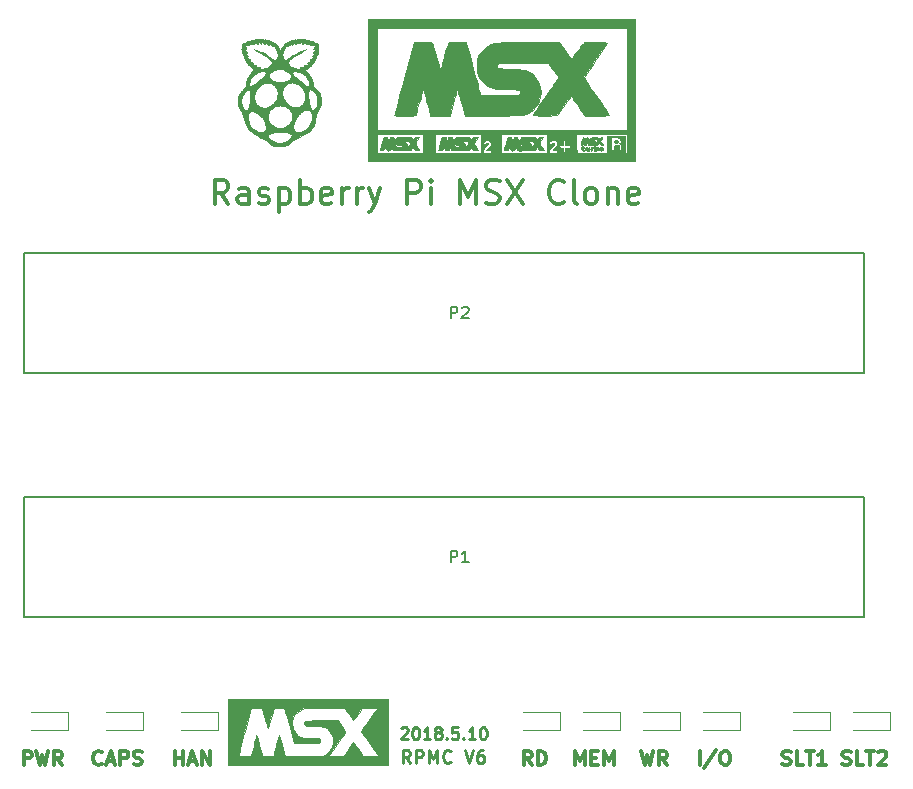
<source format=gbr>
G04 #@! TF.FileFunction,Legend,Top*
%FSLAX46Y46*%
G04 Gerber Fmt 4.6, Leading zero omitted, Abs format (unit mm)*
G04 Created by KiCad (PCBNEW 4.0.7) date 05/09/18 01:25:06*
%MOMM*%
%LPD*%
G01*
G04 APERTURE LIST*
%ADD10C,0.100000*%
%ADD11C,0.375000*%
%ADD12C,0.250000*%
%ADD13C,0.300000*%
%ADD14C,0.275000*%
%ADD15C,0.150000*%
%ADD16C,0.120000*%
%ADD17C,0.010000*%
G04 APERTURE END LIST*
D10*
D11*
X152910094Y-83200762D02*
X152243427Y-82248381D01*
X151767236Y-83200762D02*
X151767236Y-81200762D01*
X152529141Y-81200762D01*
X152719617Y-81296000D01*
X152814856Y-81391238D01*
X152910094Y-81581714D01*
X152910094Y-81867429D01*
X152814856Y-82057905D01*
X152719617Y-82153143D01*
X152529141Y-82248381D01*
X151767236Y-82248381D01*
X154624379Y-83200762D02*
X154624379Y-82153143D01*
X154529141Y-81962667D01*
X154338665Y-81867429D01*
X153957713Y-81867429D01*
X153767236Y-81962667D01*
X154624379Y-83105524D02*
X154433903Y-83200762D01*
X153957713Y-83200762D01*
X153767236Y-83105524D01*
X153671998Y-82915048D01*
X153671998Y-82724571D01*
X153767236Y-82534095D01*
X153957713Y-82438857D01*
X154433903Y-82438857D01*
X154624379Y-82343619D01*
X155481522Y-83105524D02*
X155671999Y-83200762D01*
X156052951Y-83200762D01*
X156243427Y-83105524D01*
X156338665Y-82915048D01*
X156338665Y-82819810D01*
X156243427Y-82629333D01*
X156052951Y-82534095D01*
X155767237Y-82534095D01*
X155576760Y-82438857D01*
X155481522Y-82248381D01*
X155481522Y-82153143D01*
X155576760Y-81962667D01*
X155767237Y-81867429D01*
X156052951Y-81867429D01*
X156243427Y-81962667D01*
X157195808Y-81867429D02*
X157195808Y-83867429D01*
X157195808Y-81962667D02*
X157386285Y-81867429D01*
X157767237Y-81867429D01*
X157957713Y-81962667D01*
X158052951Y-82057905D01*
X158148189Y-82248381D01*
X158148189Y-82819810D01*
X158052951Y-83010286D01*
X157957713Y-83105524D01*
X157767237Y-83200762D01*
X157386285Y-83200762D01*
X157195808Y-83105524D01*
X159005332Y-83200762D02*
X159005332Y-81200762D01*
X159005332Y-81962667D02*
X159195809Y-81867429D01*
X159576761Y-81867429D01*
X159767237Y-81962667D01*
X159862475Y-82057905D01*
X159957713Y-82248381D01*
X159957713Y-82819810D01*
X159862475Y-83010286D01*
X159767237Y-83105524D01*
X159576761Y-83200762D01*
X159195809Y-83200762D01*
X159005332Y-83105524D01*
X161576761Y-83105524D02*
X161386285Y-83200762D01*
X161005333Y-83200762D01*
X160814856Y-83105524D01*
X160719618Y-82915048D01*
X160719618Y-82153143D01*
X160814856Y-81962667D01*
X161005333Y-81867429D01*
X161386285Y-81867429D01*
X161576761Y-81962667D01*
X161671999Y-82153143D01*
X161671999Y-82343619D01*
X160719618Y-82534095D01*
X162529142Y-83200762D02*
X162529142Y-81867429D01*
X162529142Y-82248381D02*
X162624381Y-82057905D01*
X162719619Y-81962667D01*
X162910095Y-81867429D01*
X163100571Y-81867429D01*
X163767237Y-83200762D02*
X163767237Y-81867429D01*
X163767237Y-82248381D02*
X163862476Y-82057905D01*
X163957714Y-81962667D01*
X164148190Y-81867429D01*
X164338666Y-81867429D01*
X164814856Y-81867429D02*
X165291047Y-83200762D01*
X165767237Y-81867429D02*
X165291047Y-83200762D01*
X165100571Y-83676952D01*
X165005332Y-83772190D01*
X164814856Y-83867429D01*
X168052952Y-83200762D02*
X168052952Y-81200762D01*
X168814857Y-81200762D01*
X169005333Y-81296000D01*
X169100572Y-81391238D01*
X169195810Y-81581714D01*
X169195810Y-81867429D01*
X169100572Y-82057905D01*
X169005333Y-82153143D01*
X168814857Y-82248381D01*
X168052952Y-82248381D01*
X170052952Y-83200762D02*
X170052952Y-81867429D01*
X170052952Y-81200762D02*
X169957714Y-81296000D01*
X170052952Y-81391238D01*
X170148191Y-81296000D01*
X170052952Y-81200762D01*
X170052952Y-81391238D01*
X172529143Y-83200762D02*
X172529143Y-81200762D01*
X173195810Y-82629333D01*
X173862477Y-81200762D01*
X173862477Y-83200762D01*
X174719619Y-83105524D02*
X175005334Y-83200762D01*
X175481524Y-83200762D01*
X175672000Y-83105524D01*
X175767238Y-83010286D01*
X175862477Y-82819810D01*
X175862477Y-82629333D01*
X175767238Y-82438857D01*
X175672000Y-82343619D01*
X175481524Y-82248381D01*
X175100572Y-82153143D01*
X174910096Y-82057905D01*
X174814857Y-81962667D01*
X174719619Y-81772190D01*
X174719619Y-81581714D01*
X174814857Y-81391238D01*
X174910096Y-81296000D01*
X175100572Y-81200762D01*
X175576762Y-81200762D01*
X175862477Y-81296000D01*
X176529143Y-81200762D02*
X177862477Y-83200762D01*
X177862477Y-81200762D02*
X176529143Y-83200762D01*
X181291049Y-83010286D02*
X181195811Y-83105524D01*
X180910096Y-83200762D01*
X180719620Y-83200762D01*
X180433906Y-83105524D01*
X180243430Y-82915048D01*
X180148191Y-82724571D01*
X180052953Y-82343619D01*
X180052953Y-82057905D01*
X180148191Y-81676952D01*
X180243430Y-81486476D01*
X180433906Y-81296000D01*
X180719620Y-81200762D01*
X180910096Y-81200762D01*
X181195811Y-81296000D01*
X181291049Y-81391238D01*
X182433906Y-83200762D02*
X182243430Y-83105524D01*
X182148191Y-82915048D01*
X182148191Y-81200762D01*
X183481525Y-83200762D02*
X183291049Y-83105524D01*
X183195810Y-83010286D01*
X183100572Y-82819810D01*
X183100572Y-82248381D01*
X183195810Y-82057905D01*
X183291049Y-81962667D01*
X183481525Y-81867429D01*
X183767239Y-81867429D01*
X183957715Y-81962667D01*
X184052953Y-82057905D01*
X184148191Y-82248381D01*
X184148191Y-82819810D01*
X184052953Y-83010286D01*
X183957715Y-83105524D01*
X183767239Y-83200762D01*
X183481525Y-83200762D01*
X185005334Y-81867429D02*
X185005334Y-83200762D01*
X185005334Y-82057905D02*
X185100573Y-81962667D01*
X185291049Y-81867429D01*
X185576763Y-81867429D01*
X185767239Y-81962667D01*
X185862477Y-82153143D01*
X185862477Y-83200762D01*
X187576763Y-83105524D02*
X187386287Y-83200762D01*
X187005335Y-83200762D01*
X186814858Y-83105524D01*
X186719620Y-82915048D01*
X186719620Y-82153143D01*
X186814858Y-81962667D01*
X187005335Y-81867429D01*
X187386287Y-81867429D01*
X187576763Y-81962667D01*
X187672001Y-82153143D01*
X187672001Y-82343619D01*
X186719620Y-82534095D01*
D12*
X167526153Y-127614419D02*
X167573772Y-127566800D01*
X167669010Y-127519181D01*
X167907106Y-127519181D01*
X168002344Y-127566800D01*
X168049963Y-127614419D01*
X168097582Y-127709657D01*
X168097582Y-127804895D01*
X168049963Y-127947752D01*
X167478534Y-128519181D01*
X168097582Y-128519181D01*
X168716629Y-127519181D02*
X168811868Y-127519181D01*
X168907106Y-127566800D01*
X168954725Y-127614419D01*
X169002344Y-127709657D01*
X169049963Y-127900133D01*
X169049963Y-128138229D01*
X169002344Y-128328705D01*
X168954725Y-128423943D01*
X168907106Y-128471562D01*
X168811868Y-128519181D01*
X168716629Y-128519181D01*
X168621391Y-128471562D01*
X168573772Y-128423943D01*
X168526153Y-128328705D01*
X168478534Y-128138229D01*
X168478534Y-127900133D01*
X168526153Y-127709657D01*
X168573772Y-127614419D01*
X168621391Y-127566800D01*
X168716629Y-127519181D01*
X170002344Y-128519181D02*
X169430915Y-128519181D01*
X169716629Y-128519181D02*
X169716629Y-127519181D01*
X169621391Y-127662038D01*
X169526153Y-127757276D01*
X169430915Y-127804895D01*
X170573772Y-127947752D02*
X170478534Y-127900133D01*
X170430915Y-127852514D01*
X170383296Y-127757276D01*
X170383296Y-127709657D01*
X170430915Y-127614419D01*
X170478534Y-127566800D01*
X170573772Y-127519181D01*
X170764249Y-127519181D01*
X170859487Y-127566800D01*
X170907106Y-127614419D01*
X170954725Y-127709657D01*
X170954725Y-127757276D01*
X170907106Y-127852514D01*
X170859487Y-127900133D01*
X170764249Y-127947752D01*
X170573772Y-127947752D01*
X170478534Y-127995371D01*
X170430915Y-128042990D01*
X170383296Y-128138229D01*
X170383296Y-128328705D01*
X170430915Y-128423943D01*
X170478534Y-128471562D01*
X170573772Y-128519181D01*
X170764249Y-128519181D01*
X170859487Y-128471562D01*
X170907106Y-128423943D01*
X170954725Y-128328705D01*
X170954725Y-128138229D01*
X170907106Y-128042990D01*
X170859487Y-127995371D01*
X170764249Y-127947752D01*
X171383296Y-128423943D02*
X171430915Y-128471562D01*
X171383296Y-128519181D01*
X171335677Y-128471562D01*
X171383296Y-128423943D01*
X171383296Y-128519181D01*
X172335677Y-127519181D02*
X171859486Y-127519181D01*
X171811867Y-127995371D01*
X171859486Y-127947752D01*
X171954724Y-127900133D01*
X172192820Y-127900133D01*
X172288058Y-127947752D01*
X172335677Y-127995371D01*
X172383296Y-128090610D01*
X172383296Y-128328705D01*
X172335677Y-128423943D01*
X172288058Y-128471562D01*
X172192820Y-128519181D01*
X171954724Y-128519181D01*
X171859486Y-128471562D01*
X171811867Y-128423943D01*
X172811867Y-128423943D02*
X172859486Y-128471562D01*
X172811867Y-128519181D01*
X172764248Y-128471562D01*
X172811867Y-128423943D01*
X172811867Y-128519181D01*
X173811867Y-128519181D02*
X173240438Y-128519181D01*
X173526152Y-128519181D02*
X173526152Y-127519181D01*
X173430914Y-127662038D01*
X173335676Y-127757276D01*
X173240438Y-127804895D01*
X174430914Y-127519181D02*
X174526153Y-127519181D01*
X174621391Y-127566800D01*
X174669010Y-127614419D01*
X174716629Y-127709657D01*
X174764248Y-127900133D01*
X174764248Y-128138229D01*
X174716629Y-128328705D01*
X174669010Y-128423943D01*
X174621391Y-128471562D01*
X174526153Y-128519181D01*
X174430914Y-128519181D01*
X174335676Y-128471562D01*
X174288057Y-128423943D01*
X174240438Y-128328705D01*
X174192819Y-128138229D01*
X174192819Y-127900133D01*
X174240438Y-127709657D01*
X174288057Y-127614419D01*
X174335676Y-127566800D01*
X174430914Y-127519181D01*
D13*
X204898857Y-130660714D02*
X205070286Y-130717857D01*
X205356000Y-130717857D01*
X205470286Y-130660714D01*
X205527429Y-130603571D01*
X205584572Y-130489286D01*
X205584572Y-130375000D01*
X205527429Y-130260714D01*
X205470286Y-130203571D01*
X205356000Y-130146429D01*
X205127429Y-130089286D01*
X205013143Y-130032143D01*
X204956000Y-129975000D01*
X204898857Y-129860714D01*
X204898857Y-129746429D01*
X204956000Y-129632143D01*
X205013143Y-129575000D01*
X205127429Y-129517857D01*
X205413143Y-129517857D01*
X205584572Y-129575000D01*
X206670286Y-130717857D02*
X206098857Y-130717857D01*
X206098857Y-129517857D01*
X206898858Y-129517857D02*
X207584572Y-129517857D01*
X207241715Y-130717857D02*
X207241715Y-129517857D01*
X207927429Y-129632143D02*
X207984572Y-129575000D01*
X208098858Y-129517857D01*
X208384572Y-129517857D01*
X208498858Y-129575000D01*
X208556001Y-129632143D01*
X208613144Y-129746429D01*
X208613144Y-129860714D01*
X208556001Y-130032143D01*
X207870287Y-130717857D01*
X208613144Y-130717857D01*
X199818857Y-130660714D02*
X199990286Y-130717857D01*
X200276000Y-130717857D01*
X200390286Y-130660714D01*
X200447429Y-130603571D01*
X200504572Y-130489286D01*
X200504572Y-130375000D01*
X200447429Y-130260714D01*
X200390286Y-130203571D01*
X200276000Y-130146429D01*
X200047429Y-130089286D01*
X199933143Y-130032143D01*
X199876000Y-129975000D01*
X199818857Y-129860714D01*
X199818857Y-129746429D01*
X199876000Y-129632143D01*
X199933143Y-129575000D01*
X200047429Y-129517857D01*
X200333143Y-129517857D01*
X200504572Y-129575000D01*
X201590286Y-130717857D02*
X201018857Y-130717857D01*
X201018857Y-129517857D01*
X201818858Y-129517857D02*
X202504572Y-129517857D01*
X202161715Y-130717857D02*
X202161715Y-129517857D01*
X203533144Y-130717857D02*
X202847429Y-130717857D01*
X203190287Y-130717857D02*
X203190287Y-129517857D01*
X203076001Y-129689286D01*
X202961715Y-129803571D01*
X202847429Y-129860714D01*
X192798857Y-130717857D02*
X192798857Y-129517857D01*
X194227429Y-129460714D02*
X193198858Y-131003571D01*
X194856001Y-129517857D02*
X195084572Y-129517857D01*
X195198858Y-129575000D01*
X195313144Y-129689286D01*
X195370286Y-129917857D01*
X195370286Y-130317857D01*
X195313144Y-130546429D01*
X195198858Y-130660714D01*
X195084572Y-130717857D01*
X194856001Y-130717857D01*
X194741715Y-130660714D01*
X194627429Y-130546429D01*
X194570286Y-130317857D01*
X194570286Y-129917857D01*
X194627429Y-129689286D01*
X194741715Y-129575000D01*
X194856001Y-129517857D01*
X187861715Y-129517857D02*
X188147429Y-130717857D01*
X188376000Y-129860714D01*
X188604572Y-130717857D01*
X188890286Y-129517857D01*
X190033144Y-130717857D02*
X189633144Y-130146429D01*
X189347429Y-130717857D02*
X189347429Y-129517857D01*
X189804572Y-129517857D01*
X189918858Y-129575000D01*
X189976001Y-129632143D01*
X190033144Y-129746429D01*
X190033144Y-129917857D01*
X189976001Y-130032143D01*
X189918858Y-130089286D01*
X189804572Y-130146429D01*
X189347429Y-130146429D01*
X182267428Y-130717857D02*
X182267428Y-129517857D01*
X182667428Y-130375000D01*
X183067428Y-129517857D01*
X183067428Y-130717857D01*
X183638857Y-130089286D02*
X184038857Y-130089286D01*
X184210286Y-130717857D02*
X183638857Y-130717857D01*
X183638857Y-129517857D01*
X184210286Y-129517857D01*
X184724571Y-130717857D02*
X184724571Y-129517857D01*
X185124571Y-130375000D01*
X185524571Y-129517857D01*
X185524571Y-130717857D01*
X178587429Y-130717857D02*
X178187429Y-130146429D01*
X177901714Y-130717857D02*
X177901714Y-129517857D01*
X178358857Y-129517857D01*
X178473143Y-129575000D01*
X178530286Y-129632143D01*
X178587429Y-129746429D01*
X178587429Y-129917857D01*
X178530286Y-130032143D01*
X178473143Y-130089286D01*
X178358857Y-130146429D01*
X177901714Y-130146429D01*
X179101714Y-130717857D02*
X179101714Y-129517857D01*
X179387429Y-129517857D01*
X179558857Y-129575000D01*
X179673143Y-129689286D01*
X179730286Y-129803571D01*
X179787429Y-130032143D01*
X179787429Y-130203571D01*
X179730286Y-130432143D01*
X179673143Y-130546429D01*
X179558857Y-130660714D01*
X179387429Y-130717857D01*
X179101714Y-130717857D01*
X148374286Y-130717857D02*
X148374286Y-129517857D01*
X148374286Y-130089286D02*
X149060001Y-130089286D01*
X149060001Y-130717857D02*
X149060001Y-129517857D01*
X149574286Y-130375000D02*
X150145715Y-130375000D01*
X149460001Y-130717857D02*
X149860001Y-129517857D01*
X150260001Y-130717857D01*
X150660000Y-130717857D02*
X150660000Y-129517857D01*
X151345715Y-130717857D01*
X151345715Y-129517857D01*
X142195715Y-130603571D02*
X142138572Y-130660714D01*
X141967143Y-130717857D01*
X141852857Y-130717857D01*
X141681429Y-130660714D01*
X141567143Y-130546429D01*
X141510000Y-130432143D01*
X141452857Y-130203571D01*
X141452857Y-130032143D01*
X141510000Y-129803571D01*
X141567143Y-129689286D01*
X141681429Y-129575000D01*
X141852857Y-129517857D01*
X141967143Y-129517857D01*
X142138572Y-129575000D01*
X142195715Y-129632143D01*
X142652857Y-130375000D02*
X143224286Y-130375000D01*
X142538572Y-130717857D02*
X142938572Y-129517857D01*
X143338572Y-130717857D01*
X143738571Y-130717857D02*
X143738571Y-129517857D01*
X144195714Y-129517857D01*
X144310000Y-129575000D01*
X144367143Y-129632143D01*
X144424286Y-129746429D01*
X144424286Y-129917857D01*
X144367143Y-130032143D01*
X144310000Y-130089286D01*
X144195714Y-130146429D01*
X143738571Y-130146429D01*
X144881428Y-130660714D02*
X145052857Y-130717857D01*
X145338571Y-130717857D01*
X145452857Y-130660714D01*
X145510000Y-130603571D01*
X145567143Y-130489286D01*
X145567143Y-130375000D01*
X145510000Y-130260714D01*
X145452857Y-130203571D01*
X145338571Y-130146429D01*
X145110000Y-130089286D01*
X144995714Y-130032143D01*
X144938571Y-129975000D01*
X144881428Y-129860714D01*
X144881428Y-129746429D01*
X144938571Y-129632143D01*
X144995714Y-129575000D01*
X145110000Y-129517857D01*
X145395714Y-129517857D01*
X145567143Y-129575000D01*
X135560000Y-130717857D02*
X135560000Y-129517857D01*
X136017143Y-129517857D01*
X136131429Y-129575000D01*
X136188572Y-129632143D01*
X136245715Y-129746429D01*
X136245715Y-129917857D01*
X136188572Y-130032143D01*
X136131429Y-130089286D01*
X136017143Y-130146429D01*
X135560000Y-130146429D01*
X136645715Y-129517857D02*
X136931429Y-130717857D01*
X137160000Y-129860714D01*
X137388572Y-130717857D01*
X137674286Y-129517857D01*
X138817144Y-130717857D02*
X138417144Y-130146429D01*
X138131429Y-130717857D02*
X138131429Y-129517857D01*
X138588572Y-129517857D01*
X138702858Y-129575000D01*
X138760001Y-129632143D01*
X138817144Y-129746429D01*
X138817144Y-129917857D01*
X138760001Y-130032143D01*
X138702858Y-130089286D01*
X138588572Y-130146429D01*
X138131429Y-130146429D01*
D14*
X168292019Y-130545619D02*
X167925353Y-130021810D01*
X167663448Y-130545619D02*
X167663448Y-129445619D01*
X168082495Y-129445619D01*
X168187257Y-129498000D01*
X168239638Y-129550381D01*
X168292019Y-129655143D01*
X168292019Y-129812286D01*
X168239638Y-129917048D01*
X168187257Y-129969429D01*
X168082495Y-130021810D01*
X167663448Y-130021810D01*
X168763448Y-130545619D02*
X168763448Y-129445619D01*
X169182495Y-129445619D01*
X169287257Y-129498000D01*
X169339638Y-129550381D01*
X169392019Y-129655143D01*
X169392019Y-129812286D01*
X169339638Y-129917048D01*
X169287257Y-129969429D01*
X169182495Y-130021810D01*
X168763448Y-130021810D01*
X169863448Y-130545619D02*
X169863448Y-129445619D01*
X170230114Y-130231333D01*
X170596781Y-129445619D01*
X170596781Y-130545619D01*
X171749162Y-130440857D02*
X171696781Y-130493238D01*
X171539638Y-130545619D01*
X171434876Y-130545619D01*
X171277734Y-130493238D01*
X171172972Y-130388476D01*
X171120591Y-130283714D01*
X171068210Y-130074190D01*
X171068210Y-129917048D01*
X171120591Y-129707524D01*
X171172972Y-129602762D01*
X171277734Y-129498000D01*
X171434876Y-129445619D01*
X171539638Y-129445619D01*
X171696781Y-129498000D01*
X171749162Y-129550381D01*
X172901543Y-129445619D02*
X173268210Y-130545619D01*
X173634876Y-129445619D01*
X174472971Y-129445619D02*
X174263448Y-129445619D01*
X174158686Y-129498000D01*
X174106305Y-129550381D01*
X174001543Y-129707524D01*
X173949162Y-129917048D01*
X173949162Y-130336095D01*
X174001543Y-130440857D01*
X174053924Y-130493238D01*
X174158686Y-130545619D01*
X174368209Y-130545619D01*
X174472971Y-130493238D01*
X174525352Y-130440857D01*
X174577733Y-130336095D01*
X174577733Y-130074190D01*
X174525352Y-129969429D01*
X174472971Y-129917048D01*
X174368209Y-129864667D01*
X174158686Y-129864667D01*
X174053924Y-129917048D01*
X174001543Y-129969429D01*
X173949162Y-130074190D01*
D15*
X135636000Y-108021000D02*
X206756000Y-108021000D01*
X206756000Y-108021000D02*
X206756000Y-118181000D01*
X206756000Y-118181000D02*
X135636000Y-118181000D01*
X135636000Y-118181000D02*
X135636000Y-108021000D01*
X135636000Y-87376000D02*
X206756000Y-87376000D01*
X206756000Y-87376000D02*
X206756000Y-97536000D01*
X206756000Y-97536000D02*
X135636000Y-97536000D01*
X135636000Y-97536000D02*
X135636000Y-87376000D01*
D16*
X205756000Y-126250000D02*
X208956000Y-126250000D01*
X208956000Y-127750000D02*
X205756000Y-127750000D01*
X208956000Y-127750000D02*
X208956000Y-126250000D01*
X200676000Y-126250000D02*
X203876000Y-126250000D01*
X203876000Y-127750000D02*
X200676000Y-127750000D01*
X203876000Y-127750000D02*
X203876000Y-126250000D01*
X193056000Y-126250000D02*
X196256000Y-126250000D01*
X196256000Y-127750000D02*
X193056000Y-127750000D01*
X196256000Y-127750000D02*
X196256000Y-126250000D01*
X187976000Y-126250000D02*
X191176000Y-126250000D01*
X191176000Y-127750000D02*
X187976000Y-127750000D01*
X191176000Y-127750000D02*
X191176000Y-126250000D01*
X182896000Y-126250000D02*
X186096000Y-126250000D01*
X186096000Y-127750000D02*
X182896000Y-127750000D01*
X186096000Y-127750000D02*
X186096000Y-126250000D01*
X177816000Y-126250000D02*
X181016000Y-126250000D01*
X181016000Y-127750000D02*
X177816000Y-127750000D01*
X181016000Y-127750000D02*
X181016000Y-126250000D01*
X148860000Y-126250000D02*
X152060000Y-126250000D01*
X152060000Y-127750000D02*
X148860000Y-127750000D01*
X152060000Y-127750000D02*
X152060000Y-126250000D01*
X142510000Y-126250000D02*
X145710000Y-126250000D01*
X145710000Y-127750000D02*
X142510000Y-127750000D01*
X145710000Y-127750000D02*
X145710000Y-126250000D01*
X136160000Y-126250000D02*
X139360000Y-126250000D01*
X139360000Y-127750000D02*
X136160000Y-127750000D01*
X139360000Y-127750000D02*
X139360000Y-126250000D01*
D17*
G36*
X166412333Y-130750733D02*
X152865667Y-130750733D01*
X152865667Y-129893483D01*
X153764541Y-129893483D01*
X153776332Y-129916182D01*
X153837308Y-129931802D01*
X153957355Y-129941334D01*
X154146359Y-129945770D01*
X154291934Y-129946400D01*
X154838260Y-129946400D01*
X155047880Y-129079135D01*
X155111068Y-128821811D01*
X155168715Y-128594782D01*
X155217608Y-128410079D01*
X155254536Y-128279735D01*
X155276285Y-128215784D01*
X155279586Y-128211301D01*
X155297903Y-128249626D01*
X155333564Y-128355524D01*
X155382136Y-128514750D01*
X155439184Y-128713060D01*
X155467188Y-128813983D01*
X155533618Y-129054456D01*
X155599653Y-129290638D01*
X155658565Y-129498648D01*
X155703626Y-129654606D01*
X155711686Y-129681816D01*
X155790667Y-129946400D01*
X156254333Y-129946400D01*
X156441041Y-129945498D01*
X156591820Y-129943056D01*
X156689542Y-129939462D01*
X156718096Y-129935816D01*
X156728705Y-129888527D01*
X156757719Y-129775103D01*
X156801169Y-129610151D01*
X156855089Y-129408278D01*
X156915511Y-129184092D01*
X156978467Y-128952198D01*
X157039991Y-128727205D01*
X157096114Y-128523719D01*
X157142869Y-128356348D01*
X157176289Y-128239698D01*
X157192406Y-128188376D01*
X157193020Y-128187268D01*
X157207834Y-128221620D01*
X157240693Y-128326313D01*
X157288256Y-128489768D01*
X157347185Y-128700404D01*
X157414141Y-128946641D01*
X157441387Y-129048614D01*
X157674481Y-129925233D01*
X159258490Y-129936341D01*
X160842498Y-129947448D01*
X161062462Y-129839830D01*
X161337523Y-129661160D01*
X161549747Y-129428462D01*
X161694639Y-129149063D01*
X161767707Y-128830287D01*
X161775957Y-128676400D01*
X161739164Y-128344297D01*
X161626724Y-128050166D01*
X161438451Y-127793587D01*
X161348775Y-127707418D01*
X161215468Y-127600797D01*
X161081811Y-127522035D01*
X160931860Y-127467185D01*
X160749673Y-127432305D01*
X160519307Y-127413448D01*
X160224819Y-127406670D01*
X160132209Y-127406399D01*
X159852698Y-127403655D01*
X159646907Y-127393260D01*
X159504003Y-127371971D01*
X159413155Y-127336546D01*
X159363529Y-127283741D01*
X159344294Y-127210314D01*
X159342666Y-127170029D01*
X159344642Y-127109513D01*
X159356045Y-127060706D01*
X159385094Y-127022349D01*
X159440006Y-126993183D01*
X159528998Y-126971951D01*
X159660288Y-126957393D01*
X159842092Y-126948251D01*
X160082628Y-126943266D01*
X160390114Y-126941181D01*
X160772765Y-126940736D01*
X160839813Y-126940733D01*
X162203913Y-126940733D01*
X162511430Y-127390590D01*
X162627422Y-127567252D01*
X162719020Y-127720400D01*
X162778100Y-127835467D01*
X162796540Y-127897887D01*
X162795851Y-127900634D01*
X162766338Y-127949940D01*
X162694587Y-128059007D01*
X162587060Y-128218335D01*
X162450221Y-128418425D01*
X162290530Y-128649779D01*
X162114452Y-128902899D01*
X162094878Y-128930923D01*
X161918929Y-129183501D01*
X161759967Y-129413192D01*
X161624163Y-129610957D01*
X161517690Y-129767755D01*
X161446720Y-129874549D01*
X161417425Y-129922297D01*
X161417000Y-129923713D01*
X161456878Y-129931654D01*
X161566696Y-129938381D01*
X161731732Y-129943363D01*
X161937261Y-129946067D01*
X162044227Y-129946400D01*
X162671455Y-129946400D01*
X163485237Y-128753642D01*
X163713171Y-129064271D01*
X163849225Y-129250978D01*
X163997582Y-129456572D01*
X164128832Y-129640272D01*
X164143268Y-129660650D01*
X164345432Y-129946399D01*
X164955549Y-129946400D01*
X165171875Y-129944669D01*
X165354458Y-129939911D01*
X165488372Y-129932772D01*
X165558687Y-129923902D01*
X165565667Y-129919904D01*
X165542187Y-129879800D01*
X165475868Y-129779657D01*
X165372890Y-129628466D01*
X165239433Y-129435223D01*
X165081677Y-129208919D01*
X164905804Y-128958548D01*
X164874724Y-128914488D01*
X164694817Y-128659312D01*
X164530287Y-128425405D01*
X164387643Y-128222063D01*
X164273394Y-128058582D01*
X164194048Y-127944259D01*
X164156114Y-127888388D01*
X164154411Y-127885647D01*
X164170018Y-127838109D01*
X164230862Y-127730155D01*
X164331945Y-127569522D01*
X164468266Y-127363945D01*
X164634825Y-127121160D01*
X164803021Y-126882060D01*
X164979962Y-126632370D01*
X165139682Y-126405445D01*
X165275903Y-126210332D01*
X165382344Y-126056078D01*
X165452724Y-125951729D01*
X165480766Y-125906331D01*
X165481000Y-125905396D01*
X165441128Y-125897421D01*
X165331350Y-125890842D01*
X165166423Y-125886169D01*
X164961101Y-125883911D01*
X164856583Y-125883825D01*
X164232167Y-125885251D01*
X163943756Y-126299216D01*
X163820792Y-126474240D01*
X163706426Y-126634401D01*
X163614369Y-126760652D01*
X163562756Y-126828508D01*
X163470167Y-126943834D01*
X163089167Y-126412548D01*
X162708167Y-125881261D01*
X161014833Y-125892413D01*
X159321500Y-125903566D01*
X159083586Y-126015121D01*
X158783350Y-126192119D01*
X158558153Y-126407510D01*
X158406362Y-126663770D01*
X158326348Y-126963371D01*
X158312063Y-127185232D01*
X158318573Y-127366770D01*
X158343473Y-127508539D01*
X158396850Y-127651533D01*
X158457433Y-127776021D01*
X158627619Y-128037850D01*
X158834775Y-128236005D01*
X159069136Y-128361632D01*
X159121486Y-128378135D01*
X159218947Y-128393523D01*
X159381730Y-128406578D01*
X159590500Y-128416257D01*
X159825920Y-128421516D01*
X159937450Y-128422163D01*
X160229176Y-128425119D01*
X160441039Y-128433970D01*
X160577661Y-128449048D01*
X160643662Y-128470685D01*
X160646533Y-128473200D01*
X160691497Y-128565700D01*
X160695836Y-128685060D01*
X160662875Y-128793221D01*
X160614037Y-128844999D01*
X160539845Y-128860346D01*
X160385119Y-128871430D01*
X160153888Y-128878133D01*
X159850185Y-128880331D01*
X159507255Y-128878239D01*
X158483768Y-128866900D01*
X158108642Y-127533400D01*
X158016003Y-127203984D01*
X157928951Y-126894243D01*
X157850610Y-126615303D01*
X157784101Y-126378289D01*
X157732547Y-126194324D01*
X157699070Y-126074534D01*
X157689413Y-126039738D01*
X157645309Y-125879576D01*
X156741057Y-125903566D01*
X156505953Y-126707900D01*
X156432485Y-126958469D01*
X156366122Y-127183345D01*
X156310874Y-127369049D01*
X156270754Y-127502105D01*
X156249774Y-127569037D01*
X156248693Y-127572095D01*
X156231319Y-127552115D01*
X156195763Y-127461511D01*
X156145715Y-127311454D01*
X156084866Y-127113112D01*
X156016904Y-126877655D01*
X156003941Y-126831262D01*
X155933958Y-126579660D01*
X155870772Y-126352753D01*
X155818258Y-126164433D01*
X155780290Y-126028591D01*
X155760743Y-125959119D01*
X155759987Y-125956483D01*
X155741238Y-125923988D01*
X155697462Y-125902533D01*
X155613851Y-125889918D01*
X155475594Y-125883941D01*
X155267883Y-125882400D01*
X154784549Y-125882400D01*
X154284011Y-127861483D01*
X154183613Y-128258006D01*
X154089162Y-128630186D01*
X154002755Y-128969824D01*
X153926487Y-129268722D01*
X153862455Y-129518680D01*
X153812754Y-129711499D01*
X153779481Y-129838982D01*
X153764731Y-129892928D01*
X153764541Y-129893483D01*
X152865667Y-129893483D01*
X152865667Y-125120400D01*
X166412333Y-125120400D01*
X166412333Y-130750733D01*
X166412333Y-130750733D01*
G37*
X166412333Y-130750733D02*
X152865667Y-130750733D01*
X152865667Y-129893483D01*
X153764541Y-129893483D01*
X153776332Y-129916182D01*
X153837308Y-129931802D01*
X153957355Y-129941334D01*
X154146359Y-129945770D01*
X154291934Y-129946400D01*
X154838260Y-129946400D01*
X155047880Y-129079135D01*
X155111068Y-128821811D01*
X155168715Y-128594782D01*
X155217608Y-128410079D01*
X155254536Y-128279735D01*
X155276285Y-128215784D01*
X155279586Y-128211301D01*
X155297903Y-128249626D01*
X155333564Y-128355524D01*
X155382136Y-128514750D01*
X155439184Y-128713060D01*
X155467188Y-128813983D01*
X155533618Y-129054456D01*
X155599653Y-129290638D01*
X155658565Y-129498648D01*
X155703626Y-129654606D01*
X155711686Y-129681816D01*
X155790667Y-129946400D01*
X156254333Y-129946400D01*
X156441041Y-129945498D01*
X156591820Y-129943056D01*
X156689542Y-129939462D01*
X156718096Y-129935816D01*
X156728705Y-129888527D01*
X156757719Y-129775103D01*
X156801169Y-129610151D01*
X156855089Y-129408278D01*
X156915511Y-129184092D01*
X156978467Y-128952198D01*
X157039991Y-128727205D01*
X157096114Y-128523719D01*
X157142869Y-128356348D01*
X157176289Y-128239698D01*
X157192406Y-128188376D01*
X157193020Y-128187268D01*
X157207834Y-128221620D01*
X157240693Y-128326313D01*
X157288256Y-128489768D01*
X157347185Y-128700404D01*
X157414141Y-128946641D01*
X157441387Y-129048614D01*
X157674481Y-129925233D01*
X159258490Y-129936341D01*
X160842498Y-129947448D01*
X161062462Y-129839830D01*
X161337523Y-129661160D01*
X161549747Y-129428462D01*
X161694639Y-129149063D01*
X161767707Y-128830287D01*
X161775957Y-128676400D01*
X161739164Y-128344297D01*
X161626724Y-128050166D01*
X161438451Y-127793587D01*
X161348775Y-127707418D01*
X161215468Y-127600797D01*
X161081811Y-127522035D01*
X160931860Y-127467185D01*
X160749673Y-127432305D01*
X160519307Y-127413448D01*
X160224819Y-127406670D01*
X160132209Y-127406399D01*
X159852698Y-127403655D01*
X159646907Y-127393260D01*
X159504003Y-127371971D01*
X159413155Y-127336546D01*
X159363529Y-127283741D01*
X159344294Y-127210314D01*
X159342666Y-127170029D01*
X159344642Y-127109513D01*
X159356045Y-127060706D01*
X159385094Y-127022349D01*
X159440006Y-126993183D01*
X159528998Y-126971951D01*
X159660288Y-126957393D01*
X159842092Y-126948251D01*
X160082628Y-126943266D01*
X160390114Y-126941181D01*
X160772765Y-126940736D01*
X160839813Y-126940733D01*
X162203913Y-126940733D01*
X162511430Y-127390590D01*
X162627422Y-127567252D01*
X162719020Y-127720400D01*
X162778100Y-127835467D01*
X162796540Y-127897887D01*
X162795851Y-127900634D01*
X162766338Y-127949940D01*
X162694587Y-128059007D01*
X162587060Y-128218335D01*
X162450221Y-128418425D01*
X162290530Y-128649779D01*
X162114452Y-128902899D01*
X162094878Y-128930923D01*
X161918929Y-129183501D01*
X161759967Y-129413192D01*
X161624163Y-129610957D01*
X161517690Y-129767755D01*
X161446720Y-129874549D01*
X161417425Y-129922297D01*
X161417000Y-129923713D01*
X161456878Y-129931654D01*
X161566696Y-129938381D01*
X161731732Y-129943363D01*
X161937261Y-129946067D01*
X162044227Y-129946400D01*
X162671455Y-129946400D01*
X163485237Y-128753642D01*
X163713171Y-129064271D01*
X163849225Y-129250978D01*
X163997582Y-129456572D01*
X164128832Y-129640272D01*
X164143268Y-129660650D01*
X164345432Y-129946399D01*
X164955549Y-129946400D01*
X165171875Y-129944669D01*
X165354458Y-129939911D01*
X165488372Y-129932772D01*
X165558687Y-129923902D01*
X165565667Y-129919904D01*
X165542187Y-129879800D01*
X165475868Y-129779657D01*
X165372890Y-129628466D01*
X165239433Y-129435223D01*
X165081677Y-129208919D01*
X164905804Y-128958548D01*
X164874724Y-128914488D01*
X164694817Y-128659312D01*
X164530287Y-128425405D01*
X164387643Y-128222063D01*
X164273394Y-128058582D01*
X164194048Y-127944259D01*
X164156114Y-127888388D01*
X164154411Y-127885647D01*
X164170018Y-127838109D01*
X164230862Y-127730155D01*
X164331945Y-127569522D01*
X164468266Y-127363945D01*
X164634825Y-127121160D01*
X164803021Y-126882060D01*
X164979962Y-126632370D01*
X165139682Y-126405445D01*
X165275903Y-126210332D01*
X165382344Y-126056078D01*
X165452724Y-125951729D01*
X165480766Y-125906331D01*
X165481000Y-125905396D01*
X165441128Y-125897421D01*
X165331350Y-125890842D01*
X165166423Y-125886169D01*
X164961101Y-125883911D01*
X164856583Y-125883825D01*
X164232167Y-125885251D01*
X163943756Y-126299216D01*
X163820792Y-126474240D01*
X163706426Y-126634401D01*
X163614369Y-126760652D01*
X163562756Y-126828508D01*
X163470167Y-126943834D01*
X163089167Y-126412548D01*
X162708167Y-125881261D01*
X161014833Y-125892413D01*
X159321500Y-125903566D01*
X159083586Y-126015121D01*
X158783350Y-126192119D01*
X158558153Y-126407510D01*
X158406362Y-126663770D01*
X158326348Y-126963371D01*
X158312063Y-127185232D01*
X158318573Y-127366770D01*
X158343473Y-127508539D01*
X158396850Y-127651533D01*
X158457433Y-127776021D01*
X158627619Y-128037850D01*
X158834775Y-128236005D01*
X159069136Y-128361632D01*
X159121486Y-128378135D01*
X159218947Y-128393523D01*
X159381730Y-128406578D01*
X159590500Y-128416257D01*
X159825920Y-128421516D01*
X159937450Y-128422163D01*
X160229176Y-128425119D01*
X160441039Y-128433970D01*
X160577661Y-128449048D01*
X160643662Y-128470685D01*
X160646533Y-128473200D01*
X160691497Y-128565700D01*
X160695836Y-128685060D01*
X160662875Y-128793221D01*
X160614037Y-128844999D01*
X160539845Y-128860346D01*
X160385119Y-128871430D01*
X160153888Y-128878133D01*
X159850185Y-128880331D01*
X159507255Y-128878239D01*
X158483768Y-128866900D01*
X158108642Y-127533400D01*
X158016003Y-127203984D01*
X157928951Y-126894243D01*
X157850610Y-126615303D01*
X157784101Y-126378289D01*
X157732547Y-126194324D01*
X157699070Y-126074534D01*
X157689413Y-126039738D01*
X157645309Y-125879576D01*
X156741057Y-125903566D01*
X156505953Y-126707900D01*
X156432485Y-126958469D01*
X156366122Y-127183345D01*
X156310874Y-127369049D01*
X156270754Y-127502105D01*
X156249774Y-127569037D01*
X156248693Y-127572095D01*
X156231319Y-127552115D01*
X156195763Y-127461511D01*
X156145715Y-127311454D01*
X156084866Y-127113112D01*
X156016904Y-126877655D01*
X156003941Y-126831262D01*
X155933958Y-126579660D01*
X155870772Y-126352753D01*
X155818258Y-126164433D01*
X155780290Y-126028591D01*
X155760743Y-125959119D01*
X155759987Y-125956483D01*
X155741238Y-125923988D01*
X155697462Y-125902533D01*
X155613851Y-125889918D01*
X155475594Y-125883941D01*
X155267883Y-125882400D01*
X154784549Y-125882400D01*
X154284011Y-127861483D01*
X154183613Y-128258006D01*
X154089162Y-128630186D01*
X154002755Y-128969824D01*
X153926487Y-129268722D01*
X153862455Y-129518680D01*
X153812754Y-129711499D01*
X153779481Y-129838982D01*
X153764731Y-129892928D01*
X153764541Y-129893483D01*
X152865667Y-129893483D01*
X152865667Y-125120400D01*
X166412333Y-125120400D01*
X166412333Y-130750733D01*
G36*
X158978626Y-69246671D02*
X159025120Y-69264989D01*
X159050612Y-69278655D01*
X159073231Y-69283119D01*
X159103061Y-69278982D01*
X159133070Y-69271442D01*
X159220388Y-69255711D01*
X159300870Y-69255671D01*
X159368635Y-69271162D01*
X159384644Y-69278318D01*
X159416875Y-69296656D01*
X159438544Y-69312461D01*
X159442037Y-69316418D01*
X159457870Y-69322875D01*
X159491798Y-69327497D01*
X159536533Y-69329299D01*
X159537322Y-69329299D01*
X159610411Y-69333118D01*
X159665225Y-69345731D01*
X159707890Y-69368878D01*
X159723706Y-69382202D01*
X159744491Y-69396432D01*
X159774038Y-69405313D01*
X159818925Y-69410393D01*
X159850706Y-69412053D01*
X159938953Y-69418536D01*
X160007475Y-69431000D01*
X160061580Y-69451142D01*
X160106579Y-69480659D01*
X160128785Y-69500916D01*
X160161949Y-69531555D01*
X160186865Y-69546367D01*
X160211252Y-69549281D01*
X160221575Y-69548147D01*
X160300732Y-69548013D01*
X160373661Y-69569812D01*
X160435751Y-69611298D01*
X160482391Y-69670227D01*
X160485996Y-69676930D01*
X160501938Y-69728296D01*
X160506230Y-69790232D01*
X160498850Y-69850723D01*
X160486394Y-69886442D01*
X160473335Y-69915955D01*
X160473381Y-69936418D01*
X160487566Y-69960963D01*
X160492856Y-69968452D01*
X160514384Y-70013924D01*
X160524890Y-70076719D01*
X160525410Y-70084409D01*
X160526127Y-70133107D01*
X160519440Y-70172232D01*
X160502545Y-70214601D01*
X160492459Y-70235017D01*
X160471808Y-70278742D01*
X160462449Y-70310195D01*
X160462397Y-70338760D01*
X160466187Y-70359216D01*
X160470374Y-70426977D01*
X160451905Y-70495950D01*
X160410014Y-70568432D01*
X160386450Y-70599018D01*
X160364425Y-70630466D01*
X160353541Y-70662285D01*
X160350257Y-70705863D01*
X160350200Y-70715666D01*
X160347169Y-70775492D01*
X160335508Y-70821904D01*
X160311360Y-70864358D01*
X160270869Y-70912308D01*
X160269319Y-70913975D01*
X160235509Y-70954022D01*
X160216232Y-70989128D01*
X160206004Y-71029982D01*
X160204491Y-71040303D01*
X160188701Y-71101594D01*
X160157032Y-71157761D01*
X160106542Y-71212862D01*
X160040447Y-71266460D01*
X159995973Y-71301030D01*
X159969739Y-71326992D01*
X159958033Y-71348507D01*
X159956434Y-71360574D01*
X159947354Y-71399457D01*
X159923875Y-71445057D01*
X159891449Y-71488244D01*
X159865644Y-71512698D01*
X159836390Y-71531948D01*
X159793762Y-71555865D01*
X159752802Y-71576450D01*
X159706440Y-71600681D01*
X159677154Y-71623283D01*
X159657832Y-71650372D01*
X159651365Y-71663687D01*
X159613308Y-71718816D01*
X159553274Y-71766223D01*
X159473917Y-71804382D01*
X159377892Y-71831769D01*
X159349368Y-71837132D01*
X159316751Y-71844617D01*
X159297930Y-71852759D01*
X159296100Y-71855499D01*
X159306120Y-71866005D01*
X159332931Y-71886200D01*
X159371654Y-71912516D01*
X159391902Y-71925555D01*
X159467610Y-71979425D01*
X159550176Y-72048079D01*
X159632608Y-72125007D01*
X159707913Y-72203703D01*
X159766337Y-72273985D01*
X159822178Y-72357338D01*
X159877818Y-72457241D01*
X159929166Y-72565142D01*
X159972132Y-72672490D01*
X160001064Y-72764650D01*
X160016228Y-72832871D01*
X160030479Y-72914709D01*
X160041916Y-72998400D01*
X160047046Y-73049492D01*
X160055927Y-73136580D01*
X160067999Y-73203495D01*
X160085602Y-73255450D01*
X160111077Y-73297658D01*
X160146765Y-73335331D01*
X160191450Y-73371070D01*
X160323780Y-73483703D01*
X160442754Y-73615360D01*
X160545307Y-73761848D01*
X160628375Y-73918971D01*
X160671909Y-74028988D01*
X160719713Y-74206797D01*
X160743169Y-74388008D01*
X160742651Y-74570188D01*
X160718532Y-74750904D01*
X160671185Y-74927722D01*
X160600982Y-75098209D01*
X160508297Y-75259931D01*
X160476054Y-75306527D01*
X160445015Y-75350716D01*
X160422002Y-75387906D01*
X160404122Y-75424769D01*
X160388480Y-75467974D01*
X160372184Y-75524194D01*
X160357620Y-75579577D01*
X160339734Y-75647287D01*
X160322120Y-75711188D01*
X160306648Y-75764669D01*
X160295189Y-75801118D01*
X160293927Y-75804721D01*
X160283244Y-75847953D01*
X160276011Y-75902938D01*
X160274000Y-75945933D01*
X160263488Y-76092254D01*
X160233116Y-76246589D01*
X160184629Y-76403596D01*
X160119772Y-76557934D01*
X160040292Y-76704260D01*
X160011471Y-76749399D01*
X159911717Y-76879330D01*
X159791614Y-77001920D01*
X159655945Y-77113501D01*
X159509495Y-77210406D01*
X159357048Y-77288966D01*
X159255544Y-77328960D01*
X159218362Y-77345413D01*
X159167253Y-77372972D01*
X159108862Y-77407844D01*
X159049833Y-77446233D01*
X159047916Y-77447540D01*
X158823862Y-77587404D01*
X158586259Y-77711038D01*
X158529554Y-77737133D01*
X158465634Y-77767437D01*
X158416386Y-77795871D01*
X158372473Y-77828847D01*
X158324555Y-77872779D01*
X158307304Y-77889747D01*
X158157910Y-78021924D01*
X157999687Y-78130298D01*
X157832444Y-78214952D01*
X157655994Y-78275967D01*
X157470146Y-78313426D01*
X157302200Y-78326875D01*
X157235273Y-78328251D01*
X157174443Y-78328637D01*
X157125806Y-78328053D01*
X157095457Y-78326519D01*
X157092650Y-78326179D01*
X157058939Y-78320922D01*
X157012363Y-78313122D01*
X156978350Y-78307183D01*
X156805200Y-78264147D01*
X156634614Y-78198190D01*
X156471162Y-78111713D01*
X156319416Y-78007115D01*
X156190950Y-77893832D01*
X156148630Y-77854224D01*
X156108863Y-77824478D01*
X156063005Y-77799128D01*
X156002415Y-77772710D01*
X155994100Y-77769352D01*
X155885182Y-77722042D01*
X155767896Y-77664890D01*
X155647934Y-77601123D01*
X155530988Y-77533972D01*
X155470371Y-77496276D01*
X156262265Y-77496276D01*
X156265208Y-77511236D01*
X156281345Y-77544943D01*
X156313731Y-77589799D01*
X156358437Y-77641526D01*
X156411535Y-77695843D01*
X156469096Y-77748473D01*
X156522960Y-77791981D01*
X156671973Y-77889717D01*
X156826531Y-77963067D01*
X156988282Y-78012741D01*
X157069956Y-78028543D01*
X157150813Y-78036142D01*
X157246851Y-78037051D01*
X157348904Y-78031823D01*
X157447807Y-78021009D01*
X157534396Y-78005163D01*
X157557896Y-77999150D01*
X157723982Y-77939782D01*
X157878867Y-77858173D01*
X158020425Y-77755756D01*
X158146527Y-77633965D01*
X158205689Y-77562930D01*
X158246119Y-77496729D01*
X158262036Y-77434514D01*
X158253328Y-77376129D01*
X158219885Y-77321420D01*
X158161596Y-77270232D01*
X158078350Y-77222411D01*
X157970038Y-77177800D01*
X157918150Y-77160335D01*
X157820790Y-77132551D01*
X157722809Y-77111739D01*
X157618832Y-77097249D01*
X157503486Y-77088435D01*
X157371395Y-77084646D01*
X157289500Y-77084471D01*
X157187077Y-77085609D01*
X157103935Y-77088106D01*
X157033970Y-77092394D01*
X156971078Y-77098906D01*
X156909156Y-77108076D01*
X156876750Y-77113775D01*
X156736812Y-77144398D01*
X156612107Y-77181753D01*
X156504037Y-77224932D01*
X156414004Y-77273021D01*
X156343408Y-77325111D01*
X156293652Y-77380291D01*
X156266137Y-77437650D01*
X156262265Y-77496276D01*
X155470371Y-77496276D01*
X155422753Y-77466664D01*
X155328919Y-77402429D01*
X155276550Y-77362398D01*
X155240235Y-77337198D01*
X155190166Y-77307826D01*
X155136027Y-77279892D01*
X155125653Y-77275013D01*
X154957818Y-77183816D01*
X154804352Y-77072554D01*
X154666622Y-76942982D01*
X154545995Y-76796857D01*
X154443837Y-76635934D01*
X154361516Y-76461967D01*
X154300398Y-76276712D01*
X154279949Y-76189014D01*
X154265357Y-76125977D01*
X154247956Y-76063497D01*
X154230650Y-76011625D01*
X154223874Y-75994889D01*
X154203979Y-75945292D01*
X154194364Y-75918553D01*
X154547744Y-75918553D01*
X154550740Y-76007601D01*
X154558406Y-76087112D01*
X154564489Y-76123322D01*
X154611945Y-76296824D01*
X154680951Y-76458470D01*
X154770219Y-76606695D01*
X154878458Y-76739936D01*
X155004381Y-76856628D01*
X155146698Y-76955209D01*
X155304121Y-77034115D01*
X155320728Y-77040896D01*
X155429068Y-77078127D01*
X155538036Y-77104296D01*
X155642905Y-77118921D01*
X155738945Y-77121520D01*
X155821429Y-77111609D01*
X155868898Y-77096832D01*
X155913022Y-77069186D01*
X155960334Y-77025664D01*
X156004444Y-76973707D01*
X156038961Y-76920754D01*
X156056539Y-76878399D01*
X156077327Y-76743877D01*
X156073592Y-76602960D01*
X156045357Y-76455785D01*
X155992646Y-76302492D01*
X155942098Y-76193382D01*
X155892490Y-76099138D01*
X155847233Y-76021271D01*
X155801306Y-75952550D01*
X155749687Y-75885744D01*
X155697489Y-75825350D01*
X156254738Y-75825350D01*
X156256225Y-75919400D01*
X156262076Y-75995621D01*
X156273859Y-76061427D01*
X156293142Y-76124234D01*
X156321495Y-76191459D01*
X156340563Y-76231068D01*
X156415347Y-76354253D01*
X156510492Y-76465992D01*
X156622636Y-76563910D01*
X156748415Y-76645630D01*
X156884464Y-76708775D01*
X157027422Y-76750969D01*
X157092650Y-76762425D01*
X157153161Y-76767682D01*
X157228369Y-76769679D01*
X157309749Y-76768631D01*
X157388773Y-76764751D01*
X157456916Y-76758254D01*
X157493182Y-76752348D01*
X157648837Y-76707862D01*
X157761137Y-76657409D01*
X158396208Y-76657409D01*
X158398729Y-76721253D01*
X158403651Y-76782209D01*
X158410870Y-76838274D01*
X158419253Y-76881662D01*
X158424649Y-76899053D01*
X158472668Y-76984741D01*
X158536299Y-77050395D01*
X158615535Y-77096009D01*
X158670427Y-77113722D01*
X158721712Y-77120086D01*
X158790767Y-77119860D01*
X158870986Y-77113592D01*
X158955763Y-77101827D01*
X159038492Y-77085114D01*
X159049959Y-77082303D01*
X159218191Y-77027401D01*
X159373806Y-76951059D01*
X159515426Y-76854612D01*
X159641674Y-76739399D01*
X159751172Y-76606757D01*
X159842543Y-76458023D01*
X159914410Y-76294534D01*
X159939265Y-76219050D01*
X159952299Y-76172926D01*
X159961582Y-76132162D01*
X159967773Y-76090686D01*
X159971531Y-76042426D01*
X159973515Y-75981313D01*
X159974385Y-75901273D01*
X159974419Y-75895200D01*
X159974405Y-75811821D01*
X159972984Y-75747820D01*
X159969625Y-75697186D01*
X159963798Y-75653913D01*
X159954974Y-75611991D01*
X159946572Y-75579658D01*
X159910286Y-75469183D01*
X159867392Y-75382046D01*
X159816228Y-75316668D01*
X159755131Y-75271473D01*
X159682437Y-75244884D01*
X159596484Y-75235322D01*
X159583428Y-75235252D01*
X159460582Y-75248568D01*
X159336588Y-75286860D01*
X159212192Y-75349776D01*
X159088135Y-75436963D01*
X159004000Y-75510263D01*
X158976247Y-75534799D01*
X158955950Y-75549900D01*
X158950691Y-75552189D01*
X158934206Y-75562407D01*
X158906266Y-75590633D01*
X158869293Y-75633599D01*
X158825704Y-75688036D01*
X158777918Y-75750675D01*
X158728353Y-75818247D01*
X158679430Y-75887485D01*
X158633566Y-75955117D01*
X158593180Y-76017877D01*
X158560691Y-76072495D01*
X158547435Y-76097154D01*
X158503919Y-76193545D01*
X158463402Y-76303854D01*
X158429903Y-76416620D01*
X158417838Y-76466700D01*
X158404461Y-76535070D01*
X158397549Y-76594664D01*
X158396208Y-76657409D01*
X157761137Y-76657409D01*
X157792457Y-76643338D01*
X157922295Y-76560518D01*
X158036607Y-76461145D01*
X158133646Y-76346960D01*
X158211666Y-76219706D01*
X158268922Y-76081124D01*
X158301694Y-75945511D01*
X158310651Y-75887042D01*
X158315174Y-75841482D01*
X158315237Y-75799542D01*
X158310816Y-75751929D01*
X158301885Y-75689355D01*
X158300981Y-75683463D01*
X158265775Y-75535714D01*
X158207512Y-75398142D01*
X158126846Y-75271825D01*
X158024436Y-75157839D01*
X157934510Y-75081664D01*
X157810623Y-74999389D01*
X157683889Y-74938955D01*
X157549963Y-74898980D01*
X157404499Y-74878077D01*
X157283150Y-74874098D01*
X157166244Y-74878732D01*
X157064579Y-74892154D01*
X156969088Y-74916540D01*
X156870708Y-74954067D01*
X156787850Y-74993004D01*
X156656848Y-75068234D01*
X156546533Y-75154151D01*
X156453177Y-75254442D01*
X156373051Y-75372794D01*
X156337740Y-75438000D01*
X156305590Y-75505262D01*
X156282831Y-75564027D01*
X156267916Y-75621507D01*
X156259301Y-75684919D01*
X156255439Y-75761474D01*
X156254738Y-75825350D01*
X155697489Y-75825350D01*
X155687353Y-75813623D01*
X155649486Y-75772106D01*
X155529655Y-75651042D01*
X155414605Y-75553277D01*
X155302259Y-75477654D01*
X155190538Y-75423015D01*
X155077363Y-75388202D01*
X154960658Y-75372060D01*
X154928802Y-75370763D01*
X154868029Y-75370321D01*
X154825302Y-75372794D01*
X154793332Y-75379243D01*
X154764832Y-75390730D01*
X154754221Y-75396194D01*
X154692278Y-75440783D01*
X154636083Y-75502003D01*
X154592945Y-75571134D01*
X154578660Y-75605637D01*
X154564875Y-75663509D01*
X154555001Y-75739574D01*
X154549228Y-75826900D01*
X154547744Y-75918553D01*
X154194364Y-75918553D01*
X154179825Y-75878124D01*
X154153655Y-75800366D01*
X154127708Y-75719002D01*
X154104226Y-75641015D01*
X154085450Y-75573387D01*
X154075715Y-75533250D01*
X154056025Y-75470744D01*
X154028549Y-75421690D01*
X154024101Y-75416203D01*
X153942525Y-75307379D01*
X153867816Y-75180865D01*
X153803936Y-75044204D01*
X153754848Y-74904941D01*
X153754003Y-74902035D01*
X153715938Y-74725931D01*
X153701535Y-74545418D01*
X153704163Y-74490780D01*
X153992353Y-74490780D01*
X153995707Y-74618858D01*
X153998877Y-74645145D01*
X154030343Y-74798810D01*
X154079796Y-74944951D01*
X154145301Y-75079395D01*
X154224923Y-75197968D01*
X154288308Y-75269576D01*
X154328002Y-75304907D01*
X154360353Y-75320380D01*
X154392237Y-75317183D01*
X154430528Y-75296505D01*
X154433296Y-75294656D01*
X154468664Y-75262858D01*
X154508509Y-75214608D01*
X154547904Y-75157052D01*
X154581923Y-75097332D01*
X154604102Y-75046997D01*
X154620136Y-75002494D01*
X154640111Y-74947393D01*
X154656400Y-74902683D01*
X154692396Y-74785456D01*
X154722667Y-74649594D01*
X154746631Y-74501337D01*
X154763702Y-74346924D01*
X154773296Y-74192594D01*
X154773748Y-74148950D01*
X155100146Y-74148950D01*
X155101044Y-74250191D01*
X155106323Y-74333067D01*
X155117379Y-74404438D01*
X155135610Y-74471163D01*
X155162412Y-74540101D01*
X155193265Y-74606150D01*
X155266212Y-74726916D01*
X155357035Y-74831203D01*
X155463369Y-74917874D01*
X155582850Y-74985795D01*
X155713112Y-75033830D01*
X155851792Y-75060844D01*
X155996523Y-75065701D01*
X156121426Y-75051760D01*
X156263070Y-75014056D01*
X156401681Y-74953196D01*
X156534462Y-74871420D01*
X156658619Y-74770971D01*
X156771355Y-74654092D01*
X156869875Y-74523023D01*
X156946344Y-74390250D01*
X156980775Y-74316859D01*
X157006685Y-74249954D01*
X157026785Y-74180741D01*
X157043784Y-74100424D01*
X157053988Y-74041000D01*
X157070098Y-73896311D01*
X157069465Y-73843542D01*
X157472063Y-73843542D01*
X157473072Y-73863200D01*
X157482623Y-73973563D01*
X157498713Y-74069182D01*
X157523793Y-74159474D01*
X157560315Y-74253860D01*
X157593683Y-74326750D01*
X157677311Y-74480230D01*
X157771675Y-74612393D01*
X157879228Y-74725936D01*
X158002425Y-74823552D01*
X158102582Y-74885708D01*
X158178963Y-74927048D01*
X158242760Y-74957110D01*
X158302403Y-74978889D01*
X158366317Y-74995381D01*
X158442930Y-75009580D01*
X158457900Y-75011994D01*
X158531778Y-75022814D01*
X158588930Y-75028299D01*
X158637460Y-75028463D01*
X158685471Y-75023316D01*
X158741069Y-75012872D01*
X158743159Y-75012431D01*
X158884676Y-74971516D01*
X159009194Y-74912021D01*
X159117730Y-74833266D01*
X159211302Y-74734573D01*
X159258262Y-74669247D01*
X159322840Y-74549665D01*
X159367384Y-74418996D01*
X159392519Y-74274912D01*
X159399084Y-74145758D01*
X159388005Y-73986539D01*
X159664417Y-73986539D01*
X159666875Y-74058373D01*
X159673785Y-74148995D01*
X159684424Y-74252326D01*
X159698070Y-74362285D01*
X159713998Y-74472795D01*
X159731486Y-74577774D01*
X159740376Y-74625200D01*
X159767533Y-74744718D01*
X159801044Y-74860922D01*
X159839371Y-74970182D01*
X159880979Y-75068869D01*
X159924332Y-75153353D01*
X159967895Y-75220004D01*
X160010131Y-75265193D01*
X160011708Y-75266453D01*
X160042525Y-75289012D01*
X160064104Y-75296328D01*
X160086545Y-75289626D01*
X160106940Y-75277994D01*
X160136987Y-75253340D01*
X160175641Y-75212272D01*
X160218554Y-75160223D01*
X160261379Y-75102628D01*
X160299769Y-75044920D01*
X160317831Y-75014363D01*
X160342001Y-74966035D01*
X160369054Y-74904140D01*
X160394406Y-74839392D01*
X160402836Y-74815700D01*
X160418497Y-74768967D01*
X160429636Y-74730586D01*
X160437039Y-74694510D01*
X160441489Y-74654694D01*
X160443771Y-74605092D01*
X160444671Y-74539658D01*
X160444869Y-74491850D01*
X160443813Y-74391344D01*
X160439233Y-74309599D01*
X160429975Y-74240086D01*
X160414883Y-74176275D01*
X160392802Y-74111637D01*
X160366365Y-74048191D01*
X160296730Y-73917226D01*
X160207780Y-73792998D01*
X160104250Y-73681114D01*
X159990873Y-73587177D01*
X159958144Y-73564942D01*
X159897318Y-73527903D01*
X159851534Y-73506197D01*
X159816591Y-73498579D01*
X159788287Y-73503802D01*
X159775401Y-73510782D01*
X159750586Y-73539261D01*
X159727121Y-73588907D01*
X159705993Y-73655488D01*
X159688188Y-73734772D01*
X159674694Y-73822529D01*
X159666497Y-73914527D01*
X159664417Y-73986539D01*
X159388005Y-73986539D01*
X159387153Y-73974308D01*
X159351110Y-73806772D01*
X159292212Y-73645752D01*
X159211713Y-73493853D01*
X159110869Y-73353677D01*
X158990935Y-73227827D01*
X158932095Y-73177384D01*
X158810392Y-73089266D01*
X158688372Y-73022053D01*
X158558720Y-72972234D01*
X158441194Y-72941817D01*
X158311661Y-72924237D01*
X158186574Y-72928572D01*
X158061601Y-72955406D01*
X157932408Y-73005325D01*
X157917267Y-73012484D01*
X157852207Y-73045447D01*
X157803137Y-73075196D01*
X157762194Y-73107247D01*
X157721517Y-73147118D01*
X157714067Y-73155065D01*
X157620129Y-73272825D01*
X157549325Y-73399478D01*
X157501290Y-73536099D01*
X157475658Y-73683762D01*
X157472063Y-73843542D01*
X157069465Y-73843542D01*
X157068513Y-73764252D01*
X157048612Y-73638648D01*
X157009773Y-73513323D01*
X156997881Y-73483367D01*
X156931434Y-73353768D01*
X156846581Y-73239987D01*
X156745565Y-73143544D01*
X156630631Y-73065955D01*
X156504021Y-73008740D01*
X156367980Y-72973416D01*
X156226483Y-72961500D01*
X156067906Y-72973954D01*
X155914479Y-73011108D01*
X155766926Y-73072651D01*
X155625975Y-73158270D01*
X155492352Y-73267653D01*
X155475188Y-73283959D01*
X155354875Y-73417477D01*
X155255430Y-73565436D01*
X155176790Y-73727939D01*
X155135132Y-73846920D01*
X155121503Y-73895115D01*
X155112016Y-73938206D01*
X155105890Y-73982921D01*
X155102346Y-74035987D01*
X155100606Y-74104131D01*
X155100146Y-74148950D01*
X154773748Y-74148950D01*
X154774830Y-74044588D01*
X154767720Y-73909145D01*
X154757266Y-73825022D01*
X154741890Y-73745078D01*
X154723813Y-73684212D01*
X154700501Y-73636102D01*
X154669421Y-73594427D01*
X154661306Y-73585511D01*
X154629237Y-73558653D01*
X154596204Y-73549177D01*
X154557372Y-73557442D01*
X154507907Y-73583808D01*
X154485375Y-73598608D01*
X154354464Y-73700793D01*
X154243368Y-73816792D01*
X154148581Y-73950349D01*
X154135122Y-73972865D01*
X154078992Y-74088432D01*
X154035490Y-74218190D01*
X154006113Y-74354765D01*
X153992353Y-74490780D01*
X153704163Y-74490780D01*
X153710270Y-74363840D01*
X153741616Y-74184543D01*
X153795048Y-74010871D01*
X153870042Y-73846169D01*
X153937313Y-73734690D01*
X153981277Y-73675877D01*
X154038012Y-73609186D01*
X154101370Y-73541106D01*
X154165207Y-73478124D01*
X154223375Y-73426727D01*
X154245207Y-73409735D01*
X154297278Y-73364000D01*
X154334503Y-73312108D01*
X154358985Y-73249147D01*
X154372828Y-73170204D01*
X154376542Y-73113804D01*
X154669378Y-73113804D01*
X154669415Y-73165105D01*
X154671633Y-73207414D01*
X154675589Y-73233715D01*
X154677224Y-73237725D01*
X154700200Y-73251557D01*
X154741508Y-73249682D01*
X154801785Y-73232033D01*
X154828748Y-73221603D01*
X154916156Y-73180251D01*
X155017913Y-73121960D01*
X155131361Y-73048654D01*
X155253839Y-72962257D01*
X155382687Y-72864694D01*
X155515245Y-72757888D01*
X155648854Y-72643764D01*
X155737940Y-72563888D01*
X155829183Y-72477284D01*
X155911917Y-72392568D01*
X155916827Y-72387107D01*
X156325439Y-72387107D01*
X156329551Y-72420143D01*
X156342392Y-72456331D01*
X156363072Y-72499275D01*
X156402596Y-72563941D01*
X156448756Y-72619024D01*
X156463295Y-72632548D01*
X156519463Y-72673435D01*
X156593727Y-72716628D01*
X156679404Y-72758849D01*
X156769810Y-72796822D01*
X156858263Y-72827272D01*
X156864050Y-72828990D01*
X156978212Y-72854882D01*
X157109193Y-72871710D01*
X157250023Y-72879312D01*
X157393729Y-72877526D01*
X157533343Y-72866190D01*
X157651450Y-72847336D01*
X157748174Y-72821931D01*
X157845755Y-72786400D01*
X157937970Y-72743692D01*
X158018600Y-72696753D01*
X158081424Y-72648533D01*
X158091512Y-72638785D01*
X158149482Y-72570820D01*
X158185278Y-72505162D01*
X158201064Y-72436837D01*
X158201435Y-72385779D01*
X158193654Y-72324993D01*
X158177165Y-72272872D01*
X158148622Y-72223009D01*
X158104678Y-72168997D01*
X158068135Y-72130516D01*
X157983561Y-72056414D01*
X158282646Y-72056414D01*
X158293038Y-72093771D01*
X158318340Y-72143354D01*
X158357072Y-72202252D01*
X158406924Y-72266559D01*
X158486159Y-72357236D01*
X158575979Y-72451684D01*
X158674241Y-72548245D01*
X158778804Y-72645258D01*
X158887524Y-72741064D01*
X158998262Y-72834004D01*
X159108873Y-72922416D01*
X159217217Y-73004643D01*
X159321151Y-73079024D01*
X159418533Y-73143899D01*
X159507222Y-73197610D01*
X159585074Y-73238495D01*
X159649948Y-73264897D01*
X159699703Y-73275154D01*
X159708568Y-73275069D01*
X159732392Y-73271017D01*
X159745570Y-73258114D01*
X159753773Y-73229283D01*
X159756279Y-73215500D01*
X159759848Y-73165959D01*
X159757754Y-73099011D01*
X159750760Y-73021821D01*
X159739629Y-72941555D01*
X159725125Y-72865379D01*
X159714352Y-72821820D01*
X159661629Y-72676636D01*
X159586757Y-72536721D01*
X159492964Y-72406319D01*
X159383480Y-72289674D01*
X159261534Y-72191031D01*
X159207993Y-72156360D01*
X159080472Y-72091033D01*
X158941459Y-72040045D01*
X158797583Y-72005034D01*
X158655470Y-71987638D01*
X158529929Y-71988769D01*
X158460599Y-71996002D01*
X158396326Y-72005344D01*
X158342445Y-72015790D01*
X158304290Y-72026335D01*
X158288647Y-72034193D01*
X158282646Y-72056414D01*
X157983561Y-72056414D01*
X157939683Y-72017969D01*
X157797305Y-71926441D01*
X157642612Y-71856861D01*
X157534491Y-71823397D01*
X157482638Y-71810700D01*
X157438649Y-71802118D01*
X157395634Y-71797071D01*
X157346705Y-71794977D01*
X157284973Y-71795257D01*
X157219650Y-71796859D01*
X157121042Y-71801077D01*
X157040716Y-71808437D01*
X156971600Y-71820477D01*
X156906626Y-71838729D01*
X156838726Y-71864731D01*
X156774656Y-71893496D01*
X156669569Y-71948651D01*
X156572855Y-72010846D01*
X156488343Y-72077005D01*
X156419866Y-72144047D01*
X156371253Y-72208895D01*
X156362535Y-72224634D01*
X156344486Y-72271009D01*
X156331006Y-72325209D01*
X156327767Y-72347372D01*
X156325439Y-72387107D01*
X155916827Y-72387107D01*
X155984502Y-72311847D01*
X156045300Y-72237225D01*
X156092671Y-72170809D01*
X156124975Y-72114704D01*
X156140574Y-72071017D01*
X156140166Y-72047151D01*
X156120844Y-72027207D01*
X156077543Y-72011354D01*
X156011381Y-71999789D01*
X155923480Y-71992709D01*
X155816300Y-71990311D01*
X155691286Y-71994689D01*
X155581495Y-72009170D01*
X155478123Y-72035605D01*
X155372371Y-72075845D01*
X155339350Y-72090662D01*
X155192153Y-72172266D01*
X155060175Y-72273000D01*
X154944869Y-72390645D01*
X154847685Y-72522988D01*
X154770074Y-72667812D01*
X154713487Y-72822902D01*
X154679374Y-72986041D01*
X154669378Y-73113804D01*
X154376542Y-73113804D01*
X154377373Y-73101200D01*
X154396813Y-72905581D01*
X154441046Y-72714519D01*
X154509618Y-72529783D01*
X154540847Y-72463826D01*
X154614267Y-72339949D01*
X154708027Y-72217175D01*
X154817364Y-72100456D01*
X154937510Y-71994747D01*
X155063702Y-71905000D01*
X155099037Y-71883657D01*
X155183983Y-71834377D01*
X155121628Y-71819418D01*
X155038974Y-71791362D01*
X154970427Y-71751451D01*
X154920275Y-71702537D01*
X154902505Y-71673700D01*
X154885270Y-71642948D01*
X154864350Y-71619497D01*
X154833323Y-71597891D01*
X154785765Y-71572677D01*
X154780438Y-71570036D01*
X154701053Y-71523757D01*
X154644320Y-71473596D01*
X154607515Y-71416753D01*
X154593942Y-71378574D01*
X154577776Y-71336521D01*
X154550855Y-71302961D01*
X154521157Y-71278665D01*
X154443798Y-71215267D01*
X154389479Y-71155670D01*
X154356581Y-71097581D01*
X154343485Y-71038705D01*
X154343100Y-71026195D01*
X154338119Y-70996416D01*
X154320616Y-70965273D01*
X154286748Y-70926039D01*
X154284635Y-70923827D01*
X154234718Y-70864064D01*
X154205057Y-70807545D01*
X154192658Y-70747289D01*
X154192171Y-70708457D01*
X154192110Y-70670010D01*
X154185759Y-70640928D01*
X154169492Y-70611527D01*
X154142455Y-70575619D01*
X154101573Y-70513896D01*
X154080887Y-70453817D01*
X154077670Y-70386088D01*
X154079801Y-70362019D01*
X154081059Y-70323353D01*
X154073795Y-70285676D01*
X154055790Y-70239239D01*
X154047959Y-70222137D01*
X154026890Y-70173268D01*
X154016617Y-70136080D01*
X154015567Y-70113153D01*
X154254200Y-70113153D01*
X154263416Y-70137334D01*
X154288420Y-70173172D01*
X154325243Y-70216360D01*
X154369915Y-70262591D01*
X154418468Y-70307558D01*
X154466932Y-70346954D01*
X154475335Y-70353118D01*
X154500889Y-70377341D01*
X154504646Y-70399340D01*
X154503661Y-70402308D01*
X154495776Y-70414110D01*
X154479749Y-70420005D01*
X154449660Y-70420985D01*
X154406646Y-70418555D01*
X154318292Y-70412233D01*
X154340221Y-70450066D01*
X154358172Y-70473867D01*
X154390183Y-70509646D01*
X154431512Y-70552304D01*
X154471544Y-70591224D01*
X154514477Y-70632644D01*
X154549839Y-70668411D01*
X154573893Y-70694629D01*
X154582884Y-70707250D01*
X154572391Y-70714724D01*
X154543085Y-70721711D01*
X154505240Y-70726316D01*
X154425650Y-70732683D01*
X154489150Y-70793442D01*
X154530925Y-70830267D01*
X154583928Y-70872653D01*
X154637966Y-70912512D01*
X154647900Y-70919399D01*
X154690564Y-70948686D01*
X154724779Y-70972326D01*
X154745485Y-70986818D01*
X154749132Y-70989489D01*
X154749013Y-70999228D01*
X154729138Y-71008338D01*
X154695131Y-71015196D01*
X154652615Y-71018183D01*
X154649519Y-71018205D01*
X154610942Y-71019036D01*
X154593303Y-71022492D01*
X154592153Y-71030452D01*
X154598719Y-71039640D01*
X154622504Y-71061165D01*
X154663471Y-71090844D01*
X154716194Y-71125260D01*
X154775245Y-71160997D01*
X154835196Y-71194638D01*
X154886642Y-71220878D01*
X154929335Y-71242432D01*
X154961385Y-71260784D01*
X154977288Y-71272715D01*
X154978100Y-71274406D01*
X154966413Y-71289978D01*
X154935406Y-71303034D01*
X154891156Y-71311287D01*
X154877052Y-71312435D01*
X154822767Y-71315638D01*
X154854308Y-71342769D01*
X154876868Y-71355852D01*
X154917893Y-71374138D01*
X154971521Y-71395527D01*
X155031888Y-71417919D01*
X155093130Y-71439217D01*
X155149386Y-71457319D01*
X155194793Y-71470129D01*
X155223486Y-71475545D01*
X155225311Y-71475600D01*
X155242267Y-71480915D01*
X155239092Y-71494637D01*
X155218176Y-71513423D01*
X155184407Y-71532750D01*
X155153792Y-71550265D01*
X155136586Y-71565664D01*
X155135083Y-71570850D01*
X155149880Y-71582106D01*
X155185487Y-71594661D01*
X155237416Y-71607531D01*
X155301180Y-71619736D01*
X155372290Y-71630292D01*
X155440746Y-71637740D01*
X155496792Y-71643358D01*
X155543060Y-71649232D01*
X155573925Y-71654572D01*
X155583638Y-71657804D01*
X155582462Y-71672297D01*
X155565122Y-71694640D01*
X155536995Y-71719229D01*
X155505179Y-71739564D01*
X155467050Y-71759628D01*
X155498800Y-71768748D01*
X155550491Y-71776895D01*
X155622149Y-71778315D01*
X155709279Y-71773122D01*
X155807387Y-71761432D01*
X155812269Y-71760713D01*
X155988090Y-71727221D01*
X156141761Y-71682085D01*
X156273876Y-71624971D01*
X156385027Y-71555550D01*
X156475806Y-71473487D01*
X156546806Y-71378452D01*
X156570137Y-71336061D01*
X156595902Y-71282637D01*
X156610927Y-71241537D01*
X156613814Y-71207606D01*
X156603163Y-71175687D01*
X156577578Y-71140622D01*
X156535660Y-71097255D01*
X156494807Y-71058210D01*
X156368169Y-70945832D01*
X156220593Y-70827991D01*
X156055359Y-70706898D01*
X155875742Y-70584761D01*
X155685021Y-70463790D01*
X155486471Y-70346196D01*
X155283370Y-70234188D01*
X155235275Y-70208884D01*
X155174229Y-70176808D01*
X155121975Y-70148858D01*
X155082284Y-70127091D01*
X155058931Y-70113566D01*
X155054300Y-70110166D01*
X155065459Y-70111848D01*
X155096528Y-70121766D01*
X155143894Y-70138576D01*
X155203943Y-70160933D01*
X155273062Y-70187492D01*
X155347636Y-70216908D01*
X155422600Y-70247240D01*
X155575426Y-70313253D01*
X155733389Y-70387666D01*
X155892973Y-70468445D01*
X156050659Y-70553553D01*
X156202932Y-70640955D01*
X156346274Y-70728615D01*
X156477168Y-70814498D01*
X156592098Y-70896567D01*
X156687547Y-70972787D01*
X156709726Y-70992284D01*
X156758603Y-71036317D01*
X156826650Y-71000690D01*
X156914610Y-70941196D01*
X156985961Y-70865347D01*
X157038825Y-70776873D01*
X157071327Y-70679504D01*
X157076016Y-70632648D01*
X157470453Y-70632648D01*
X157491349Y-70736309D01*
X157535316Y-70829567D01*
X157602315Y-70912226D01*
X157604293Y-70914163D01*
X157646763Y-70951489D01*
X157692843Y-70985913D01*
X157723795Y-71005043D01*
X157781331Y-71035566D01*
X157875140Y-70959007D01*
X158032358Y-70839474D01*
X158211102Y-70719238D01*
X158407642Y-70600320D01*
X158618250Y-70484739D01*
X158839199Y-70374516D01*
X159066758Y-70271669D01*
X159297201Y-70178220D01*
X159359749Y-70154744D01*
X159405491Y-70138416D01*
X159440518Y-70126937D01*
X159459391Y-70122045D01*
X159461200Y-70122313D01*
X159450644Y-70129766D01*
X159421733Y-70146690D01*
X159378597Y-70170746D01*
X159325371Y-70199596D01*
X159311975Y-70206749D01*
X159134167Y-70304442D01*
X158956453Y-70407806D01*
X158783140Y-70514095D01*
X158618536Y-70620563D01*
X158466947Y-70724465D01*
X158332682Y-70823054D01*
X158277600Y-70866123D01*
X158209258Y-70922405D01*
X158142259Y-70980462D01*
X158079438Y-71037546D01*
X158023632Y-71090907D01*
X157977677Y-71137796D01*
X157944411Y-71175464D01*
X157926669Y-71201161D01*
X157924500Y-71208376D01*
X157931487Y-71238488D01*
X157950150Y-71282726D01*
X157977041Y-71334812D01*
X158008711Y-71388466D01*
X158041714Y-71437406D01*
X158068858Y-71471299D01*
X158139256Y-71539185D01*
X158219724Y-71596521D01*
X158314103Y-71645307D01*
X158426239Y-71687547D01*
X158553143Y-71723542D01*
X158694392Y-71754317D01*
X158822774Y-71772979D01*
X158935362Y-71779232D01*
X159029226Y-71772780D01*
X159033709Y-71772064D01*
X159082469Y-71764008D01*
X159024184Y-71727730D01*
X158991581Y-71704202D01*
X158970428Y-71682726D01*
X158965900Y-71672668D01*
X158969206Y-71661428D01*
X158981726Y-71653013D01*
X159007361Y-71646483D01*
X159050011Y-71640900D01*
X159113578Y-71635326D01*
X159124650Y-71634472D01*
X159188984Y-71627701D01*
X159255921Y-71617556D01*
X159318663Y-71605375D01*
X159370415Y-71592493D01*
X159404382Y-71580246D01*
X159406687Y-71579024D01*
X159412405Y-71570000D01*
X159399353Y-71557259D01*
X159365003Y-71538360D01*
X159364044Y-71537884D01*
X159323056Y-71515061D01*
X159305501Y-71497941D01*
X159310541Y-71484742D01*
X159334200Y-71474596D01*
X159449698Y-71438945D01*
X159545208Y-71406947D01*
X159620062Y-71378937D01*
X159673591Y-71355253D01*
X159705125Y-71336231D01*
X159713995Y-71322207D01*
X159699533Y-71313518D01*
X159661070Y-71310500D01*
X159660477Y-71310500D01*
X159625719Y-71306717D01*
X159592916Y-71297295D01*
X159568863Y-71285124D01*
X159560355Y-71273093D01*
X159562819Y-71268973D01*
X159576847Y-71261294D01*
X159607340Y-71246595D01*
X159645350Y-71229124D01*
X159705515Y-71199455D01*
X159769608Y-71163644D01*
X159831349Y-71125615D01*
X159884459Y-71089288D01*
X159922658Y-71058589D01*
X159930138Y-71051205D01*
X159960927Y-71018400D01*
X159892038Y-71018205D01*
X159849945Y-71015469D01*
X159816083Y-71008674D01*
X159795266Y-70999559D01*
X159792307Y-70989866D01*
X159800002Y-70984932D01*
X159825710Y-70970512D01*
X159865318Y-70943884D01*
X159913284Y-70909188D01*
X159964066Y-70870559D01*
X160012123Y-70832137D01*
X160051911Y-70798060D01*
X160059048Y-70791517D01*
X160127950Y-70727268D01*
X160055963Y-70726784D01*
X160012812Y-70725286D01*
X159978432Y-70721948D01*
X159965049Y-70719036D01*
X159963372Y-70709948D01*
X159977115Y-70688745D01*
X160007361Y-70654125D01*
X160055194Y-70604789D01*
X160084660Y-70575557D01*
X160132660Y-70527572D01*
X160173445Y-70485291D01*
X160203870Y-70452098D01*
X160220786Y-70431374D01*
X160223200Y-70426643D01*
X160211310Y-70420277D01*
X160178345Y-70417965D01*
X160139652Y-70419266D01*
X160091236Y-70420212D01*
X160056310Y-70416669D01*
X160042714Y-70411194D01*
X160043757Y-70398574D01*
X160061169Y-70373517D01*
X160095957Y-70334811D01*
X160149129Y-70281246D01*
X160158011Y-70272576D01*
X160204599Y-70225658D01*
X160243638Y-70183322D01*
X160271803Y-70149405D01*
X160285771Y-70127743D01*
X160286700Y-70124033D01*
X160284433Y-70112049D01*
X160274043Y-70106061D01*
X160250143Y-70105188D01*
X160207349Y-70108548D01*
X160197800Y-70109478D01*
X160154112Y-70112726D01*
X160122389Y-70113071D01*
X160108990Y-70110468D01*
X160108900Y-70110110D01*
X160114335Y-70088147D01*
X160128698Y-70050197D01*
X160149077Y-70002741D01*
X160172557Y-69952262D01*
X160196226Y-69905242D01*
X160217171Y-69868165D01*
X160218765Y-69865628D01*
X160240957Y-69829810D01*
X160256346Y-69803246D01*
X160261300Y-69792603D01*
X160249441Y-69790186D01*
X160217227Y-69788222D01*
X160169704Y-69786923D01*
X160117022Y-69786500D01*
X160051919Y-69785761D01*
X159989691Y-69783765D01*
X159938582Y-69780843D01*
X159912985Y-69778308D01*
X159853225Y-69770117D01*
X159907067Y-69715256D01*
X159936010Y-69684324D01*
X159948329Y-69666017D01*
X159946243Y-69655928D01*
X159938940Y-69651964D01*
X159909821Y-69647300D01*
X159862260Y-69646541D01*
X159802823Y-69649150D01*
X159738076Y-69654590D01*
X159674586Y-69662322D01*
X159618918Y-69671810D01*
X159581534Y-69681211D01*
X159539142Y-69693345D01*
X159505404Y-69700253D01*
X159489459Y-69700669D01*
X159474809Y-69685219D01*
X159477892Y-69658264D01*
X159497195Y-69624877D01*
X159519254Y-69600674D01*
X159564608Y-69557900D01*
X159522174Y-69557900D01*
X159485345Y-69561888D01*
X159431820Y-69572641D01*
X159368809Y-69588340D01*
X159303520Y-69607169D01*
X159243164Y-69627310D01*
X159235185Y-69630255D01*
X159192404Y-69642219D01*
X159168961Y-69638948D01*
X159168038Y-69638118D01*
X159161590Y-69615259D01*
X159173652Y-69583004D01*
X159201713Y-69546209D01*
X159228455Y-69521239D01*
X159277050Y-69481130D01*
X159232600Y-69488923D01*
X159151320Y-69508413D01*
X159061797Y-69538355D01*
X158976406Y-69574370D01*
X158941753Y-69591861D01*
X158897161Y-69614531D01*
X158869427Y-69624602D01*
X158854149Y-69623377D01*
X158849873Y-69619040D01*
X158839879Y-69588476D01*
X158848397Y-69552733D01*
X158869644Y-69516140D01*
X158900388Y-69470836D01*
X158852037Y-69487895D01*
X158796975Y-69509766D01*
X158747694Y-69535822D01*
X158695735Y-69571048D01*
X158647220Y-69608651D01*
X158608428Y-69638008D01*
X158576310Y-69659070D01*
X158556461Y-69668264D01*
X158553922Y-69668244D01*
X158536076Y-69650529D01*
X158525734Y-69617764D01*
X158524989Y-69579716D01*
X158530242Y-69557821D01*
X158544308Y-69520554D01*
X158497929Y-69544336D01*
X158468523Y-69563956D01*
X158428498Y-69596650D01*
X158384474Y-69636842D01*
X158363191Y-69657844D01*
X158322544Y-69698541D01*
X158295322Y-69723379D01*
X158277441Y-69734895D01*
X158264818Y-69735632D01*
X158253367Y-69728129D01*
X158252066Y-69726966D01*
X158233910Y-69693957D01*
X158229300Y-69651181D01*
X158227059Y-69617783D01*
X158221411Y-69598168D01*
X158218388Y-69595999D01*
X158199793Y-69605159D01*
X158168593Y-69630286D01*
X158128463Y-69667854D01*
X158083082Y-69714336D01*
X158036125Y-69766205D01*
X158014217Y-69791846D01*
X157977053Y-69835844D01*
X157952540Y-69862757D01*
X157937127Y-69875062D01*
X157927264Y-69875236D01*
X157919401Y-69865757D01*
X157916242Y-69860218D01*
X157903306Y-69826553D01*
X157899550Y-69803124D01*
X157895666Y-69778274D01*
X157883728Y-69771386D01*
X157861674Y-69783166D01*
X157827440Y-69814318D01*
X157807928Y-69834405D01*
X157702886Y-69962529D01*
X157612786Y-70109093D01*
X157539464Y-70270780D01*
X157498035Y-70394888D01*
X157472669Y-70518776D01*
X157470453Y-70632648D01*
X157076016Y-70632648D01*
X157081588Y-70576969D01*
X157075053Y-70507045D01*
X157041469Y-70368108D01*
X156990112Y-70227054D01*
X156924151Y-70090229D01*
X156846753Y-69963975D01*
X156761086Y-69854639D01*
X156735891Y-69827759D01*
X156664390Y-69754750D01*
X156646543Y-69814450D01*
X156631318Y-69858157D01*
X156617528Y-69878351D01*
X156602776Y-69876631D01*
X156585176Y-69855370D01*
X156563323Y-69827028D01*
X156528313Y-69786928D01*
X156485425Y-69740575D01*
X156439933Y-69693475D01*
X156397117Y-69651134D01*
X156362252Y-69619056D01*
X156346690Y-69606556D01*
X156310482Y-69580774D01*
X156318767Y-69613787D01*
X156321160Y-69664646D01*
X156305217Y-69710915D01*
X156291746Y-69728338D01*
X156280490Y-69736355D01*
X156267676Y-69734778D01*
X156249019Y-69720888D01*
X156220235Y-69691966D01*
X156199690Y-69669917D01*
X156157515Y-69627426D01*
X156113016Y-69587639D01*
X156075005Y-69558372D01*
X156070988Y-69555740D01*
X156033854Y-69533935D01*
X156007512Y-69521921D01*
X155995382Y-69520759D01*
X156000885Y-69531509D01*
X156004259Y-69535039D01*
X156015461Y-69558261D01*
X156019459Y-69592130D01*
X156016972Y-69628071D01*
X156008715Y-69657510D01*
X155995404Y-69671873D01*
X155992805Y-69672200D01*
X155978160Y-69664730D01*
X155949645Y-69644962D01*
X155912904Y-69616858D01*
X155905367Y-69610828D01*
X155838787Y-69562552D01*
X155767351Y-69519719D01*
X155699737Y-69487232D01*
X155664552Y-69474729D01*
X155633454Y-69465686D01*
X155667727Y-69506417D01*
X155689085Y-69540929D01*
X155700866Y-69578116D01*
X155701445Y-69609747D01*
X155691404Y-69626449D01*
X155676030Y-69623957D01*
X155644324Y-69611610D01*
X155602199Y-69591813D01*
X155586629Y-69583852D01*
X155494166Y-69541269D01*
X155396138Y-69508409D01*
X155314650Y-69488290D01*
X155276550Y-69479963D01*
X155330525Y-69535287D01*
X155360666Y-69570751D01*
X155380016Y-69602581D01*
X155384500Y-69618705D01*
X155381350Y-69640786D01*
X155376288Y-69646800D01*
X155361417Y-69643151D01*
X155328001Y-69633328D01*
X155281652Y-69619012D01*
X155248160Y-69608387D01*
X155185796Y-69590221D01*
X155122021Y-69574627D01*
X155067379Y-69564087D01*
X155050331Y-69561831D01*
X154972418Y-69553687D01*
X155019709Y-69595209D01*
X155050807Y-69629492D01*
X155066204Y-69661095D01*
X155065779Y-69685638D01*
X155049411Y-69698737D01*
X155022550Y-69697522D01*
X155004687Y-69692921D01*
X154969603Y-69683709D01*
X154924619Y-69671810D01*
X154920950Y-69670836D01*
X154874128Y-69661186D01*
X154818109Y-69653781D01*
X154758721Y-69648861D01*
X154701790Y-69646666D01*
X154653147Y-69647435D01*
X154618618Y-69651407D01*
X154604477Y-69657837D01*
X154608734Y-69672301D01*
X154626956Y-69697716D01*
X154645002Y-69717841D01*
X154692350Y-69766806D01*
X154641550Y-69775921D01*
X154608734Y-69779575D01*
X154557684Y-69782664D01*
X154495566Y-69784847D01*
X154433927Y-69785768D01*
X154277105Y-69786500D01*
X154304651Y-69827775D01*
X154328118Y-69866937D01*
X154355257Y-69918166D01*
X154382434Y-69973871D01*
X154406017Y-70026461D01*
X154422372Y-70068346D01*
X154426657Y-70082702D01*
X154435219Y-70118555D01*
X154344709Y-70109636D01*
X154294013Y-70106289D01*
X154262983Y-70107916D01*
X154254200Y-70113153D01*
X154015567Y-70113153D01*
X154014983Y-70100404D01*
X154017101Y-70076749D01*
X154027113Y-70029262D01*
X154043421Y-69984737D01*
X154050536Y-69971399D01*
X154066677Y-69941586D01*
X154069151Y-69918368D01*
X154059046Y-69887794D01*
X154057381Y-69883783D01*
X154040768Y-69816473D01*
X154041887Y-69744456D01*
X154060421Y-69678908D01*
X154063345Y-69672894D01*
X154107721Y-69611415D01*
X154167289Y-69569913D01*
X154240759Y-69549040D01*
X154311023Y-69547820D01*
X154351108Y-69549874D01*
X154374892Y-69545613D01*
X154391243Y-69532137D01*
X154401243Y-69518321D01*
X154428294Y-69488753D01*
X154464488Y-69461183D01*
X154471017Y-69457310D01*
X154510789Y-69441380D01*
X154566917Y-69426805D01*
X154630360Y-69415218D01*
X154692077Y-69408253D01*
X154743027Y-69407544D01*
X154745428Y-69407726D01*
X154783598Y-69403563D01*
X154808928Y-69390760D01*
X154858215Y-69356833D01*
X154915558Y-69337149D01*
X154987909Y-69329560D01*
X155007664Y-69329300D01*
X155062670Y-69327609D01*
X155097362Y-69321952D01*
X155116639Y-69311448D01*
X155118494Y-69309412D01*
X155162020Y-69276245D01*
X155223765Y-69257646D01*
X155300881Y-69253998D01*
X155390518Y-69265682D01*
X155410859Y-69270166D01*
X155453597Y-69278961D01*
X155482324Y-69279911D01*
X155507373Y-69272422D01*
X155524961Y-69263617D01*
X155585058Y-69244180D01*
X155658009Y-69240964D01*
X155737305Y-69253751D01*
X155794327Y-69272605D01*
X155839759Y-69289845D01*
X155872318Y-69297476D01*
X155902068Y-69296796D01*
X155933214Y-69290523D01*
X155988029Y-69282541D01*
X156040466Y-69287605D01*
X156098388Y-69307183D01*
X156146500Y-69330358D01*
X156189573Y-69350913D01*
X156220928Y-69359622D01*
X156250082Y-69358574D01*
X156263074Y-69355933D01*
X156325165Y-69349034D01*
X156384675Y-69359469D01*
X156445643Y-69388830D01*
X156512112Y-69438710D01*
X156542577Y-69466102D01*
X156579253Y-69498051D01*
X156608520Y-69515532D01*
X156639790Y-69523114D01*
X156663540Y-69524816D01*
X156723539Y-69533368D01*
X156778597Y-69555841D01*
X156834026Y-69595214D01*
X156895139Y-69654465D01*
X156895597Y-69654955D01*
X157002101Y-69783225D01*
X157098959Y-69928100D01*
X157181445Y-70081652D01*
X157244833Y-70235950D01*
X157248689Y-70247343D01*
X157273173Y-70320836D01*
X157308045Y-70221943D01*
X157379477Y-70051112D01*
X157468719Y-69891001D01*
X157572926Y-69746265D01*
X157653254Y-69656593D01*
X157706542Y-69604554D01*
X157749531Y-69568728D01*
X157788022Y-69545681D01*
X157827815Y-69531982D01*
X157874712Y-69524198D01*
X157877557Y-69523880D01*
X157929074Y-69513368D01*
X157969279Y-69491482D01*
X157988000Y-69475688D01*
X158060532Y-69415035D01*
X158125395Y-69375137D01*
X158186759Y-69354277D01*
X158248800Y-69350741D01*
X158281655Y-69354984D01*
X158317369Y-69358939D01*
X158348123Y-69353875D01*
X158385000Y-69337384D01*
X158400002Y-69329245D01*
X158465790Y-69297891D01*
X158522902Y-69283723D01*
X158579825Y-69285206D01*
X158610243Y-69291186D01*
X158646047Y-69298343D01*
X158675236Y-69298667D01*
X158707621Y-69290942D01*
X158753012Y-69273952D01*
X158754723Y-69273268D01*
X158834631Y-69249007D01*
X158911186Y-69240083D01*
X158978626Y-69246671D01*
X158978626Y-69246671D01*
G37*
X158978626Y-69246671D02*
X159025120Y-69264989D01*
X159050612Y-69278655D01*
X159073231Y-69283119D01*
X159103061Y-69278982D01*
X159133070Y-69271442D01*
X159220388Y-69255711D01*
X159300870Y-69255671D01*
X159368635Y-69271162D01*
X159384644Y-69278318D01*
X159416875Y-69296656D01*
X159438544Y-69312461D01*
X159442037Y-69316418D01*
X159457870Y-69322875D01*
X159491798Y-69327497D01*
X159536533Y-69329299D01*
X159537322Y-69329299D01*
X159610411Y-69333118D01*
X159665225Y-69345731D01*
X159707890Y-69368878D01*
X159723706Y-69382202D01*
X159744491Y-69396432D01*
X159774038Y-69405313D01*
X159818925Y-69410393D01*
X159850706Y-69412053D01*
X159938953Y-69418536D01*
X160007475Y-69431000D01*
X160061580Y-69451142D01*
X160106579Y-69480659D01*
X160128785Y-69500916D01*
X160161949Y-69531555D01*
X160186865Y-69546367D01*
X160211252Y-69549281D01*
X160221575Y-69548147D01*
X160300732Y-69548013D01*
X160373661Y-69569812D01*
X160435751Y-69611298D01*
X160482391Y-69670227D01*
X160485996Y-69676930D01*
X160501938Y-69728296D01*
X160506230Y-69790232D01*
X160498850Y-69850723D01*
X160486394Y-69886442D01*
X160473335Y-69915955D01*
X160473381Y-69936418D01*
X160487566Y-69960963D01*
X160492856Y-69968452D01*
X160514384Y-70013924D01*
X160524890Y-70076719D01*
X160525410Y-70084409D01*
X160526127Y-70133107D01*
X160519440Y-70172232D01*
X160502545Y-70214601D01*
X160492459Y-70235017D01*
X160471808Y-70278742D01*
X160462449Y-70310195D01*
X160462397Y-70338760D01*
X160466187Y-70359216D01*
X160470374Y-70426977D01*
X160451905Y-70495950D01*
X160410014Y-70568432D01*
X160386450Y-70599018D01*
X160364425Y-70630466D01*
X160353541Y-70662285D01*
X160350257Y-70705863D01*
X160350200Y-70715666D01*
X160347169Y-70775492D01*
X160335508Y-70821904D01*
X160311360Y-70864358D01*
X160270869Y-70912308D01*
X160269319Y-70913975D01*
X160235509Y-70954022D01*
X160216232Y-70989128D01*
X160206004Y-71029982D01*
X160204491Y-71040303D01*
X160188701Y-71101594D01*
X160157032Y-71157761D01*
X160106542Y-71212862D01*
X160040447Y-71266460D01*
X159995973Y-71301030D01*
X159969739Y-71326992D01*
X159958033Y-71348507D01*
X159956434Y-71360574D01*
X159947354Y-71399457D01*
X159923875Y-71445057D01*
X159891449Y-71488244D01*
X159865644Y-71512698D01*
X159836390Y-71531948D01*
X159793762Y-71555865D01*
X159752802Y-71576450D01*
X159706440Y-71600681D01*
X159677154Y-71623283D01*
X159657832Y-71650372D01*
X159651365Y-71663687D01*
X159613308Y-71718816D01*
X159553274Y-71766223D01*
X159473917Y-71804382D01*
X159377892Y-71831769D01*
X159349368Y-71837132D01*
X159316751Y-71844617D01*
X159297930Y-71852759D01*
X159296100Y-71855499D01*
X159306120Y-71866005D01*
X159332931Y-71886200D01*
X159371654Y-71912516D01*
X159391902Y-71925555D01*
X159467610Y-71979425D01*
X159550176Y-72048079D01*
X159632608Y-72125007D01*
X159707913Y-72203703D01*
X159766337Y-72273985D01*
X159822178Y-72357338D01*
X159877818Y-72457241D01*
X159929166Y-72565142D01*
X159972132Y-72672490D01*
X160001064Y-72764650D01*
X160016228Y-72832871D01*
X160030479Y-72914709D01*
X160041916Y-72998400D01*
X160047046Y-73049492D01*
X160055927Y-73136580D01*
X160067999Y-73203495D01*
X160085602Y-73255450D01*
X160111077Y-73297658D01*
X160146765Y-73335331D01*
X160191450Y-73371070D01*
X160323780Y-73483703D01*
X160442754Y-73615360D01*
X160545307Y-73761848D01*
X160628375Y-73918971D01*
X160671909Y-74028988D01*
X160719713Y-74206797D01*
X160743169Y-74388008D01*
X160742651Y-74570188D01*
X160718532Y-74750904D01*
X160671185Y-74927722D01*
X160600982Y-75098209D01*
X160508297Y-75259931D01*
X160476054Y-75306527D01*
X160445015Y-75350716D01*
X160422002Y-75387906D01*
X160404122Y-75424769D01*
X160388480Y-75467974D01*
X160372184Y-75524194D01*
X160357620Y-75579577D01*
X160339734Y-75647287D01*
X160322120Y-75711188D01*
X160306648Y-75764669D01*
X160295189Y-75801118D01*
X160293927Y-75804721D01*
X160283244Y-75847953D01*
X160276011Y-75902938D01*
X160274000Y-75945933D01*
X160263488Y-76092254D01*
X160233116Y-76246589D01*
X160184629Y-76403596D01*
X160119772Y-76557934D01*
X160040292Y-76704260D01*
X160011471Y-76749399D01*
X159911717Y-76879330D01*
X159791614Y-77001920D01*
X159655945Y-77113501D01*
X159509495Y-77210406D01*
X159357048Y-77288966D01*
X159255544Y-77328960D01*
X159218362Y-77345413D01*
X159167253Y-77372972D01*
X159108862Y-77407844D01*
X159049833Y-77446233D01*
X159047916Y-77447540D01*
X158823862Y-77587404D01*
X158586259Y-77711038D01*
X158529554Y-77737133D01*
X158465634Y-77767437D01*
X158416386Y-77795871D01*
X158372473Y-77828847D01*
X158324555Y-77872779D01*
X158307304Y-77889747D01*
X158157910Y-78021924D01*
X157999687Y-78130298D01*
X157832444Y-78214952D01*
X157655994Y-78275967D01*
X157470146Y-78313426D01*
X157302200Y-78326875D01*
X157235273Y-78328251D01*
X157174443Y-78328637D01*
X157125806Y-78328053D01*
X157095457Y-78326519D01*
X157092650Y-78326179D01*
X157058939Y-78320922D01*
X157012363Y-78313122D01*
X156978350Y-78307183D01*
X156805200Y-78264147D01*
X156634614Y-78198190D01*
X156471162Y-78111713D01*
X156319416Y-78007115D01*
X156190950Y-77893832D01*
X156148630Y-77854224D01*
X156108863Y-77824478D01*
X156063005Y-77799128D01*
X156002415Y-77772710D01*
X155994100Y-77769352D01*
X155885182Y-77722042D01*
X155767896Y-77664890D01*
X155647934Y-77601123D01*
X155530988Y-77533972D01*
X155470371Y-77496276D01*
X156262265Y-77496276D01*
X156265208Y-77511236D01*
X156281345Y-77544943D01*
X156313731Y-77589799D01*
X156358437Y-77641526D01*
X156411535Y-77695843D01*
X156469096Y-77748473D01*
X156522960Y-77791981D01*
X156671973Y-77889717D01*
X156826531Y-77963067D01*
X156988282Y-78012741D01*
X157069956Y-78028543D01*
X157150813Y-78036142D01*
X157246851Y-78037051D01*
X157348904Y-78031823D01*
X157447807Y-78021009D01*
X157534396Y-78005163D01*
X157557896Y-77999150D01*
X157723982Y-77939782D01*
X157878867Y-77858173D01*
X158020425Y-77755756D01*
X158146527Y-77633965D01*
X158205689Y-77562930D01*
X158246119Y-77496729D01*
X158262036Y-77434514D01*
X158253328Y-77376129D01*
X158219885Y-77321420D01*
X158161596Y-77270232D01*
X158078350Y-77222411D01*
X157970038Y-77177800D01*
X157918150Y-77160335D01*
X157820790Y-77132551D01*
X157722809Y-77111739D01*
X157618832Y-77097249D01*
X157503486Y-77088435D01*
X157371395Y-77084646D01*
X157289500Y-77084471D01*
X157187077Y-77085609D01*
X157103935Y-77088106D01*
X157033970Y-77092394D01*
X156971078Y-77098906D01*
X156909156Y-77108076D01*
X156876750Y-77113775D01*
X156736812Y-77144398D01*
X156612107Y-77181753D01*
X156504037Y-77224932D01*
X156414004Y-77273021D01*
X156343408Y-77325111D01*
X156293652Y-77380291D01*
X156266137Y-77437650D01*
X156262265Y-77496276D01*
X155470371Y-77496276D01*
X155422753Y-77466664D01*
X155328919Y-77402429D01*
X155276550Y-77362398D01*
X155240235Y-77337198D01*
X155190166Y-77307826D01*
X155136027Y-77279892D01*
X155125653Y-77275013D01*
X154957818Y-77183816D01*
X154804352Y-77072554D01*
X154666622Y-76942982D01*
X154545995Y-76796857D01*
X154443837Y-76635934D01*
X154361516Y-76461967D01*
X154300398Y-76276712D01*
X154279949Y-76189014D01*
X154265357Y-76125977D01*
X154247956Y-76063497D01*
X154230650Y-76011625D01*
X154223874Y-75994889D01*
X154203979Y-75945292D01*
X154194364Y-75918553D01*
X154547744Y-75918553D01*
X154550740Y-76007601D01*
X154558406Y-76087112D01*
X154564489Y-76123322D01*
X154611945Y-76296824D01*
X154680951Y-76458470D01*
X154770219Y-76606695D01*
X154878458Y-76739936D01*
X155004381Y-76856628D01*
X155146698Y-76955209D01*
X155304121Y-77034115D01*
X155320728Y-77040896D01*
X155429068Y-77078127D01*
X155538036Y-77104296D01*
X155642905Y-77118921D01*
X155738945Y-77121520D01*
X155821429Y-77111609D01*
X155868898Y-77096832D01*
X155913022Y-77069186D01*
X155960334Y-77025664D01*
X156004444Y-76973707D01*
X156038961Y-76920754D01*
X156056539Y-76878399D01*
X156077327Y-76743877D01*
X156073592Y-76602960D01*
X156045357Y-76455785D01*
X155992646Y-76302492D01*
X155942098Y-76193382D01*
X155892490Y-76099138D01*
X155847233Y-76021271D01*
X155801306Y-75952550D01*
X155749687Y-75885744D01*
X155697489Y-75825350D01*
X156254738Y-75825350D01*
X156256225Y-75919400D01*
X156262076Y-75995621D01*
X156273859Y-76061427D01*
X156293142Y-76124234D01*
X156321495Y-76191459D01*
X156340563Y-76231068D01*
X156415347Y-76354253D01*
X156510492Y-76465992D01*
X156622636Y-76563910D01*
X156748415Y-76645630D01*
X156884464Y-76708775D01*
X157027422Y-76750969D01*
X157092650Y-76762425D01*
X157153161Y-76767682D01*
X157228369Y-76769679D01*
X157309749Y-76768631D01*
X157388773Y-76764751D01*
X157456916Y-76758254D01*
X157493182Y-76752348D01*
X157648837Y-76707862D01*
X157761137Y-76657409D01*
X158396208Y-76657409D01*
X158398729Y-76721253D01*
X158403651Y-76782209D01*
X158410870Y-76838274D01*
X158419253Y-76881662D01*
X158424649Y-76899053D01*
X158472668Y-76984741D01*
X158536299Y-77050395D01*
X158615535Y-77096009D01*
X158670427Y-77113722D01*
X158721712Y-77120086D01*
X158790767Y-77119860D01*
X158870986Y-77113592D01*
X158955763Y-77101827D01*
X159038492Y-77085114D01*
X159049959Y-77082303D01*
X159218191Y-77027401D01*
X159373806Y-76951059D01*
X159515426Y-76854612D01*
X159641674Y-76739399D01*
X159751172Y-76606757D01*
X159842543Y-76458023D01*
X159914410Y-76294534D01*
X159939265Y-76219050D01*
X159952299Y-76172926D01*
X159961582Y-76132162D01*
X159967773Y-76090686D01*
X159971531Y-76042426D01*
X159973515Y-75981313D01*
X159974385Y-75901273D01*
X159974419Y-75895200D01*
X159974405Y-75811821D01*
X159972984Y-75747820D01*
X159969625Y-75697186D01*
X159963798Y-75653913D01*
X159954974Y-75611991D01*
X159946572Y-75579658D01*
X159910286Y-75469183D01*
X159867392Y-75382046D01*
X159816228Y-75316668D01*
X159755131Y-75271473D01*
X159682437Y-75244884D01*
X159596484Y-75235322D01*
X159583428Y-75235252D01*
X159460582Y-75248568D01*
X159336588Y-75286860D01*
X159212192Y-75349776D01*
X159088135Y-75436963D01*
X159004000Y-75510263D01*
X158976247Y-75534799D01*
X158955950Y-75549900D01*
X158950691Y-75552189D01*
X158934206Y-75562407D01*
X158906266Y-75590633D01*
X158869293Y-75633599D01*
X158825704Y-75688036D01*
X158777918Y-75750675D01*
X158728353Y-75818247D01*
X158679430Y-75887485D01*
X158633566Y-75955117D01*
X158593180Y-76017877D01*
X158560691Y-76072495D01*
X158547435Y-76097154D01*
X158503919Y-76193545D01*
X158463402Y-76303854D01*
X158429903Y-76416620D01*
X158417838Y-76466700D01*
X158404461Y-76535070D01*
X158397549Y-76594664D01*
X158396208Y-76657409D01*
X157761137Y-76657409D01*
X157792457Y-76643338D01*
X157922295Y-76560518D01*
X158036607Y-76461145D01*
X158133646Y-76346960D01*
X158211666Y-76219706D01*
X158268922Y-76081124D01*
X158301694Y-75945511D01*
X158310651Y-75887042D01*
X158315174Y-75841482D01*
X158315237Y-75799542D01*
X158310816Y-75751929D01*
X158301885Y-75689355D01*
X158300981Y-75683463D01*
X158265775Y-75535714D01*
X158207512Y-75398142D01*
X158126846Y-75271825D01*
X158024436Y-75157839D01*
X157934510Y-75081664D01*
X157810623Y-74999389D01*
X157683889Y-74938955D01*
X157549963Y-74898980D01*
X157404499Y-74878077D01*
X157283150Y-74874098D01*
X157166244Y-74878732D01*
X157064579Y-74892154D01*
X156969088Y-74916540D01*
X156870708Y-74954067D01*
X156787850Y-74993004D01*
X156656848Y-75068234D01*
X156546533Y-75154151D01*
X156453177Y-75254442D01*
X156373051Y-75372794D01*
X156337740Y-75438000D01*
X156305590Y-75505262D01*
X156282831Y-75564027D01*
X156267916Y-75621507D01*
X156259301Y-75684919D01*
X156255439Y-75761474D01*
X156254738Y-75825350D01*
X155697489Y-75825350D01*
X155687353Y-75813623D01*
X155649486Y-75772106D01*
X155529655Y-75651042D01*
X155414605Y-75553277D01*
X155302259Y-75477654D01*
X155190538Y-75423015D01*
X155077363Y-75388202D01*
X154960658Y-75372060D01*
X154928802Y-75370763D01*
X154868029Y-75370321D01*
X154825302Y-75372794D01*
X154793332Y-75379243D01*
X154764832Y-75390730D01*
X154754221Y-75396194D01*
X154692278Y-75440783D01*
X154636083Y-75502003D01*
X154592945Y-75571134D01*
X154578660Y-75605637D01*
X154564875Y-75663509D01*
X154555001Y-75739574D01*
X154549228Y-75826900D01*
X154547744Y-75918553D01*
X154194364Y-75918553D01*
X154179825Y-75878124D01*
X154153655Y-75800366D01*
X154127708Y-75719002D01*
X154104226Y-75641015D01*
X154085450Y-75573387D01*
X154075715Y-75533250D01*
X154056025Y-75470744D01*
X154028549Y-75421690D01*
X154024101Y-75416203D01*
X153942525Y-75307379D01*
X153867816Y-75180865D01*
X153803936Y-75044204D01*
X153754848Y-74904941D01*
X153754003Y-74902035D01*
X153715938Y-74725931D01*
X153701535Y-74545418D01*
X153704163Y-74490780D01*
X153992353Y-74490780D01*
X153995707Y-74618858D01*
X153998877Y-74645145D01*
X154030343Y-74798810D01*
X154079796Y-74944951D01*
X154145301Y-75079395D01*
X154224923Y-75197968D01*
X154288308Y-75269576D01*
X154328002Y-75304907D01*
X154360353Y-75320380D01*
X154392237Y-75317183D01*
X154430528Y-75296505D01*
X154433296Y-75294656D01*
X154468664Y-75262858D01*
X154508509Y-75214608D01*
X154547904Y-75157052D01*
X154581923Y-75097332D01*
X154604102Y-75046997D01*
X154620136Y-75002494D01*
X154640111Y-74947393D01*
X154656400Y-74902683D01*
X154692396Y-74785456D01*
X154722667Y-74649594D01*
X154746631Y-74501337D01*
X154763702Y-74346924D01*
X154773296Y-74192594D01*
X154773748Y-74148950D01*
X155100146Y-74148950D01*
X155101044Y-74250191D01*
X155106323Y-74333067D01*
X155117379Y-74404438D01*
X155135610Y-74471163D01*
X155162412Y-74540101D01*
X155193265Y-74606150D01*
X155266212Y-74726916D01*
X155357035Y-74831203D01*
X155463369Y-74917874D01*
X155582850Y-74985795D01*
X155713112Y-75033830D01*
X155851792Y-75060844D01*
X155996523Y-75065701D01*
X156121426Y-75051760D01*
X156263070Y-75014056D01*
X156401681Y-74953196D01*
X156534462Y-74871420D01*
X156658619Y-74770971D01*
X156771355Y-74654092D01*
X156869875Y-74523023D01*
X156946344Y-74390250D01*
X156980775Y-74316859D01*
X157006685Y-74249954D01*
X157026785Y-74180741D01*
X157043784Y-74100424D01*
X157053988Y-74041000D01*
X157070098Y-73896311D01*
X157069465Y-73843542D01*
X157472063Y-73843542D01*
X157473072Y-73863200D01*
X157482623Y-73973563D01*
X157498713Y-74069182D01*
X157523793Y-74159474D01*
X157560315Y-74253860D01*
X157593683Y-74326750D01*
X157677311Y-74480230D01*
X157771675Y-74612393D01*
X157879228Y-74725936D01*
X158002425Y-74823552D01*
X158102582Y-74885708D01*
X158178963Y-74927048D01*
X158242760Y-74957110D01*
X158302403Y-74978889D01*
X158366317Y-74995381D01*
X158442930Y-75009580D01*
X158457900Y-75011994D01*
X158531778Y-75022814D01*
X158588930Y-75028299D01*
X158637460Y-75028463D01*
X158685471Y-75023316D01*
X158741069Y-75012872D01*
X158743159Y-75012431D01*
X158884676Y-74971516D01*
X159009194Y-74912021D01*
X159117730Y-74833266D01*
X159211302Y-74734573D01*
X159258262Y-74669247D01*
X159322840Y-74549665D01*
X159367384Y-74418996D01*
X159392519Y-74274912D01*
X159399084Y-74145758D01*
X159388005Y-73986539D01*
X159664417Y-73986539D01*
X159666875Y-74058373D01*
X159673785Y-74148995D01*
X159684424Y-74252326D01*
X159698070Y-74362285D01*
X159713998Y-74472795D01*
X159731486Y-74577774D01*
X159740376Y-74625200D01*
X159767533Y-74744718D01*
X159801044Y-74860922D01*
X159839371Y-74970182D01*
X159880979Y-75068869D01*
X159924332Y-75153353D01*
X159967895Y-75220004D01*
X160010131Y-75265193D01*
X160011708Y-75266453D01*
X160042525Y-75289012D01*
X160064104Y-75296328D01*
X160086545Y-75289626D01*
X160106940Y-75277994D01*
X160136987Y-75253340D01*
X160175641Y-75212272D01*
X160218554Y-75160223D01*
X160261379Y-75102628D01*
X160299769Y-75044920D01*
X160317831Y-75014363D01*
X160342001Y-74966035D01*
X160369054Y-74904140D01*
X160394406Y-74839392D01*
X160402836Y-74815700D01*
X160418497Y-74768967D01*
X160429636Y-74730586D01*
X160437039Y-74694510D01*
X160441489Y-74654694D01*
X160443771Y-74605092D01*
X160444671Y-74539658D01*
X160444869Y-74491850D01*
X160443813Y-74391344D01*
X160439233Y-74309599D01*
X160429975Y-74240086D01*
X160414883Y-74176275D01*
X160392802Y-74111637D01*
X160366365Y-74048191D01*
X160296730Y-73917226D01*
X160207780Y-73792998D01*
X160104250Y-73681114D01*
X159990873Y-73587177D01*
X159958144Y-73564942D01*
X159897318Y-73527903D01*
X159851534Y-73506197D01*
X159816591Y-73498579D01*
X159788287Y-73503802D01*
X159775401Y-73510782D01*
X159750586Y-73539261D01*
X159727121Y-73588907D01*
X159705993Y-73655488D01*
X159688188Y-73734772D01*
X159674694Y-73822529D01*
X159666497Y-73914527D01*
X159664417Y-73986539D01*
X159388005Y-73986539D01*
X159387153Y-73974308D01*
X159351110Y-73806772D01*
X159292212Y-73645752D01*
X159211713Y-73493853D01*
X159110869Y-73353677D01*
X158990935Y-73227827D01*
X158932095Y-73177384D01*
X158810392Y-73089266D01*
X158688372Y-73022053D01*
X158558720Y-72972234D01*
X158441194Y-72941817D01*
X158311661Y-72924237D01*
X158186574Y-72928572D01*
X158061601Y-72955406D01*
X157932408Y-73005325D01*
X157917267Y-73012484D01*
X157852207Y-73045447D01*
X157803137Y-73075196D01*
X157762194Y-73107247D01*
X157721517Y-73147118D01*
X157714067Y-73155065D01*
X157620129Y-73272825D01*
X157549325Y-73399478D01*
X157501290Y-73536099D01*
X157475658Y-73683762D01*
X157472063Y-73843542D01*
X157069465Y-73843542D01*
X157068513Y-73764252D01*
X157048612Y-73638648D01*
X157009773Y-73513323D01*
X156997881Y-73483367D01*
X156931434Y-73353768D01*
X156846581Y-73239987D01*
X156745565Y-73143544D01*
X156630631Y-73065955D01*
X156504021Y-73008740D01*
X156367980Y-72973416D01*
X156226483Y-72961500D01*
X156067906Y-72973954D01*
X155914479Y-73011108D01*
X155766926Y-73072651D01*
X155625975Y-73158270D01*
X155492352Y-73267653D01*
X155475188Y-73283959D01*
X155354875Y-73417477D01*
X155255430Y-73565436D01*
X155176790Y-73727939D01*
X155135132Y-73846920D01*
X155121503Y-73895115D01*
X155112016Y-73938206D01*
X155105890Y-73982921D01*
X155102346Y-74035987D01*
X155100606Y-74104131D01*
X155100146Y-74148950D01*
X154773748Y-74148950D01*
X154774830Y-74044588D01*
X154767720Y-73909145D01*
X154757266Y-73825022D01*
X154741890Y-73745078D01*
X154723813Y-73684212D01*
X154700501Y-73636102D01*
X154669421Y-73594427D01*
X154661306Y-73585511D01*
X154629237Y-73558653D01*
X154596204Y-73549177D01*
X154557372Y-73557442D01*
X154507907Y-73583808D01*
X154485375Y-73598608D01*
X154354464Y-73700793D01*
X154243368Y-73816792D01*
X154148581Y-73950349D01*
X154135122Y-73972865D01*
X154078992Y-74088432D01*
X154035490Y-74218190D01*
X154006113Y-74354765D01*
X153992353Y-74490780D01*
X153704163Y-74490780D01*
X153710270Y-74363840D01*
X153741616Y-74184543D01*
X153795048Y-74010871D01*
X153870042Y-73846169D01*
X153937313Y-73734690D01*
X153981277Y-73675877D01*
X154038012Y-73609186D01*
X154101370Y-73541106D01*
X154165207Y-73478124D01*
X154223375Y-73426727D01*
X154245207Y-73409735D01*
X154297278Y-73364000D01*
X154334503Y-73312108D01*
X154358985Y-73249147D01*
X154372828Y-73170204D01*
X154376542Y-73113804D01*
X154669378Y-73113804D01*
X154669415Y-73165105D01*
X154671633Y-73207414D01*
X154675589Y-73233715D01*
X154677224Y-73237725D01*
X154700200Y-73251557D01*
X154741508Y-73249682D01*
X154801785Y-73232033D01*
X154828748Y-73221603D01*
X154916156Y-73180251D01*
X155017913Y-73121960D01*
X155131361Y-73048654D01*
X155253839Y-72962257D01*
X155382687Y-72864694D01*
X155515245Y-72757888D01*
X155648854Y-72643764D01*
X155737940Y-72563888D01*
X155829183Y-72477284D01*
X155911917Y-72392568D01*
X155916827Y-72387107D01*
X156325439Y-72387107D01*
X156329551Y-72420143D01*
X156342392Y-72456331D01*
X156363072Y-72499275D01*
X156402596Y-72563941D01*
X156448756Y-72619024D01*
X156463295Y-72632548D01*
X156519463Y-72673435D01*
X156593727Y-72716628D01*
X156679404Y-72758849D01*
X156769810Y-72796822D01*
X156858263Y-72827272D01*
X156864050Y-72828990D01*
X156978212Y-72854882D01*
X157109193Y-72871710D01*
X157250023Y-72879312D01*
X157393729Y-72877526D01*
X157533343Y-72866190D01*
X157651450Y-72847336D01*
X157748174Y-72821931D01*
X157845755Y-72786400D01*
X157937970Y-72743692D01*
X158018600Y-72696753D01*
X158081424Y-72648533D01*
X158091512Y-72638785D01*
X158149482Y-72570820D01*
X158185278Y-72505162D01*
X158201064Y-72436837D01*
X158201435Y-72385779D01*
X158193654Y-72324993D01*
X158177165Y-72272872D01*
X158148622Y-72223009D01*
X158104678Y-72168997D01*
X158068135Y-72130516D01*
X157983561Y-72056414D01*
X158282646Y-72056414D01*
X158293038Y-72093771D01*
X158318340Y-72143354D01*
X158357072Y-72202252D01*
X158406924Y-72266559D01*
X158486159Y-72357236D01*
X158575979Y-72451684D01*
X158674241Y-72548245D01*
X158778804Y-72645258D01*
X158887524Y-72741064D01*
X158998262Y-72834004D01*
X159108873Y-72922416D01*
X159217217Y-73004643D01*
X159321151Y-73079024D01*
X159418533Y-73143899D01*
X159507222Y-73197610D01*
X159585074Y-73238495D01*
X159649948Y-73264897D01*
X159699703Y-73275154D01*
X159708568Y-73275069D01*
X159732392Y-73271017D01*
X159745570Y-73258114D01*
X159753773Y-73229283D01*
X159756279Y-73215500D01*
X159759848Y-73165959D01*
X159757754Y-73099011D01*
X159750760Y-73021821D01*
X159739629Y-72941555D01*
X159725125Y-72865379D01*
X159714352Y-72821820D01*
X159661629Y-72676636D01*
X159586757Y-72536721D01*
X159492964Y-72406319D01*
X159383480Y-72289674D01*
X159261534Y-72191031D01*
X159207993Y-72156360D01*
X159080472Y-72091033D01*
X158941459Y-72040045D01*
X158797583Y-72005034D01*
X158655470Y-71987638D01*
X158529929Y-71988769D01*
X158460599Y-71996002D01*
X158396326Y-72005344D01*
X158342445Y-72015790D01*
X158304290Y-72026335D01*
X158288647Y-72034193D01*
X158282646Y-72056414D01*
X157983561Y-72056414D01*
X157939683Y-72017969D01*
X157797305Y-71926441D01*
X157642612Y-71856861D01*
X157534491Y-71823397D01*
X157482638Y-71810700D01*
X157438649Y-71802118D01*
X157395634Y-71797071D01*
X157346705Y-71794977D01*
X157284973Y-71795257D01*
X157219650Y-71796859D01*
X157121042Y-71801077D01*
X157040716Y-71808437D01*
X156971600Y-71820477D01*
X156906626Y-71838729D01*
X156838726Y-71864731D01*
X156774656Y-71893496D01*
X156669569Y-71948651D01*
X156572855Y-72010846D01*
X156488343Y-72077005D01*
X156419866Y-72144047D01*
X156371253Y-72208895D01*
X156362535Y-72224634D01*
X156344486Y-72271009D01*
X156331006Y-72325209D01*
X156327767Y-72347372D01*
X156325439Y-72387107D01*
X155916827Y-72387107D01*
X155984502Y-72311847D01*
X156045300Y-72237225D01*
X156092671Y-72170809D01*
X156124975Y-72114704D01*
X156140574Y-72071017D01*
X156140166Y-72047151D01*
X156120844Y-72027207D01*
X156077543Y-72011354D01*
X156011381Y-71999789D01*
X155923480Y-71992709D01*
X155816300Y-71990311D01*
X155691286Y-71994689D01*
X155581495Y-72009170D01*
X155478123Y-72035605D01*
X155372371Y-72075845D01*
X155339350Y-72090662D01*
X155192153Y-72172266D01*
X155060175Y-72273000D01*
X154944869Y-72390645D01*
X154847685Y-72522988D01*
X154770074Y-72667812D01*
X154713487Y-72822902D01*
X154679374Y-72986041D01*
X154669378Y-73113804D01*
X154376542Y-73113804D01*
X154377373Y-73101200D01*
X154396813Y-72905581D01*
X154441046Y-72714519D01*
X154509618Y-72529783D01*
X154540847Y-72463826D01*
X154614267Y-72339949D01*
X154708027Y-72217175D01*
X154817364Y-72100456D01*
X154937510Y-71994747D01*
X155063702Y-71905000D01*
X155099037Y-71883657D01*
X155183983Y-71834377D01*
X155121628Y-71819418D01*
X155038974Y-71791362D01*
X154970427Y-71751451D01*
X154920275Y-71702537D01*
X154902505Y-71673700D01*
X154885270Y-71642948D01*
X154864350Y-71619497D01*
X154833323Y-71597891D01*
X154785765Y-71572677D01*
X154780438Y-71570036D01*
X154701053Y-71523757D01*
X154644320Y-71473596D01*
X154607515Y-71416753D01*
X154593942Y-71378574D01*
X154577776Y-71336521D01*
X154550855Y-71302961D01*
X154521157Y-71278665D01*
X154443798Y-71215267D01*
X154389479Y-71155670D01*
X154356581Y-71097581D01*
X154343485Y-71038705D01*
X154343100Y-71026195D01*
X154338119Y-70996416D01*
X154320616Y-70965273D01*
X154286748Y-70926039D01*
X154284635Y-70923827D01*
X154234718Y-70864064D01*
X154205057Y-70807545D01*
X154192658Y-70747289D01*
X154192171Y-70708457D01*
X154192110Y-70670010D01*
X154185759Y-70640928D01*
X154169492Y-70611527D01*
X154142455Y-70575619D01*
X154101573Y-70513896D01*
X154080887Y-70453817D01*
X154077670Y-70386088D01*
X154079801Y-70362019D01*
X154081059Y-70323353D01*
X154073795Y-70285676D01*
X154055790Y-70239239D01*
X154047959Y-70222137D01*
X154026890Y-70173268D01*
X154016617Y-70136080D01*
X154015567Y-70113153D01*
X154254200Y-70113153D01*
X154263416Y-70137334D01*
X154288420Y-70173172D01*
X154325243Y-70216360D01*
X154369915Y-70262591D01*
X154418468Y-70307558D01*
X154466932Y-70346954D01*
X154475335Y-70353118D01*
X154500889Y-70377341D01*
X154504646Y-70399340D01*
X154503661Y-70402308D01*
X154495776Y-70414110D01*
X154479749Y-70420005D01*
X154449660Y-70420985D01*
X154406646Y-70418555D01*
X154318292Y-70412233D01*
X154340221Y-70450066D01*
X154358172Y-70473867D01*
X154390183Y-70509646D01*
X154431512Y-70552304D01*
X154471544Y-70591224D01*
X154514477Y-70632644D01*
X154549839Y-70668411D01*
X154573893Y-70694629D01*
X154582884Y-70707250D01*
X154572391Y-70714724D01*
X154543085Y-70721711D01*
X154505240Y-70726316D01*
X154425650Y-70732683D01*
X154489150Y-70793442D01*
X154530925Y-70830267D01*
X154583928Y-70872653D01*
X154637966Y-70912512D01*
X154647900Y-70919399D01*
X154690564Y-70948686D01*
X154724779Y-70972326D01*
X154745485Y-70986818D01*
X154749132Y-70989489D01*
X154749013Y-70999228D01*
X154729138Y-71008338D01*
X154695131Y-71015196D01*
X154652615Y-71018183D01*
X154649519Y-71018205D01*
X154610942Y-71019036D01*
X154593303Y-71022492D01*
X154592153Y-71030452D01*
X154598719Y-71039640D01*
X154622504Y-71061165D01*
X154663471Y-71090844D01*
X154716194Y-71125260D01*
X154775245Y-71160997D01*
X154835196Y-71194638D01*
X154886642Y-71220878D01*
X154929335Y-71242432D01*
X154961385Y-71260784D01*
X154977288Y-71272715D01*
X154978100Y-71274406D01*
X154966413Y-71289978D01*
X154935406Y-71303034D01*
X154891156Y-71311287D01*
X154877052Y-71312435D01*
X154822767Y-71315638D01*
X154854308Y-71342769D01*
X154876868Y-71355852D01*
X154917893Y-71374138D01*
X154971521Y-71395527D01*
X155031888Y-71417919D01*
X155093130Y-71439217D01*
X155149386Y-71457319D01*
X155194793Y-71470129D01*
X155223486Y-71475545D01*
X155225311Y-71475600D01*
X155242267Y-71480915D01*
X155239092Y-71494637D01*
X155218176Y-71513423D01*
X155184407Y-71532750D01*
X155153792Y-71550265D01*
X155136586Y-71565664D01*
X155135083Y-71570850D01*
X155149880Y-71582106D01*
X155185487Y-71594661D01*
X155237416Y-71607531D01*
X155301180Y-71619736D01*
X155372290Y-71630292D01*
X155440746Y-71637740D01*
X155496792Y-71643358D01*
X155543060Y-71649232D01*
X155573925Y-71654572D01*
X155583638Y-71657804D01*
X155582462Y-71672297D01*
X155565122Y-71694640D01*
X155536995Y-71719229D01*
X155505179Y-71739564D01*
X155467050Y-71759628D01*
X155498800Y-71768748D01*
X155550491Y-71776895D01*
X155622149Y-71778315D01*
X155709279Y-71773122D01*
X155807387Y-71761432D01*
X155812269Y-71760713D01*
X155988090Y-71727221D01*
X156141761Y-71682085D01*
X156273876Y-71624971D01*
X156385027Y-71555550D01*
X156475806Y-71473487D01*
X156546806Y-71378452D01*
X156570137Y-71336061D01*
X156595902Y-71282637D01*
X156610927Y-71241537D01*
X156613814Y-71207606D01*
X156603163Y-71175687D01*
X156577578Y-71140622D01*
X156535660Y-71097255D01*
X156494807Y-71058210D01*
X156368169Y-70945832D01*
X156220593Y-70827991D01*
X156055359Y-70706898D01*
X155875742Y-70584761D01*
X155685021Y-70463790D01*
X155486471Y-70346196D01*
X155283370Y-70234188D01*
X155235275Y-70208884D01*
X155174229Y-70176808D01*
X155121975Y-70148858D01*
X155082284Y-70127091D01*
X155058931Y-70113566D01*
X155054300Y-70110166D01*
X155065459Y-70111848D01*
X155096528Y-70121766D01*
X155143894Y-70138576D01*
X155203943Y-70160933D01*
X155273062Y-70187492D01*
X155347636Y-70216908D01*
X155422600Y-70247240D01*
X155575426Y-70313253D01*
X155733389Y-70387666D01*
X155892973Y-70468445D01*
X156050659Y-70553553D01*
X156202932Y-70640955D01*
X156346274Y-70728615D01*
X156477168Y-70814498D01*
X156592098Y-70896567D01*
X156687547Y-70972787D01*
X156709726Y-70992284D01*
X156758603Y-71036317D01*
X156826650Y-71000690D01*
X156914610Y-70941196D01*
X156985961Y-70865347D01*
X157038825Y-70776873D01*
X157071327Y-70679504D01*
X157076016Y-70632648D01*
X157470453Y-70632648D01*
X157491349Y-70736309D01*
X157535316Y-70829567D01*
X157602315Y-70912226D01*
X157604293Y-70914163D01*
X157646763Y-70951489D01*
X157692843Y-70985913D01*
X157723795Y-71005043D01*
X157781331Y-71035566D01*
X157875140Y-70959007D01*
X158032358Y-70839474D01*
X158211102Y-70719238D01*
X158407642Y-70600320D01*
X158618250Y-70484739D01*
X158839199Y-70374516D01*
X159066758Y-70271669D01*
X159297201Y-70178220D01*
X159359749Y-70154744D01*
X159405491Y-70138416D01*
X159440518Y-70126937D01*
X159459391Y-70122045D01*
X159461200Y-70122313D01*
X159450644Y-70129766D01*
X159421733Y-70146690D01*
X159378597Y-70170746D01*
X159325371Y-70199596D01*
X159311975Y-70206749D01*
X159134167Y-70304442D01*
X158956453Y-70407806D01*
X158783140Y-70514095D01*
X158618536Y-70620563D01*
X158466947Y-70724465D01*
X158332682Y-70823054D01*
X158277600Y-70866123D01*
X158209258Y-70922405D01*
X158142259Y-70980462D01*
X158079438Y-71037546D01*
X158023632Y-71090907D01*
X157977677Y-71137796D01*
X157944411Y-71175464D01*
X157926669Y-71201161D01*
X157924500Y-71208376D01*
X157931487Y-71238488D01*
X157950150Y-71282726D01*
X157977041Y-71334812D01*
X158008711Y-71388466D01*
X158041714Y-71437406D01*
X158068858Y-71471299D01*
X158139256Y-71539185D01*
X158219724Y-71596521D01*
X158314103Y-71645307D01*
X158426239Y-71687547D01*
X158553143Y-71723542D01*
X158694392Y-71754317D01*
X158822774Y-71772979D01*
X158935362Y-71779232D01*
X159029226Y-71772780D01*
X159033709Y-71772064D01*
X159082469Y-71764008D01*
X159024184Y-71727730D01*
X158991581Y-71704202D01*
X158970428Y-71682726D01*
X158965900Y-71672668D01*
X158969206Y-71661428D01*
X158981726Y-71653013D01*
X159007361Y-71646483D01*
X159050011Y-71640900D01*
X159113578Y-71635326D01*
X159124650Y-71634472D01*
X159188984Y-71627701D01*
X159255921Y-71617556D01*
X159318663Y-71605375D01*
X159370415Y-71592493D01*
X159404382Y-71580246D01*
X159406687Y-71579024D01*
X159412405Y-71570000D01*
X159399353Y-71557259D01*
X159365003Y-71538360D01*
X159364044Y-71537884D01*
X159323056Y-71515061D01*
X159305501Y-71497941D01*
X159310541Y-71484742D01*
X159334200Y-71474596D01*
X159449698Y-71438945D01*
X159545208Y-71406947D01*
X159620062Y-71378937D01*
X159673591Y-71355253D01*
X159705125Y-71336231D01*
X159713995Y-71322207D01*
X159699533Y-71313518D01*
X159661070Y-71310500D01*
X159660477Y-71310500D01*
X159625719Y-71306717D01*
X159592916Y-71297295D01*
X159568863Y-71285124D01*
X159560355Y-71273093D01*
X159562819Y-71268973D01*
X159576847Y-71261294D01*
X159607340Y-71246595D01*
X159645350Y-71229124D01*
X159705515Y-71199455D01*
X159769608Y-71163644D01*
X159831349Y-71125615D01*
X159884459Y-71089288D01*
X159922658Y-71058589D01*
X159930138Y-71051205D01*
X159960927Y-71018400D01*
X159892038Y-71018205D01*
X159849945Y-71015469D01*
X159816083Y-71008674D01*
X159795266Y-70999559D01*
X159792307Y-70989866D01*
X159800002Y-70984932D01*
X159825710Y-70970512D01*
X159865318Y-70943884D01*
X159913284Y-70909188D01*
X159964066Y-70870559D01*
X160012123Y-70832137D01*
X160051911Y-70798060D01*
X160059048Y-70791517D01*
X160127950Y-70727268D01*
X160055963Y-70726784D01*
X160012812Y-70725286D01*
X159978432Y-70721948D01*
X159965049Y-70719036D01*
X159963372Y-70709948D01*
X159977115Y-70688745D01*
X160007361Y-70654125D01*
X160055194Y-70604789D01*
X160084660Y-70575557D01*
X160132660Y-70527572D01*
X160173445Y-70485291D01*
X160203870Y-70452098D01*
X160220786Y-70431374D01*
X160223200Y-70426643D01*
X160211310Y-70420277D01*
X160178345Y-70417965D01*
X160139652Y-70419266D01*
X160091236Y-70420212D01*
X160056310Y-70416669D01*
X160042714Y-70411194D01*
X160043757Y-70398574D01*
X160061169Y-70373517D01*
X160095957Y-70334811D01*
X160149129Y-70281246D01*
X160158011Y-70272576D01*
X160204599Y-70225658D01*
X160243638Y-70183322D01*
X160271803Y-70149405D01*
X160285771Y-70127743D01*
X160286700Y-70124033D01*
X160284433Y-70112049D01*
X160274043Y-70106061D01*
X160250143Y-70105188D01*
X160207349Y-70108548D01*
X160197800Y-70109478D01*
X160154112Y-70112726D01*
X160122389Y-70113071D01*
X160108990Y-70110468D01*
X160108900Y-70110110D01*
X160114335Y-70088147D01*
X160128698Y-70050197D01*
X160149077Y-70002741D01*
X160172557Y-69952262D01*
X160196226Y-69905242D01*
X160217171Y-69868165D01*
X160218765Y-69865628D01*
X160240957Y-69829810D01*
X160256346Y-69803246D01*
X160261300Y-69792603D01*
X160249441Y-69790186D01*
X160217227Y-69788222D01*
X160169704Y-69786923D01*
X160117022Y-69786500D01*
X160051919Y-69785761D01*
X159989691Y-69783765D01*
X159938582Y-69780843D01*
X159912985Y-69778308D01*
X159853225Y-69770117D01*
X159907067Y-69715256D01*
X159936010Y-69684324D01*
X159948329Y-69666017D01*
X159946243Y-69655928D01*
X159938940Y-69651964D01*
X159909821Y-69647300D01*
X159862260Y-69646541D01*
X159802823Y-69649150D01*
X159738076Y-69654590D01*
X159674586Y-69662322D01*
X159618918Y-69671810D01*
X159581534Y-69681211D01*
X159539142Y-69693345D01*
X159505404Y-69700253D01*
X159489459Y-69700669D01*
X159474809Y-69685219D01*
X159477892Y-69658264D01*
X159497195Y-69624877D01*
X159519254Y-69600674D01*
X159564608Y-69557900D01*
X159522174Y-69557900D01*
X159485345Y-69561888D01*
X159431820Y-69572641D01*
X159368809Y-69588340D01*
X159303520Y-69607169D01*
X159243164Y-69627310D01*
X159235185Y-69630255D01*
X159192404Y-69642219D01*
X159168961Y-69638948D01*
X159168038Y-69638118D01*
X159161590Y-69615259D01*
X159173652Y-69583004D01*
X159201713Y-69546209D01*
X159228455Y-69521239D01*
X159277050Y-69481130D01*
X159232600Y-69488923D01*
X159151320Y-69508413D01*
X159061797Y-69538355D01*
X158976406Y-69574370D01*
X158941753Y-69591861D01*
X158897161Y-69614531D01*
X158869427Y-69624602D01*
X158854149Y-69623377D01*
X158849873Y-69619040D01*
X158839879Y-69588476D01*
X158848397Y-69552733D01*
X158869644Y-69516140D01*
X158900388Y-69470836D01*
X158852037Y-69487895D01*
X158796975Y-69509766D01*
X158747694Y-69535822D01*
X158695735Y-69571048D01*
X158647220Y-69608651D01*
X158608428Y-69638008D01*
X158576310Y-69659070D01*
X158556461Y-69668264D01*
X158553922Y-69668244D01*
X158536076Y-69650529D01*
X158525734Y-69617764D01*
X158524989Y-69579716D01*
X158530242Y-69557821D01*
X158544308Y-69520554D01*
X158497929Y-69544336D01*
X158468523Y-69563956D01*
X158428498Y-69596650D01*
X158384474Y-69636842D01*
X158363191Y-69657844D01*
X158322544Y-69698541D01*
X158295322Y-69723379D01*
X158277441Y-69734895D01*
X158264818Y-69735632D01*
X158253367Y-69728129D01*
X158252066Y-69726966D01*
X158233910Y-69693957D01*
X158229300Y-69651181D01*
X158227059Y-69617783D01*
X158221411Y-69598168D01*
X158218388Y-69595999D01*
X158199793Y-69605159D01*
X158168593Y-69630286D01*
X158128463Y-69667854D01*
X158083082Y-69714336D01*
X158036125Y-69766205D01*
X158014217Y-69791846D01*
X157977053Y-69835844D01*
X157952540Y-69862757D01*
X157937127Y-69875062D01*
X157927264Y-69875236D01*
X157919401Y-69865757D01*
X157916242Y-69860218D01*
X157903306Y-69826553D01*
X157899550Y-69803124D01*
X157895666Y-69778274D01*
X157883728Y-69771386D01*
X157861674Y-69783166D01*
X157827440Y-69814318D01*
X157807928Y-69834405D01*
X157702886Y-69962529D01*
X157612786Y-70109093D01*
X157539464Y-70270780D01*
X157498035Y-70394888D01*
X157472669Y-70518776D01*
X157470453Y-70632648D01*
X157076016Y-70632648D01*
X157081588Y-70576969D01*
X157075053Y-70507045D01*
X157041469Y-70368108D01*
X156990112Y-70227054D01*
X156924151Y-70090229D01*
X156846753Y-69963975D01*
X156761086Y-69854639D01*
X156735891Y-69827759D01*
X156664390Y-69754750D01*
X156646543Y-69814450D01*
X156631318Y-69858157D01*
X156617528Y-69878351D01*
X156602776Y-69876631D01*
X156585176Y-69855370D01*
X156563323Y-69827028D01*
X156528313Y-69786928D01*
X156485425Y-69740575D01*
X156439933Y-69693475D01*
X156397117Y-69651134D01*
X156362252Y-69619056D01*
X156346690Y-69606556D01*
X156310482Y-69580774D01*
X156318767Y-69613787D01*
X156321160Y-69664646D01*
X156305217Y-69710915D01*
X156291746Y-69728338D01*
X156280490Y-69736355D01*
X156267676Y-69734778D01*
X156249019Y-69720888D01*
X156220235Y-69691966D01*
X156199690Y-69669917D01*
X156157515Y-69627426D01*
X156113016Y-69587639D01*
X156075005Y-69558372D01*
X156070988Y-69555740D01*
X156033854Y-69533935D01*
X156007512Y-69521921D01*
X155995382Y-69520759D01*
X156000885Y-69531509D01*
X156004259Y-69535039D01*
X156015461Y-69558261D01*
X156019459Y-69592130D01*
X156016972Y-69628071D01*
X156008715Y-69657510D01*
X155995404Y-69671873D01*
X155992805Y-69672200D01*
X155978160Y-69664730D01*
X155949645Y-69644962D01*
X155912904Y-69616858D01*
X155905367Y-69610828D01*
X155838787Y-69562552D01*
X155767351Y-69519719D01*
X155699737Y-69487232D01*
X155664552Y-69474729D01*
X155633454Y-69465686D01*
X155667727Y-69506417D01*
X155689085Y-69540929D01*
X155700866Y-69578116D01*
X155701445Y-69609747D01*
X155691404Y-69626449D01*
X155676030Y-69623957D01*
X155644324Y-69611610D01*
X155602199Y-69591813D01*
X155586629Y-69583852D01*
X155494166Y-69541269D01*
X155396138Y-69508409D01*
X155314650Y-69488290D01*
X155276550Y-69479963D01*
X155330525Y-69535287D01*
X155360666Y-69570751D01*
X155380016Y-69602581D01*
X155384500Y-69618705D01*
X155381350Y-69640786D01*
X155376288Y-69646800D01*
X155361417Y-69643151D01*
X155328001Y-69633328D01*
X155281652Y-69619012D01*
X155248160Y-69608387D01*
X155185796Y-69590221D01*
X155122021Y-69574627D01*
X155067379Y-69564087D01*
X155050331Y-69561831D01*
X154972418Y-69553687D01*
X155019709Y-69595209D01*
X155050807Y-69629492D01*
X155066204Y-69661095D01*
X155065779Y-69685638D01*
X155049411Y-69698737D01*
X155022550Y-69697522D01*
X155004687Y-69692921D01*
X154969603Y-69683709D01*
X154924619Y-69671810D01*
X154920950Y-69670836D01*
X154874128Y-69661186D01*
X154818109Y-69653781D01*
X154758721Y-69648861D01*
X154701790Y-69646666D01*
X154653147Y-69647435D01*
X154618618Y-69651407D01*
X154604477Y-69657837D01*
X154608734Y-69672301D01*
X154626956Y-69697716D01*
X154645002Y-69717841D01*
X154692350Y-69766806D01*
X154641550Y-69775921D01*
X154608734Y-69779575D01*
X154557684Y-69782664D01*
X154495566Y-69784847D01*
X154433927Y-69785768D01*
X154277105Y-69786500D01*
X154304651Y-69827775D01*
X154328118Y-69866937D01*
X154355257Y-69918166D01*
X154382434Y-69973871D01*
X154406017Y-70026461D01*
X154422372Y-70068346D01*
X154426657Y-70082702D01*
X154435219Y-70118555D01*
X154344709Y-70109636D01*
X154294013Y-70106289D01*
X154262983Y-70107916D01*
X154254200Y-70113153D01*
X154015567Y-70113153D01*
X154014983Y-70100404D01*
X154017101Y-70076749D01*
X154027113Y-70029262D01*
X154043421Y-69984737D01*
X154050536Y-69971399D01*
X154066677Y-69941586D01*
X154069151Y-69918368D01*
X154059046Y-69887794D01*
X154057381Y-69883783D01*
X154040768Y-69816473D01*
X154041887Y-69744456D01*
X154060421Y-69678908D01*
X154063345Y-69672894D01*
X154107721Y-69611415D01*
X154167289Y-69569913D01*
X154240759Y-69549040D01*
X154311023Y-69547820D01*
X154351108Y-69549874D01*
X154374892Y-69545613D01*
X154391243Y-69532137D01*
X154401243Y-69518321D01*
X154428294Y-69488753D01*
X154464488Y-69461183D01*
X154471017Y-69457310D01*
X154510789Y-69441380D01*
X154566917Y-69426805D01*
X154630360Y-69415218D01*
X154692077Y-69408253D01*
X154743027Y-69407544D01*
X154745428Y-69407726D01*
X154783598Y-69403563D01*
X154808928Y-69390760D01*
X154858215Y-69356833D01*
X154915558Y-69337149D01*
X154987909Y-69329560D01*
X155007664Y-69329300D01*
X155062670Y-69327609D01*
X155097362Y-69321952D01*
X155116639Y-69311448D01*
X155118494Y-69309412D01*
X155162020Y-69276245D01*
X155223765Y-69257646D01*
X155300881Y-69253998D01*
X155390518Y-69265682D01*
X155410859Y-69270166D01*
X155453597Y-69278961D01*
X155482324Y-69279911D01*
X155507373Y-69272422D01*
X155524961Y-69263617D01*
X155585058Y-69244180D01*
X155658009Y-69240964D01*
X155737305Y-69253751D01*
X155794327Y-69272605D01*
X155839759Y-69289845D01*
X155872318Y-69297476D01*
X155902068Y-69296796D01*
X155933214Y-69290523D01*
X155988029Y-69282541D01*
X156040466Y-69287605D01*
X156098388Y-69307183D01*
X156146500Y-69330358D01*
X156189573Y-69350913D01*
X156220928Y-69359622D01*
X156250082Y-69358574D01*
X156263074Y-69355933D01*
X156325165Y-69349034D01*
X156384675Y-69359469D01*
X156445643Y-69388830D01*
X156512112Y-69438710D01*
X156542577Y-69466102D01*
X156579253Y-69498051D01*
X156608520Y-69515532D01*
X156639790Y-69523114D01*
X156663540Y-69524816D01*
X156723539Y-69533368D01*
X156778597Y-69555841D01*
X156834026Y-69595214D01*
X156895139Y-69654465D01*
X156895597Y-69654955D01*
X157002101Y-69783225D01*
X157098959Y-69928100D01*
X157181445Y-70081652D01*
X157244833Y-70235950D01*
X157248689Y-70247343D01*
X157273173Y-70320836D01*
X157308045Y-70221943D01*
X157379477Y-70051112D01*
X157468719Y-69891001D01*
X157572926Y-69746265D01*
X157653254Y-69656593D01*
X157706542Y-69604554D01*
X157749531Y-69568728D01*
X157788022Y-69545681D01*
X157827815Y-69531982D01*
X157874712Y-69524198D01*
X157877557Y-69523880D01*
X157929074Y-69513368D01*
X157969279Y-69491482D01*
X157988000Y-69475688D01*
X158060532Y-69415035D01*
X158125395Y-69375137D01*
X158186759Y-69354277D01*
X158248800Y-69350741D01*
X158281655Y-69354984D01*
X158317369Y-69358939D01*
X158348123Y-69353875D01*
X158385000Y-69337384D01*
X158400002Y-69329245D01*
X158465790Y-69297891D01*
X158522902Y-69283723D01*
X158579825Y-69285206D01*
X158610243Y-69291186D01*
X158646047Y-69298343D01*
X158675236Y-69298667D01*
X158707621Y-69290942D01*
X158753012Y-69273952D01*
X158754723Y-69273268D01*
X158834631Y-69249007D01*
X158911186Y-69240083D01*
X158978626Y-69246671D01*
G36*
X187325000Y-79586667D02*
X164761334Y-79586667D01*
X164761334Y-77300667D01*
X165481000Y-77300667D01*
X165481000Y-78867000D01*
X169375667Y-78867000D01*
X169375667Y-77300667D01*
X170391667Y-77300667D01*
X170391667Y-78867000D01*
X174328667Y-78867000D01*
X174328667Y-78147333D01*
X174413091Y-78147333D01*
X174561379Y-78147333D01*
X174669044Y-78134635D01*
X174708713Y-78092536D01*
X174709667Y-78080729D01*
X174738397Y-78034336D01*
X174799741Y-78032327D01*
X174856431Y-78071286D01*
X174868735Y-78095311D01*
X174849967Y-78150705D01*
X174783320Y-78242222D01*
X174692740Y-78340290D01*
X174586031Y-78459302D01*
X174505722Y-78574336D01*
X174473712Y-78646312D01*
X174449144Y-78751194D01*
X174432293Y-78814083D01*
X174447119Y-78841342D01*
X174519042Y-78858065D01*
X174658663Y-78865891D01*
X174774495Y-78867000D01*
X175133000Y-78867000D01*
X175133000Y-78740000D01*
X175127513Y-78662015D01*
X175095763Y-78625005D01*
X175014814Y-78613740D01*
X174941757Y-78613000D01*
X174750513Y-78613000D01*
X174941757Y-78429756D01*
X175061060Y-78301662D01*
X175120427Y-78198106D01*
X175133000Y-78121676D01*
X175099614Y-77964871D01*
X175012315Y-77853858D01*
X174890395Y-77791889D01*
X174753144Y-77782216D01*
X174619852Y-77828088D01*
X174509811Y-77932758D01*
X174468888Y-78009750D01*
X174413091Y-78147333D01*
X174328667Y-78147333D01*
X174328667Y-77300667D01*
X175979667Y-77300667D01*
X175979667Y-78867000D01*
X179874334Y-78867000D01*
X180036940Y-78867000D01*
X180763334Y-78867000D01*
X180763334Y-78740000D01*
X180757847Y-78662015D01*
X180726096Y-78625005D01*
X180645148Y-78613740D01*
X180572090Y-78613000D01*
X180380847Y-78613000D01*
X180572090Y-78429756D01*
X180695692Y-78289470D01*
X180852422Y-78289470D01*
X180855639Y-78327250D01*
X180876479Y-78386789D01*
X180932378Y-78418427D01*
X181046361Y-78433767D01*
X181070250Y-78435403D01*
X181271334Y-78448305D01*
X181271334Y-78657653D01*
X181275893Y-78783760D01*
X181295202Y-78846322D01*
X181337707Y-78866225D01*
X181356000Y-78867000D01*
X181406784Y-78855856D01*
X181432111Y-78808554D01*
X181440305Y-78704291D01*
X181440667Y-78655333D01*
X181440667Y-78443667D01*
X181652334Y-78443667D01*
X181777956Y-78440235D01*
X181840625Y-78422724D01*
X181861995Y-78380307D01*
X181864000Y-78337833D01*
X181857138Y-78275022D01*
X181822115Y-78243687D01*
X181737280Y-78233002D01*
X181652334Y-78232000D01*
X181440667Y-78232000D01*
X181440667Y-77999167D01*
X181436992Y-77864613D01*
X181421103Y-77794517D01*
X181385704Y-77768816D01*
X181356000Y-77766333D01*
X181307071Y-77776439D01*
X181281582Y-77820134D01*
X181272237Y-77917482D01*
X181271334Y-77999167D01*
X181271334Y-78232000D01*
X181056723Y-78232000D01*
X180930581Y-78235240D01*
X180869121Y-78251252D01*
X180852422Y-78289470D01*
X180695692Y-78289470D01*
X180702609Y-78281620D01*
X180761266Y-78148270D01*
X180754318Y-78011842D01*
X180737037Y-77958730D01*
X180674155Y-77884470D01*
X180563432Y-77815846D01*
X180440534Y-77772451D01*
X180386796Y-77766333D01*
X180284178Y-77800368D01*
X180175606Y-77884929D01*
X180090681Y-77993700D01*
X180065402Y-78052083D01*
X180056155Y-78115384D01*
X180091773Y-78141989D01*
X180188981Y-78147333D01*
X180299692Y-78134095D01*
X180339510Y-78091583D01*
X180340000Y-78083833D01*
X180373887Y-78027709D01*
X180403500Y-78020333D01*
X180454394Y-78052058D01*
X180466774Y-78125944D01*
X180443095Y-78210053D01*
X180385810Y-78272452D01*
X180384054Y-78273412D01*
X180273456Y-78364865D01*
X180166757Y-78504501D01*
X180087743Y-78658203D01*
X180066106Y-78729417D01*
X180036940Y-78867000D01*
X179874334Y-78867000D01*
X179874334Y-77300667D01*
X182372000Y-77300667D01*
X182372000Y-78076778D01*
X182373471Y-78324981D01*
X182377558Y-78543434D01*
X182383775Y-78718254D01*
X182391633Y-78835554D01*
X182400222Y-78881111D01*
X182446879Y-78886653D01*
X182570030Y-78891834D01*
X182761502Y-78896547D01*
X183013124Y-78900684D01*
X183316722Y-78904137D01*
X183664124Y-78906798D01*
X184047159Y-78908559D01*
X184457653Y-78909313D01*
X184538056Y-78909333D01*
X186647667Y-78909333D01*
X186647667Y-77300667D01*
X182372000Y-77300667D01*
X179874334Y-77300667D01*
X175979667Y-77300667D01*
X174328667Y-77300667D01*
X170391667Y-77300667D01*
X169375667Y-77300667D01*
X165481000Y-77300667D01*
X164761334Y-77300667D01*
X164761334Y-68326000D01*
X165481000Y-68326000D01*
X165481000Y-76919667D01*
X186647667Y-76919667D01*
X186647667Y-68326000D01*
X165481000Y-68326000D01*
X164761334Y-68326000D01*
X164761334Y-67521667D01*
X187325000Y-67521667D01*
X187325000Y-79586667D01*
X187325000Y-79586667D01*
G37*
X187325000Y-79586667D02*
X164761334Y-79586667D01*
X164761334Y-77300667D01*
X165481000Y-77300667D01*
X165481000Y-78867000D01*
X169375667Y-78867000D01*
X169375667Y-77300667D01*
X170391667Y-77300667D01*
X170391667Y-78867000D01*
X174328667Y-78867000D01*
X174328667Y-78147333D01*
X174413091Y-78147333D01*
X174561379Y-78147333D01*
X174669044Y-78134635D01*
X174708713Y-78092536D01*
X174709667Y-78080729D01*
X174738397Y-78034336D01*
X174799741Y-78032327D01*
X174856431Y-78071286D01*
X174868735Y-78095311D01*
X174849967Y-78150705D01*
X174783320Y-78242222D01*
X174692740Y-78340290D01*
X174586031Y-78459302D01*
X174505722Y-78574336D01*
X174473712Y-78646312D01*
X174449144Y-78751194D01*
X174432293Y-78814083D01*
X174447119Y-78841342D01*
X174519042Y-78858065D01*
X174658663Y-78865891D01*
X174774495Y-78867000D01*
X175133000Y-78867000D01*
X175133000Y-78740000D01*
X175127513Y-78662015D01*
X175095763Y-78625005D01*
X175014814Y-78613740D01*
X174941757Y-78613000D01*
X174750513Y-78613000D01*
X174941757Y-78429756D01*
X175061060Y-78301662D01*
X175120427Y-78198106D01*
X175133000Y-78121676D01*
X175099614Y-77964871D01*
X175012315Y-77853858D01*
X174890395Y-77791889D01*
X174753144Y-77782216D01*
X174619852Y-77828088D01*
X174509811Y-77932758D01*
X174468888Y-78009750D01*
X174413091Y-78147333D01*
X174328667Y-78147333D01*
X174328667Y-77300667D01*
X175979667Y-77300667D01*
X175979667Y-78867000D01*
X179874334Y-78867000D01*
X180036940Y-78867000D01*
X180763334Y-78867000D01*
X180763334Y-78740000D01*
X180757847Y-78662015D01*
X180726096Y-78625005D01*
X180645148Y-78613740D01*
X180572090Y-78613000D01*
X180380847Y-78613000D01*
X180572090Y-78429756D01*
X180695692Y-78289470D01*
X180852422Y-78289470D01*
X180855639Y-78327250D01*
X180876479Y-78386789D01*
X180932378Y-78418427D01*
X181046361Y-78433767D01*
X181070250Y-78435403D01*
X181271334Y-78448305D01*
X181271334Y-78657653D01*
X181275893Y-78783760D01*
X181295202Y-78846322D01*
X181337707Y-78866225D01*
X181356000Y-78867000D01*
X181406784Y-78855856D01*
X181432111Y-78808554D01*
X181440305Y-78704291D01*
X181440667Y-78655333D01*
X181440667Y-78443667D01*
X181652334Y-78443667D01*
X181777956Y-78440235D01*
X181840625Y-78422724D01*
X181861995Y-78380307D01*
X181864000Y-78337833D01*
X181857138Y-78275022D01*
X181822115Y-78243687D01*
X181737280Y-78233002D01*
X181652334Y-78232000D01*
X181440667Y-78232000D01*
X181440667Y-77999167D01*
X181436992Y-77864613D01*
X181421103Y-77794517D01*
X181385704Y-77768816D01*
X181356000Y-77766333D01*
X181307071Y-77776439D01*
X181281582Y-77820134D01*
X181272237Y-77917482D01*
X181271334Y-77999167D01*
X181271334Y-78232000D01*
X181056723Y-78232000D01*
X180930581Y-78235240D01*
X180869121Y-78251252D01*
X180852422Y-78289470D01*
X180695692Y-78289470D01*
X180702609Y-78281620D01*
X180761266Y-78148270D01*
X180754318Y-78011842D01*
X180737037Y-77958730D01*
X180674155Y-77884470D01*
X180563432Y-77815846D01*
X180440534Y-77772451D01*
X180386796Y-77766333D01*
X180284178Y-77800368D01*
X180175606Y-77884929D01*
X180090681Y-77993700D01*
X180065402Y-78052083D01*
X180056155Y-78115384D01*
X180091773Y-78141989D01*
X180188981Y-78147333D01*
X180299692Y-78134095D01*
X180339510Y-78091583D01*
X180340000Y-78083833D01*
X180373887Y-78027709D01*
X180403500Y-78020333D01*
X180454394Y-78052058D01*
X180466774Y-78125944D01*
X180443095Y-78210053D01*
X180385810Y-78272452D01*
X180384054Y-78273412D01*
X180273456Y-78364865D01*
X180166757Y-78504501D01*
X180087743Y-78658203D01*
X180066106Y-78729417D01*
X180036940Y-78867000D01*
X179874334Y-78867000D01*
X179874334Y-77300667D01*
X182372000Y-77300667D01*
X182372000Y-78076778D01*
X182373471Y-78324981D01*
X182377558Y-78543434D01*
X182383775Y-78718254D01*
X182391633Y-78835554D01*
X182400222Y-78881111D01*
X182446879Y-78886653D01*
X182570030Y-78891834D01*
X182761502Y-78896547D01*
X183013124Y-78900684D01*
X183316722Y-78904137D01*
X183664124Y-78906798D01*
X184047159Y-78908559D01*
X184457653Y-78909313D01*
X184538056Y-78909333D01*
X186647667Y-78909333D01*
X186647667Y-77300667D01*
X182372000Y-77300667D01*
X179874334Y-77300667D01*
X175979667Y-77300667D01*
X174328667Y-77300667D01*
X170391667Y-77300667D01*
X169375667Y-77300667D01*
X165481000Y-77300667D01*
X164761334Y-77300667D01*
X164761334Y-68326000D01*
X165481000Y-68326000D01*
X165481000Y-76919667D01*
X186647667Y-76919667D01*
X186647667Y-68326000D01*
X165481000Y-68326000D01*
X164761334Y-68326000D01*
X164761334Y-67521667D01*
X187325000Y-67521667D01*
X187325000Y-79586667D01*
G36*
X186520667Y-78782333D02*
X184996667Y-78782333D01*
X184996667Y-77554667D01*
X185335334Y-77554667D01*
X185335334Y-78655333D01*
X185436638Y-78655333D01*
X185524992Y-78630357D01*
X185563638Y-78588371D01*
X185581539Y-78500585D01*
X185589323Y-78380905D01*
X185589334Y-78376704D01*
X185593599Y-78287788D01*
X185621753Y-78245683D01*
X185696836Y-78232888D01*
X185779834Y-78232000D01*
X185970334Y-78232000D01*
X185970334Y-78443667D01*
X185973765Y-78569289D01*
X185991276Y-78631958D01*
X186033693Y-78653328D01*
X186076167Y-78655333D01*
X186138755Y-78648557D01*
X186170118Y-78613857D01*
X186180932Y-78529675D01*
X186182000Y-78441636D01*
X186173947Y-78300797D01*
X186141156Y-78208636D01*
X186070678Y-78129990D01*
X186065584Y-78125474D01*
X185992239Y-78058082D01*
X185979553Y-78029209D01*
X186024099Y-78022048D01*
X186044417Y-78021671D01*
X186111144Y-78005901D01*
X186136752Y-77944869D01*
X186139378Y-77882750D01*
X186101159Y-77741621D01*
X185990912Y-77637656D01*
X185814253Y-77574252D01*
X185597297Y-77554667D01*
X185335334Y-77554667D01*
X184996667Y-77554667D01*
X184996667Y-77427667D01*
X186520667Y-77427667D01*
X186520667Y-78782333D01*
X186520667Y-78782333D01*
G37*
X186520667Y-78782333D02*
X184996667Y-78782333D01*
X184996667Y-77554667D01*
X185335334Y-77554667D01*
X185335334Y-78655333D01*
X185436638Y-78655333D01*
X185524992Y-78630357D01*
X185563638Y-78588371D01*
X185581539Y-78500585D01*
X185589323Y-78380905D01*
X185589334Y-78376704D01*
X185593599Y-78287788D01*
X185621753Y-78245683D01*
X185696836Y-78232888D01*
X185779834Y-78232000D01*
X185970334Y-78232000D01*
X185970334Y-78443667D01*
X185973765Y-78569289D01*
X185991276Y-78631958D01*
X186033693Y-78653328D01*
X186076167Y-78655333D01*
X186138755Y-78648557D01*
X186170118Y-78613857D01*
X186180932Y-78529675D01*
X186182000Y-78441636D01*
X186173947Y-78300797D01*
X186141156Y-78208636D01*
X186070678Y-78129990D01*
X186065584Y-78125474D01*
X185992239Y-78058082D01*
X185979553Y-78029209D01*
X186024099Y-78022048D01*
X186044417Y-78021671D01*
X186111144Y-78005901D01*
X186136752Y-77944869D01*
X186139378Y-77882750D01*
X186101159Y-77741621D01*
X185990912Y-77637656D01*
X185814253Y-77574252D01*
X185597297Y-77554667D01*
X185335334Y-77554667D01*
X184996667Y-77554667D01*
X184996667Y-77427667D01*
X186520667Y-77427667D01*
X186520667Y-78782333D01*
G36*
X182922334Y-78359000D02*
X182956622Y-78396557D01*
X182985834Y-78401333D01*
X183042169Y-78424192D01*
X183049334Y-78443667D01*
X183015045Y-78481224D01*
X182985834Y-78486000D01*
X182929709Y-78519886D01*
X182922334Y-78549500D01*
X182956220Y-78605624D01*
X182985834Y-78613000D01*
X183042169Y-78635859D01*
X183049334Y-78655333D01*
X183014566Y-78687776D01*
X182931881Y-78691205D01*
X182848250Y-78669630D01*
X182803213Y-78614465D01*
X182795334Y-78570667D01*
X182770542Y-78496578D01*
X182742795Y-78475542D01*
X182718483Y-78444956D01*
X182760938Y-78387348D01*
X182841515Y-78328854D01*
X182902563Y-78321720D01*
X182922334Y-78359000D01*
X182922334Y-78359000D01*
G37*
X182922334Y-78359000D02*
X182956622Y-78396557D01*
X182985834Y-78401333D01*
X183042169Y-78424192D01*
X183049334Y-78443667D01*
X183015045Y-78481224D01*
X182985834Y-78486000D01*
X182929709Y-78519886D01*
X182922334Y-78549500D01*
X182956220Y-78605624D01*
X182985834Y-78613000D01*
X183042169Y-78635859D01*
X183049334Y-78655333D01*
X183014566Y-78687776D01*
X182931881Y-78691205D01*
X182848250Y-78669630D01*
X182803213Y-78614465D01*
X182795334Y-78570667D01*
X182770542Y-78496578D01*
X182742795Y-78475542D01*
X182718483Y-78444956D01*
X182760938Y-78387348D01*
X182841515Y-78328854D01*
X182902563Y-78321720D01*
X182922334Y-78359000D01*
G36*
X183449789Y-78417332D02*
X183470228Y-78480361D01*
X183472667Y-78546396D01*
X183466370Y-78647108D01*
X183431294Y-78688959D01*
X183343160Y-78697635D01*
X183329684Y-78697667D01*
X183216525Y-78680487D01*
X183138042Y-78638874D01*
X183135688Y-78636200D01*
X183098418Y-78544229D01*
X183118705Y-78456957D01*
X183187403Y-78409299D01*
X183243155Y-78421103D01*
X183264305Y-78496692D01*
X183265220Y-78514646D01*
X183269481Y-78595766D01*
X183278997Y-78595626D01*
X183298826Y-78528555D01*
X183346491Y-78443487D01*
X183400440Y-78409035D01*
X183449789Y-78417332D01*
X183449789Y-78417332D01*
G37*
X183449789Y-78417332D02*
X183470228Y-78480361D01*
X183472667Y-78546396D01*
X183466370Y-78647108D01*
X183431294Y-78688959D01*
X183343160Y-78697635D01*
X183329684Y-78697667D01*
X183216525Y-78680487D01*
X183138042Y-78638874D01*
X183135688Y-78636200D01*
X183098418Y-78544229D01*
X183118705Y-78456957D01*
X183187403Y-78409299D01*
X183243155Y-78421103D01*
X183264305Y-78496692D01*
X183265220Y-78514646D01*
X183269481Y-78595766D01*
X183278997Y-78595626D01*
X183298826Y-78528555D01*
X183346491Y-78443487D01*
X183400440Y-78409035D01*
X183449789Y-78417332D01*
G36*
X183778874Y-78413394D02*
X183811334Y-78440855D01*
X183777090Y-78480890D01*
X183747834Y-78486000D01*
X183696762Y-78522800D01*
X183684334Y-78591833D01*
X183661547Y-78677880D01*
X183618151Y-78697667D01*
X183572494Y-78673728D01*
X183562887Y-78590721D01*
X183565235Y-78560083D01*
X183587343Y-78461331D01*
X183643492Y-78418595D01*
X183694917Y-78409105D01*
X183778874Y-78413394D01*
X183778874Y-78413394D01*
G37*
X183778874Y-78413394D02*
X183811334Y-78440855D01*
X183777090Y-78480890D01*
X183747834Y-78486000D01*
X183696762Y-78522800D01*
X183684334Y-78591833D01*
X183661547Y-78677880D01*
X183618151Y-78697667D01*
X183572494Y-78673728D01*
X183562887Y-78590721D01*
X183565235Y-78560083D01*
X183587343Y-78461331D01*
X183643492Y-78418595D01*
X183694917Y-78409105D01*
X183778874Y-78413394D01*
G36*
X183973503Y-78339525D02*
X183980667Y-78359000D01*
X184016975Y-78390533D01*
X184089182Y-78401333D01*
X184162830Y-78411238D01*
X184187698Y-78458042D01*
X184184432Y-78538917D01*
X184166981Y-78630427D01*
X184120381Y-78672561D01*
X184017351Y-78689225D01*
X184012417Y-78689639D01*
X183853667Y-78702777D01*
X183853667Y-78549500D01*
X183980667Y-78549500D01*
X184003526Y-78605836D01*
X184023000Y-78613000D01*
X184060557Y-78578712D01*
X184065334Y-78549500D01*
X184042475Y-78493164D01*
X184023000Y-78486000D01*
X183985443Y-78520288D01*
X183980667Y-78549500D01*
X183853667Y-78549500D01*
X183853667Y-78509722D01*
X183861766Y-78383236D01*
X183889372Y-78325062D01*
X183917167Y-78316667D01*
X183973503Y-78339525D01*
X183973503Y-78339525D01*
G37*
X183973503Y-78339525D02*
X183980667Y-78359000D01*
X184016975Y-78390533D01*
X184089182Y-78401333D01*
X184162830Y-78411238D01*
X184187698Y-78458042D01*
X184184432Y-78538917D01*
X184166981Y-78630427D01*
X184120381Y-78672561D01*
X184017351Y-78689225D01*
X184012417Y-78689639D01*
X183853667Y-78702777D01*
X183853667Y-78549500D01*
X183980667Y-78549500D01*
X184003526Y-78605836D01*
X184023000Y-78613000D01*
X184060557Y-78578712D01*
X184065334Y-78549500D01*
X184042475Y-78493164D01*
X184023000Y-78486000D01*
X183985443Y-78520288D01*
X183980667Y-78549500D01*
X183853667Y-78549500D01*
X183853667Y-78509722D01*
X183861766Y-78383236D01*
X183889372Y-78325062D01*
X183917167Y-78316667D01*
X183973503Y-78339525D01*
G36*
X184460535Y-78409504D02*
X184554270Y-78429183D01*
X184589926Y-78481124D01*
X184594500Y-78549500D01*
X184581193Y-78642857D01*
X184526507Y-78682031D01*
X184485043Y-78689223D01*
X184382467Y-78676216D01*
X184322796Y-78638338D01*
X184291176Y-78546578D01*
X184293167Y-78529512D01*
X184414292Y-78529512D01*
X184428678Y-78576348D01*
X184461142Y-78608402D01*
X184479660Y-78576519D01*
X184479977Y-78510431D01*
X184471910Y-78497465D01*
X184431197Y-78487601D01*
X184414292Y-78529512D01*
X184293167Y-78529512D01*
X184298288Y-78485619D01*
X184338777Y-78422702D01*
X184421408Y-78406873D01*
X184460535Y-78409504D01*
X184460535Y-78409504D01*
G37*
X184460535Y-78409504D02*
X184554270Y-78429183D01*
X184589926Y-78481124D01*
X184594500Y-78549500D01*
X184581193Y-78642857D01*
X184526507Y-78682031D01*
X184485043Y-78689223D01*
X184382467Y-78676216D01*
X184322796Y-78638338D01*
X184291176Y-78546578D01*
X184293167Y-78529512D01*
X184414292Y-78529512D01*
X184428678Y-78576348D01*
X184461142Y-78608402D01*
X184479660Y-78576519D01*
X184479977Y-78510431D01*
X184471910Y-78497465D01*
X184431197Y-78487601D01*
X184414292Y-78529512D01*
X184293167Y-78529512D01*
X184298288Y-78485619D01*
X184338777Y-78422702D01*
X184421408Y-78406873D01*
X184460535Y-78409504D01*
G36*
X184567231Y-77565360D02*
X184573334Y-77581420D01*
X184553009Y-77631425D01*
X184502546Y-77722230D01*
X184486132Y-77749268D01*
X184398930Y-77890364D01*
X184508247Y-78050598D01*
X184617564Y-78210833D01*
X184524504Y-78225336D01*
X184419977Y-78201935D01*
X184362878Y-78148939D01*
X184294311Y-78058038D01*
X184215595Y-78145019D01*
X184143092Y-78199465D01*
X184060076Y-78231057D01*
X183996876Y-78231582D01*
X183980667Y-78208637D01*
X183999979Y-78160909D01*
X184048634Y-78068075D01*
X184074262Y-78022649D01*
X184129861Y-77914167D01*
X184140590Y-77846446D01*
X184111412Y-77792012D01*
X184038749Y-77751362D01*
X183923782Y-77728020D01*
X183799870Y-77723896D01*
X183700377Y-77740901D01*
X183663167Y-77766333D01*
X183679501Y-77796500D01*
X183761239Y-77808661D01*
X183763478Y-77808667D01*
X183886697Y-77835375D01*
X183982550Y-77902209D01*
X184022936Y-77989236D01*
X184023000Y-77992771D01*
X184000349Y-78063553D01*
X183957100Y-78137914D01*
X183907778Y-78190706D01*
X183837577Y-78219324D01*
X183721989Y-78230646D01*
X183621961Y-78232000D01*
X183474585Y-78229552D01*
X183389355Y-78216575D01*
X183343772Y-78184624D01*
X183315340Y-78125252D01*
X183311907Y-78115583D01*
X183271092Y-77999167D01*
X183224761Y-78115583D01*
X183164578Y-78203825D01*
X183093747Y-78228683D01*
X183035046Y-78186637D01*
X183019266Y-78147333D01*
X182987852Y-78078755D01*
X182964667Y-78062667D01*
X182929181Y-78097829D01*
X182910067Y-78147333D01*
X182861128Y-78215885D01*
X182786979Y-78232522D01*
X182745644Y-78210533D01*
X182745627Y-78162384D01*
X182764927Y-78054154D01*
X182799570Y-77907161D01*
X182808821Y-77871866D01*
X182858253Y-77703617D01*
X182900588Y-77604595D01*
X182943073Y-77560586D01*
X182970592Y-77554667D01*
X183042339Y-77593451D01*
X183075841Y-77666708D01*
X183103962Y-77778750D01*
X183164020Y-77664125D01*
X183232899Y-77575782D01*
X183300970Y-77570596D01*
X183365378Y-77647084D01*
X183421700Y-77798083D01*
X183483510Y-78020333D01*
X183658005Y-78013990D01*
X183755910Y-78008821D01*
X183773749Y-78001845D01*
X183716119Y-77990651D01*
X183705500Y-77989078D01*
X183564225Y-77948615D01*
X183491062Y-77871319D01*
X183472667Y-77762639D01*
X183494499Y-77661542D01*
X183567235Y-77596909D01*
X183701732Y-77563185D01*
X183879300Y-77554667D01*
X184065926Y-77568430D01*
X184182368Y-77611197D01*
X184199583Y-77624728D01*
X184264092Y-77671553D01*
X184316670Y-77656686D01*
X184354417Y-77624728D01*
X184432786Y-77576076D01*
X184514285Y-77554197D01*
X184567231Y-77565360D01*
X184567231Y-77565360D01*
G37*
X184567231Y-77565360D02*
X184573334Y-77581420D01*
X184553009Y-77631425D01*
X184502546Y-77722230D01*
X184486132Y-77749268D01*
X184398930Y-77890364D01*
X184508247Y-78050598D01*
X184617564Y-78210833D01*
X184524504Y-78225336D01*
X184419977Y-78201935D01*
X184362878Y-78148939D01*
X184294311Y-78058038D01*
X184215595Y-78145019D01*
X184143092Y-78199465D01*
X184060076Y-78231057D01*
X183996876Y-78231582D01*
X183980667Y-78208637D01*
X183999979Y-78160909D01*
X184048634Y-78068075D01*
X184074262Y-78022649D01*
X184129861Y-77914167D01*
X184140590Y-77846446D01*
X184111412Y-77792012D01*
X184038749Y-77751362D01*
X183923782Y-77728020D01*
X183799870Y-77723896D01*
X183700377Y-77740901D01*
X183663167Y-77766333D01*
X183679501Y-77796500D01*
X183761239Y-77808661D01*
X183763478Y-77808667D01*
X183886697Y-77835375D01*
X183982550Y-77902209D01*
X184022936Y-77989236D01*
X184023000Y-77992771D01*
X184000349Y-78063553D01*
X183957100Y-78137914D01*
X183907778Y-78190706D01*
X183837577Y-78219324D01*
X183721989Y-78230646D01*
X183621961Y-78232000D01*
X183474585Y-78229552D01*
X183389355Y-78216575D01*
X183343772Y-78184624D01*
X183315340Y-78125252D01*
X183311907Y-78115583D01*
X183271092Y-77999167D01*
X183224761Y-78115583D01*
X183164578Y-78203825D01*
X183093747Y-78228683D01*
X183035046Y-78186637D01*
X183019266Y-78147333D01*
X182987852Y-78078755D01*
X182964667Y-78062667D01*
X182929181Y-78097829D01*
X182910067Y-78147333D01*
X182861128Y-78215885D01*
X182786979Y-78232522D01*
X182745644Y-78210533D01*
X182745627Y-78162384D01*
X182764927Y-78054154D01*
X182799570Y-77907161D01*
X182808821Y-77871866D01*
X182858253Y-77703617D01*
X182900588Y-77604595D01*
X182943073Y-77560586D01*
X182970592Y-77554667D01*
X183042339Y-77593451D01*
X183075841Y-77666708D01*
X183103962Y-77778750D01*
X183164020Y-77664125D01*
X183232899Y-77575782D01*
X183300970Y-77570596D01*
X183365378Y-77647084D01*
X183421700Y-77798083D01*
X183483510Y-78020333D01*
X183658005Y-78013990D01*
X183755910Y-78008821D01*
X183773749Y-78001845D01*
X183716119Y-77990651D01*
X183705500Y-77989078D01*
X183564225Y-77948615D01*
X183491062Y-77871319D01*
X183472667Y-77762639D01*
X183494499Y-77661542D01*
X183567235Y-77596909D01*
X183701732Y-77563185D01*
X183879300Y-77554667D01*
X184065926Y-77568430D01*
X184182368Y-77611197D01*
X184199583Y-77624728D01*
X184264092Y-77671553D01*
X184316670Y-77656686D01*
X184354417Y-77624728D01*
X184432786Y-77576076D01*
X184514285Y-77554197D01*
X184567231Y-77565360D01*
G36*
X166196868Y-77520787D02*
X166309377Y-77544890D01*
X166359357Y-77599662D01*
X166364173Y-77618167D01*
X166392580Y-77724523D01*
X166422046Y-77808667D01*
X166448306Y-77865838D01*
X166469476Y-77867764D01*
X166495873Y-77804809D01*
X166524052Y-77713417D01*
X166564705Y-77593142D01*
X166606516Y-77533773D01*
X166670961Y-77514023D01*
X166726892Y-77512333D01*
X166811552Y-77517768D01*
X166861128Y-77548021D01*
X166894495Y-77624013D01*
X166921227Y-77727725D01*
X166972899Y-77943118D01*
X166995188Y-77893333D01*
X167343667Y-77893333D01*
X167381960Y-77916434D01*
X167480813Y-77931810D01*
X167578424Y-77935667D01*
X167786009Y-77962107D01*
X167928028Y-78041820D01*
X168005192Y-78175396D01*
X168021000Y-78302042D01*
X168023406Y-78387255D01*
X168037687Y-78418911D01*
X168074438Y-78392702D01*
X168144255Y-78304322D01*
X168199145Y-78229627D01*
X168265410Y-78132301D01*
X168284830Y-78068211D01*
X168262578Y-78003789D01*
X168239921Y-77965043D01*
X168204474Y-77912693D01*
X168162775Y-77879454D01*
X168096470Y-77860988D01*
X167987202Y-77852961D01*
X167816619Y-77851036D01*
X167757195Y-77851000D01*
X167563740Y-77855114D01*
X167424293Y-77866599D01*
X167351412Y-77884168D01*
X167343667Y-77893333D01*
X166995188Y-77893333D01*
X167048851Y-77773474D01*
X167115426Y-77657017D01*
X167189288Y-77572579D01*
X167210285Y-77558082D01*
X167286041Y-77539833D01*
X167427587Y-77525182D01*
X167616072Y-77515548D01*
X167818590Y-77512333D01*
X168341412Y-77512333D01*
X168420329Y-77645930D01*
X168499247Y-77779526D01*
X168610641Y-77643040D01*
X168694631Y-77554842D01*
X168777573Y-77519802D01*
X168900689Y-77520027D01*
X169079342Y-77533500D01*
X168910139Y-77787500D01*
X168827011Y-77916805D01*
X168766596Y-78019393D01*
X168740986Y-78074625D01*
X168740802Y-78076503D01*
X168763756Y-78126220D01*
X168824102Y-78223124D01*
X168908843Y-78346361D01*
X168910000Y-78347978D01*
X168994994Y-78471491D01*
X169055776Y-78569016D01*
X169079330Y-78619654D01*
X169079334Y-78619891D01*
X169041512Y-78641143D01*
X168945950Y-78653794D01*
X168891227Y-78655333D01*
X168766283Y-78647366D01*
X168691120Y-78612447D01*
X168631499Y-78534050D01*
X168628099Y-78528333D01*
X168570105Y-78443405D01*
X168526530Y-78402097D01*
X168522755Y-78401333D01*
X168480699Y-78432520D01*
X168415794Y-78509436D01*
X168402000Y-78528333D01*
X168329433Y-78610838D01*
X168245103Y-78647479D01*
X168123951Y-78655333D01*
X167994987Y-78647350D01*
X167942744Y-78619164D01*
X167960416Y-78564420D01*
X167989250Y-78529554D01*
X167995331Y-78513580D01*
X167946255Y-78544164D01*
X167920041Y-78563421D01*
X167857195Y-78604109D01*
X167785462Y-78630768D01*
X167686072Y-78646274D01*
X167540255Y-78653503D01*
X167329241Y-78655332D01*
X167320319Y-78655333D01*
X166842722Y-78655333D01*
X166781647Y-78475417D01*
X166720571Y-78295500D01*
X166666620Y-78471961D01*
X166601126Y-78613747D01*
X166523085Y-78672466D01*
X166434211Y-78693150D01*
X166384283Y-78688336D01*
X166344385Y-78665268D01*
X166302659Y-78607965D01*
X166255552Y-78502849D01*
X166242219Y-78464833D01*
X166186836Y-78295500D01*
X166126723Y-78475417D01*
X166084115Y-78586789D01*
X166036411Y-78639057D01*
X165955097Y-78654481D01*
X165896277Y-78655333D01*
X165781412Y-78645683D01*
X165742895Y-78615271D01*
X165745054Y-78602417D01*
X165762899Y-78543143D01*
X165797799Y-78419579D01*
X165844882Y-78249214D01*
X165899276Y-78049535D01*
X165901919Y-78039759D01*
X167018626Y-78039759D01*
X167035298Y-78141404D01*
X167046183Y-78185393D01*
X167092930Y-78359000D01*
X167334715Y-78356024D01*
X167484160Y-78348618D01*
X167609203Y-78332774D01*
X167661167Y-78319518D01*
X167685812Y-78298369D01*
X167640152Y-78279063D01*
X167517765Y-78259314D01*
X167478757Y-78254548D01*
X167282813Y-78213079D01*
X167138593Y-78144839D01*
X167058957Y-78057258D01*
X167047334Y-78005295D01*
X167030340Y-77982674D01*
X167023384Y-77987838D01*
X167018626Y-78039759D01*
X165901919Y-78039759D01*
X165904886Y-78028787D01*
X166045607Y-77508073D01*
X166196868Y-77520787D01*
X166196868Y-77520787D01*
G37*
X166196868Y-77520787D02*
X166309377Y-77544890D01*
X166359357Y-77599662D01*
X166364173Y-77618167D01*
X166392580Y-77724523D01*
X166422046Y-77808667D01*
X166448306Y-77865838D01*
X166469476Y-77867764D01*
X166495873Y-77804809D01*
X166524052Y-77713417D01*
X166564705Y-77593142D01*
X166606516Y-77533773D01*
X166670961Y-77514023D01*
X166726892Y-77512333D01*
X166811552Y-77517768D01*
X166861128Y-77548021D01*
X166894495Y-77624013D01*
X166921227Y-77727725D01*
X166972899Y-77943118D01*
X166995188Y-77893333D01*
X167343667Y-77893333D01*
X167381960Y-77916434D01*
X167480813Y-77931810D01*
X167578424Y-77935667D01*
X167786009Y-77962107D01*
X167928028Y-78041820D01*
X168005192Y-78175396D01*
X168021000Y-78302042D01*
X168023406Y-78387255D01*
X168037687Y-78418911D01*
X168074438Y-78392702D01*
X168144255Y-78304322D01*
X168199145Y-78229627D01*
X168265410Y-78132301D01*
X168284830Y-78068211D01*
X168262578Y-78003789D01*
X168239921Y-77965043D01*
X168204474Y-77912693D01*
X168162775Y-77879454D01*
X168096470Y-77860988D01*
X167987202Y-77852961D01*
X167816619Y-77851036D01*
X167757195Y-77851000D01*
X167563740Y-77855114D01*
X167424293Y-77866599D01*
X167351412Y-77884168D01*
X167343667Y-77893333D01*
X166995188Y-77893333D01*
X167048851Y-77773474D01*
X167115426Y-77657017D01*
X167189288Y-77572579D01*
X167210285Y-77558082D01*
X167286041Y-77539833D01*
X167427587Y-77525182D01*
X167616072Y-77515548D01*
X167818590Y-77512333D01*
X168341412Y-77512333D01*
X168420329Y-77645930D01*
X168499247Y-77779526D01*
X168610641Y-77643040D01*
X168694631Y-77554842D01*
X168777573Y-77519802D01*
X168900689Y-77520027D01*
X169079342Y-77533500D01*
X168910139Y-77787500D01*
X168827011Y-77916805D01*
X168766596Y-78019393D01*
X168740986Y-78074625D01*
X168740802Y-78076503D01*
X168763756Y-78126220D01*
X168824102Y-78223124D01*
X168908843Y-78346361D01*
X168910000Y-78347978D01*
X168994994Y-78471491D01*
X169055776Y-78569016D01*
X169079330Y-78619654D01*
X169079334Y-78619891D01*
X169041512Y-78641143D01*
X168945950Y-78653794D01*
X168891227Y-78655333D01*
X168766283Y-78647366D01*
X168691120Y-78612447D01*
X168631499Y-78534050D01*
X168628099Y-78528333D01*
X168570105Y-78443405D01*
X168526530Y-78402097D01*
X168522755Y-78401333D01*
X168480699Y-78432520D01*
X168415794Y-78509436D01*
X168402000Y-78528333D01*
X168329433Y-78610838D01*
X168245103Y-78647479D01*
X168123951Y-78655333D01*
X167994987Y-78647350D01*
X167942744Y-78619164D01*
X167960416Y-78564420D01*
X167989250Y-78529554D01*
X167995331Y-78513580D01*
X167946255Y-78544164D01*
X167920041Y-78563421D01*
X167857195Y-78604109D01*
X167785462Y-78630768D01*
X167686072Y-78646274D01*
X167540255Y-78653503D01*
X167329241Y-78655332D01*
X167320319Y-78655333D01*
X166842722Y-78655333D01*
X166781647Y-78475417D01*
X166720571Y-78295500D01*
X166666620Y-78471961D01*
X166601126Y-78613747D01*
X166523085Y-78672466D01*
X166434211Y-78693150D01*
X166384283Y-78688336D01*
X166344385Y-78665268D01*
X166302659Y-78607965D01*
X166255552Y-78502849D01*
X166242219Y-78464833D01*
X166186836Y-78295500D01*
X166126723Y-78475417D01*
X166084115Y-78586789D01*
X166036411Y-78639057D01*
X165955097Y-78654481D01*
X165896277Y-78655333D01*
X165781412Y-78645683D01*
X165742895Y-78615271D01*
X165745054Y-78602417D01*
X165762899Y-78543143D01*
X165797799Y-78419579D01*
X165844882Y-78249214D01*
X165899276Y-78049535D01*
X165901919Y-78039759D01*
X167018626Y-78039759D01*
X167035298Y-78141404D01*
X167046183Y-78185393D01*
X167092930Y-78359000D01*
X167334715Y-78356024D01*
X167484160Y-78348618D01*
X167609203Y-78332774D01*
X167661167Y-78319518D01*
X167685812Y-78298369D01*
X167640152Y-78279063D01*
X167517765Y-78259314D01*
X167478757Y-78254548D01*
X167282813Y-78213079D01*
X167138593Y-78144839D01*
X167058957Y-78057258D01*
X167047334Y-78005295D01*
X167030340Y-77982674D01*
X167023384Y-77987838D01*
X167018626Y-78039759D01*
X165901919Y-78039759D01*
X165904886Y-78028787D01*
X166045607Y-77508073D01*
X166196868Y-77520787D01*
G36*
X171147243Y-77520716D02*
X171241796Y-77535751D01*
X171295330Y-77575981D01*
X171331337Y-77665305D01*
X171347088Y-77724000D01*
X171377766Y-77836129D01*
X171398872Y-77875401D01*
X171420671Y-77851271D01*
X171439016Y-77808667D01*
X171478724Y-77694089D01*
X171498160Y-77618167D01*
X171536099Y-77554755D01*
X171631544Y-77524464D01*
X171666416Y-77520730D01*
X171818628Y-77507960D01*
X171918740Y-77896273D01*
X171977560Y-78104916D01*
X172035764Y-78242344D01*
X172107992Y-78320626D01*
X172208884Y-78351827D01*
X172353079Y-78348014D01*
X172452114Y-78335916D01*
X172698834Y-78302251D01*
X172487745Y-78269204D01*
X172300388Y-78237081D01*
X172177756Y-78205693D01*
X172100443Y-78166280D01*
X172049040Y-78110078D01*
X172018825Y-78057494D01*
X171973560Y-77893905D01*
X171975691Y-77885265D01*
X172317681Y-77885265D01*
X172317834Y-77893333D01*
X172372036Y-77917798D01*
X172481116Y-77933087D01*
X172555089Y-77935667D01*
X172752346Y-77964998D01*
X172888860Y-78051589D01*
X172962228Y-78193331D01*
X172974941Y-78304159D01*
X172975883Y-78464833D01*
X173057700Y-78359000D01*
X173135427Y-78248928D01*
X173190912Y-78157917D01*
X173220575Y-78064449D01*
X173191261Y-77967510D01*
X173185667Y-77956833D01*
X173155474Y-77908446D01*
X173115666Y-77877623D01*
X173048496Y-77860414D01*
X172936216Y-77852867D01*
X172761079Y-77851030D01*
X172710348Y-77851000D01*
X172504800Y-77854981D01*
X172372295Y-77866577D01*
X172317681Y-77885265D01*
X171975691Y-77885265D01*
X172012041Y-77737944D01*
X172105964Y-77614521D01*
X172152573Y-77572417D01*
X172203897Y-77543802D01*
X172276325Y-77526083D01*
X172386247Y-77516662D01*
X172550051Y-77512946D01*
X172751282Y-77512333D01*
X173294412Y-77512333D01*
X173373329Y-77645930D01*
X173452247Y-77779526D01*
X173563641Y-77643040D01*
X173647631Y-77554842D01*
X173730573Y-77519802D01*
X173853689Y-77520027D01*
X174032342Y-77533500D01*
X173863139Y-77787500D01*
X173780196Y-77915450D01*
X173719821Y-78015143D01*
X173694019Y-78066671D01*
X173693802Y-78068328D01*
X173716079Y-78113483D01*
X173775348Y-78209515D01*
X173860060Y-78337929D01*
X173885448Y-78375244D01*
X174077229Y-78655333D01*
X173872242Y-78655333D01*
X173739855Y-78648225D01*
X173656117Y-78616421D01*
X173585486Y-78544196D01*
X173567627Y-78520578D01*
X173467998Y-78385823D01*
X173355500Y-78520578D01*
X173261770Y-78612325D01*
X173160637Y-78649966D01*
X173066167Y-78655333D01*
X172941673Y-78646604D01*
X172894386Y-78616368D01*
X172918266Y-78558552D01*
X172942250Y-78530750D01*
X172947247Y-78515452D01*
X172896423Y-78545157D01*
X172866365Y-78566085D01*
X172802575Y-78606318D01*
X172733567Y-78632092D01*
X172640478Y-78645884D01*
X172504444Y-78650172D01*
X172306602Y-78647433D01*
X172256276Y-78646218D01*
X171774989Y-78634167D01*
X171727472Y-78464833D01*
X171691615Y-78363602D01*
X171660163Y-78341941D01*
X171629063Y-78401529D01*
X171599782Y-78517750D01*
X171572239Y-78607564D01*
X171522394Y-78646432D01*
X171420745Y-78655292D01*
X171405935Y-78655333D01*
X171302168Y-78649623D01*
X171245624Y-78617349D01*
X171209281Y-78535801D01*
X171191886Y-78475417D01*
X171142175Y-78295500D01*
X171080893Y-78475417D01*
X171037361Y-78586847D01*
X170989156Y-78639139D01*
X170908217Y-78654526D01*
X170853806Y-78655333D01*
X170749031Y-78650096D01*
X170691680Y-78637046D01*
X170688000Y-78632204D01*
X170698809Y-78585102D01*
X170728427Y-78472202D01*
X170772644Y-78309181D01*
X170827247Y-78111719D01*
X170842113Y-78058503D01*
X170996226Y-77507931D01*
X171147243Y-77520716D01*
X171147243Y-77520716D01*
G37*
X171147243Y-77520716D02*
X171241796Y-77535751D01*
X171295330Y-77575981D01*
X171331337Y-77665305D01*
X171347088Y-77724000D01*
X171377766Y-77836129D01*
X171398872Y-77875401D01*
X171420671Y-77851271D01*
X171439016Y-77808667D01*
X171478724Y-77694089D01*
X171498160Y-77618167D01*
X171536099Y-77554755D01*
X171631544Y-77524464D01*
X171666416Y-77520730D01*
X171818628Y-77507960D01*
X171918740Y-77896273D01*
X171977560Y-78104916D01*
X172035764Y-78242344D01*
X172107992Y-78320626D01*
X172208884Y-78351827D01*
X172353079Y-78348014D01*
X172452114Y-78335916D01*
X172698834Y-78302251D01*
X172487745Y-78269204D01*
X172300388Y-78237081D01*
X172177756Y-78205693D01*
X172100443Y-78166280D01*
X172049040Y-78110078D01*
X172018825Y-78057494D01*
X171973560Y-77893905D01*
X171975691Y-77885265D01*
X172317681Y-77885265D01*
X172317834Y-77893333D01*
X172372036Y-77917798D01*
X172481116Y-77933087D01*
X172555089Y-77935667D01*
X172752346Y-77964998D01*
X172888860Y-78051589D01*
X172962228Y-78193331D01*
X172974941Y-78304159D01*
X172975883Y-78464833D01*
X173057700Y-78359000D01*
X173135427Y-78248928D01*
X173190912Y-78157917D01*
X173220575Y-78064449D01*
X173191261Y-77967510D01*
X173185667Y-77956833D01*
X173155474Y-77908446D01*
X173115666Y-77877623D01*
X173048496Y-77860414D01*
X172936216Y-77852867D01*
X172761079Y-77851030D01*
X172710348Y-77851000D01*
X172504800Y-77854981D01*
X172372295Y-77866577D01*
X172317681Y-77885265D01*
X171975691Y-77885265D01*
X172012041Y-77737944D01*
X172105964Y-77614521D01*
X172152573Y-77572417D01*
X172203897Y-77543802D01*
X172276325Y-77526083D01*
X172386247Y-77516662D01*
X172550051Y-77512946D01*
X172751282Y-77512333D01*
X173294412Y-77512333D01*
X173373329Y-77645930D01*
X173452247Y-77779526D01*
X173563641Y-77643040D01*
X173647631Y-77554842D01*
X173730573Y-77519802D01*
X173853689Y-77520027D01*
X174032342Y-77533500D01*
X173863139Y-77787500D01*
X173780196Y-77915450D01*
X173719821Y-78015143D01*
X173694019Y-78066671D01*
X173693802Y-78068328D01*
X173716079Y-78113483D01*
X173775348Y-78209515D01*
X173860060Y-78337929D01*
X173885448Y-78375244D01*
X174077229Y-78655333D01*
X173872242Y-78655333D01*
X173739855Y-78648225D01*
X173656117Y-78616421D01*
X173585486Y-78544196D01*
X173567627Y-78520578D01*
X173467998Y-78385823D01*
X173355500Y-78520578D01*
X173261770Y-78612325D01*
X173160637Y-78649966D01*
X173066167Y-78655333D01*
X172941673Y-78646604D01*
X172894386Y-78616368D01*
X172918266Y-78558552D01*
X172942250Y-78530750D01*
X172947247Y-78515452D01*
X172896423Y-78545157D01*
X172866365Y-78566085D01*
X172802575Y-78606318D01*
X172733567Y-78632092D01*
X172640478Y-78645884D01*
X172504444Y-78650172D01*
X172306602Y-78647433D01*
X172256276Y-78646218D01*
X171774989Y-78634167D01*
X171727472Y-78464833D01*
X171691615Y-78363602D01*
X171660163Y-78341941D01*
X171629063Y-78401529D01*
X171599782Y-78517750D01*
X171572239Y-78607564D01*
X171522394Y-78646432D01*
X171420745Y-78655292D01*
X171405935Y-78655333D01*
X171302168Y-78649623D01*
X171245624Y-78617349D01*
X171209281Y-78535801D01*
X171191886Y-78475417D01*
X171142175Y-78295500D01*
X171080893Y-78475417D01*
X171037361Y-78586847D01*
X170989156Y-78639139D01*
X170908217Y-78654526D01*
X170853806Y-78655333D01*
X170749031Y-78650096D01*
X170691680Y-78637046D01*
X170688000Y-78632204D01*
X170698809Y-78585102D01*
X170728427Y-78472202D01*
X170772644Y-78309181D01*
X170827247Y-78111719D01*
X170842113Y-78058503D01*
X170996226Y-77507931D01*
X171147243Y-77520716D01*
G36*
X177461392Y-77872384D02*
X177518804Y-78080522D01*
X177567182Y-78219460D01*
X177619788Y-78301677D01*
X177689886Y-78339651D01*
X177790738Y-78345859D01*
X177935608Y-78332780D01*
X177949178Y-78331309D01*
X178244500Y-78299299D01*
X177983659Y-78255066D01*
X177774879Y-78203976D01*
X177639190Y-78129286D01*
X177566340Y-78022327D01*
X177546090Y-77885454D01*
X177863205Y-77885454D01*
X177863500Y-77893333D01*
X177917703Y-77917798D01*
X178026783Y-77933087D01*
X178100756Y-77935667D01*
X178296976Y-77965235D01*
X178434188Y-78051355D01*
X178507850Y-78190148D01*
X178519667Y-78293576D01*
X178524422Y-78392333D01*
X178536131Y-78442201D01*
X178538800Y-78443667D01*
X178571447Y-78411874D01*
X178634478Y-78330348D01*
X178683090Y-78261757D01*
X178754695Y-78152578D01*
X178782306Y-78083051D01*
X178771390Y-78024111D01*
X178738818Y-77965424D01*
X178703426Y-77913034D01*
X178661946Y-77879711D01*
X178596091Y-77861146D01*
X178487576Y-77853026D01*
X178318112Y-77851043D01*
X178253363Y-77851000D01*
X178048686Y-77855005D01*
X177917005Y-77866667D01*
X177863205Y-77885454D01*
X177546090Y-77885454D01*
X177546000Y-77884848D01*
X177572114Y-77728691D01*
X177649909Y-77616242D01*
X177696961Y-77573456D01*
X177748032Y-77544374D01*
X177819544Y-77526358D01*
X177927922Y-77516772D01*
X178089589Y-77512977D01*
X178296949Y-77512333D01*
X178840079Y-77512333D01*
X178918996Y-77645930D01*
X178997914Y-77779526D01*
X179109308Y-77643040D01*
X179193298Y-77554842D01*
X179276240Y-77519802D01*
X179399355Y-77520027D01*
X179578009Y-77533500D01*
X179408806Y-77787500D01*
X179325634Y-77917130D01*
X179265209Y-78020414D01*
X179239645Y-78076535D01*
X179239468Y-78078457D01*
X179262475Y-78128272D01*
X179323558Y-78226957D01*
X179410601Y-78355196D01*
X179431972Y-78385374D01*
X179624611Y-78655333D01*
X179421389Y-78655044D01*
X179291861Y-78648364D01*
X179211091Y-78617157D01*
X179143468Y-78543968D01*
X179116618Y-78505649D01*
X179015070Y-78356543D01*
X178908774Y-78505938D01*
X178828463Y-78602726D01*
X178746490Y-78645542D01*
X178622192Y-78655330D01*
X178618739Y-78655333D01*
X178491242Y-78647032D01*
X178440774Y-78618082D01*
X178460963Y-78562416D01*
X178487917Y-78530750D01*
X178492990Y-78514477D01*
X178441570Y-78542656D01*
X178413834Y-78561167D01*
X178332680Y-78604459D01*
X178224164Y-78635535D01*
X178069608Y-78658118D01*
X177850334Y-78675934D01*
X177832670Y-78677062D01*
X177633154Y-78690613D01*
X177500464Y-78695431D01*
X177416756Y-78682931D01*
X177364189Y-78644528D01*
X177324921Y-78571638D01*
X177281111Y-78455677D01*
X177260873Y-78401945D01*
X177234010Y-78340569D01*
X177212977Y-78339074D01*
X177185169Y-78405847D01*
X177165439Y-78465445D01*
X177109076Y-78605781D01*
X177044356Y-78675381D01*
X176951581Y-78687412D01*
X176860884Y-78669024D01*
X176803313Y-78618007D01*
X176761816Y-78520369D01*
X176760656Y-78515185D01*
X176726805Y-78386174D01*
X176695891Y-78339967D01*
X176663928Y-78374983D01*
X176633683Y-78464833D01*
X176596597Y-78573153D01*
X176545933Y-78624399D01*
X176450673Y-78643856D01*
X176409994Y-78647184D01*
X176302679Y-78647936D01*
X176242494Y-78634367D01*
X176237546Y-78626017D01*
X176250302Y-78574603D01*
X176282419Y-78458368D01*
X176329281Y-78293693D01*
X176386272Y-78096959D01*
X176396296Y-78062667D01*
X176551167Y-77533500D01*
X176696642Y-77533500D01*
X176796935Y-77542989D01*
X176848696Y-77588276D01*
X176879873Y-77681667D01*
X176921150Y-77812059D01*
X176958830Y-77858435D01*
X176995585Y-77821211D01*
X177032892Y-77705582D01*
X177067371Y-77587939D01*
X177106981Y-77531268D01*
X177173430Y-77513511D01*
X177223093Y-77512333D01*
X177364633Y-77512333D01*
X177461392Y-77872384D01*
X177461392Y-77872384D01*
G37*
X177461392Y-77872384D02*
X177518804Y-78080522D01*
X177567182Y-78219460D01*
X177619788Y-78301677D01*
X177689886Y-78339651D01*
X177790738Y-78345859D01*
X177935608Y-78332780D01*
X177949178Y-78331309D01*
X178244500Y-78299299D01*
X177983659Y-78255066D01*
X177774879Y-78203976D01*
X177639190Y-78129286D01*
X177566340Y-78022327D01*
X177546090Y-77885454D01*
X177863205Y-77885454D01*
X177863500Y-77893333D01*
X177917703Y-77917798D01*
X178026783Y-77933087D01*
X178100756Y-77935667D01*
X178296976Y-77965235D01*
X178434188Y-78051355D01*
X178507850Y-78190148D01*
X178519667Y-78293576D01*
X178524422Y-78392333D01*
X178536131Y-78442201D01*
X178538800Y-78443667D01*
X178571447Y-78411874D01*
X178634478Y-78330348D01*
X178683090Y-78261757D01*
X178754695Y-78152578D01*
X178782306Y-78083051D01*
X178771390Y-78024111D01*
X178738818Y-77965424D01*
X178703426Y-77913034D01*
X178661946Y-77879711D01*
X178596091Y-77861146D01*
X178487576Y-77853026D01*
X178318112Y-77851043D01*
X178253363Y-77851000D01*
X178048686Y-77855005D01*
X177917005Y-77866667D01*
X177863205Y-77885454D01*
X177546090Y-77885454D01*
X177546000Y-77884848D01*
X177572114Y-77728691D01*
X177649909Y-77616242D01*
X177696961Y-77573456D01*
X177748032Y-77544374D01*
X177819544Y-77526358D01*
X177927922Y-77516772D01*
X178089589Y-77512977D01*
X178296949Y-77512333D01*
X178840079Y-77512333D01*
X178918996Y-77645930D01*
X178997914Y-77779526D01*
X179109308Y-77643040D01*
X179193298Y-77554842D01*
X179276240Y-77519802D01*
X179399355Y-77520027D01*
X179578009Y-77533500D01*
X179408806Y-77787500D01*
X179325634Y-77917130D01*
X179265209Y-78020414D01*
X179239645Y-78076535D01*
X179239468Y-78078457D01*
X179262475Y-78128272D01*
X179323558Y-78226957D01*
X179410601Y-78355196D01*
X179431972Y-78385374D01*
X179624611Y-78655333D01*
X179421389Y-78655044D01*
X179291861Y-78648364D01*
X179211091Y-78617157D01*
X179143468Y-78543968D01*
X179116618Y-78505649D01*
X179015070Y-78356543D01*
X178908774Y-78505938D01*
X178828463Y-78602726D01*
X178746490Y-78645542D01*
X178622192Y-78655330D01*
X178618739Y-78655333D01*
X178491242Y-78647032D01*
X178440774Y-78618082D01*
X178460963Y-78562416D01*
X178487917Y-78530750D01*
X178492990Y-78514477D01*
X178441570Y-78542656D01*
X178413834Y-78561167D01*
X178332680Y-78604459D01*
X178224164Y-78635535D01*
X178069608Y-78658118D01*
X177850334Y-78675934D01*
X177832670Y-78677062D01*
X177633154Y-78690613D01*
X177500464Y-78695431D01*
X177416756Y-78682931D01*
X177364189Y-78644528D01*
X177324921Y-78571638D01*
X177281111Y-78455677D01*
X177260873Y-78401945D01*
X177234010Y-78340569D01*
X177212977Y-78339074D01*
X177185169Y-78405847D01*
X177165439Y-78465445D01*
X177109076Y-78605781D01*
X177044356Y-78675381D01*
X176951581Y-78687412D01*
X176860884Y-78669024D01*
X176803313Y-78618007D01*
X176761816Y-78520369D01*
X176760656Y-78515185D01*
X176726805Y-78386174D01*
X176695891Y-78339967D01*
X176663928Y-78374983D01*
X176633683Y-78464833D01*
X176596597Y-78573153D01*
X176545933Y-78624399D01*
X176450673Y-78643856D01*
X176409994Y-78647184D01*
X176302679Y-78647936D01*
X176242494Y-78634367D01*
X176237546Y-78626017D01*
X176250302Y-78574603D01*
X176282419Y-78458368D01*
X176329281Y-78293693D01*
X176386272Y-78096959D01*
X176396296Y-78062667D01*
X176551167Y-77533500D01*
X176696642Y-77533500D01*
X176796935Y-77542989D01*
X176848696Y-77588276D01*
X176879873Y-77681667D01*
X176921150Y-77812059D01*
X176958830Y-77858435D01*
X176995585Y-77821211D01*
X177032892Y-77705582D01*
X177067371Y-77587939D01*
X177106981Y-77531268D01*
X177173430Y-77513511D01*
X177223093Y-77512333D01*
X177364633Y-77512333D01*
X177461392Y-77872384D01*
G36*
X181370815Y-70165216D02*
X181556475Y-70428358D01*
X181700421Y-70627268D01*
X181807736Y-70768271D01*
X181883504Y-70857691D01*
X181932808Y-70901855D01*
X181960732Y-70907088D01*
X181964397Y-70903782D01*
X181992164Y-70865764D01*
X182061377Y-70769744D01*
X182164228Y-70626588D01*
X182292912Y-70447161D01*
X182439623Y-70242331D01*
X182452136Y-70224850D01*
X182635787Y-69973942D01*
X182790372Y-69774416D01*
X182911200Y-69631953D01*
X182993580Y-69552238D01*
X183019512Y-69537511D01*
X183098846Y-69527632D01*
X183242996Y-69520333D01*
X183436517Y-69515510D01*
X183663968Y-69513061D01*
X183909906Y-69512884D01*
X184158888Y-69514878D01*
X184395472Y-69518939D01*
X184604213Y-69524965D01*
X184769671Y-69532855D01*
X184876401Y-69542506D01*
X184907529Y-69550008D01*
X184920576Y-69561240D01*
X184926041Y-69578830D01*
X184920381Y-69608356D01*
X184900056Y-69655398D01*
X184861523Y-69725535D01*
X184801241Y-69824347D01*
X184715669Y-69957414D01*
X184601263Y-70130315D01*
X184454483Y-70348630D01*
X184271787Y-70617939D01*
X184049633Y-70943820D01*
X183784479Y-71331854D01*
X183672829Y-71495127D01*
X182996488Y-72484087D01*
X183647262Y-73442460D01*
X183953345Y-73893510D01*
X184214912Y-74279733D01*
X184435244Y-74606187D01*
X184617625Y-74877927D01*
X184765337Y-75100010D01*
X184881662Y-75277494D01*
X184969884Y-75415434D01*
X185033284Y-75518887D01*
X185075145Y-75592911D01*
X185098749Y-75642561D01*
X185107380Y-75672895D01*
X185104963Y-75688015D01*
X185054798Y-75705099D01*
X184926774Y-75718194D01*
X184719182Y-75727378D01*
X184430307Y-75732729D01*
X184087066Y-75734333D01*
X183097795Y-75734333D01*
X182633123Y-75067583D01*
X182478514Y-74846932D01*
X182331517Y-74639325D01*
X182202402Y-74459102D01*
X182101438Y-74320605D01*
X182041088Y-74240912D01*
X181913725Y-74080992D01*
X181592656Y-74518568D01*
X181436326Y-74732977D01*
X181265894Y-74968906D01*
X181104852Y-75193732D01*
X181004921Y-75334655D01*
X180738254Y-75713167D01*
X179748293Y-75724549D01*
X179466540Y-75726372D01*
X179213066Y-75725311D01*
X179000133Y-75721639D01*
X178840002Y-75715628D01*
X178744933Y-75707548D01*
X178724245Y-75701845D01*
X178738862Y-75658359D01*
X178800152Y-75548904D01*
X178905994Y-75376701D01*
X179054272Y-75144976D01*
X179242864Y-74856951D01*
X179469653Y-74515851D01*
X179732520Y-74124900D01*
X180029345Y-73687321D01*
X180358010Y-73206337D01*
X180510959Y-72983536D01*
X180643010Y-72790369D01*
X180732741Y-72653592D01*
X180786072Y-72560018D01*
X180808923Y-72496457D01*
X180807216Y-72449721D01*
X180786871Y-72406622D01*
X180777025Y-72390869D01*
X180728921Y-72318807D01*
X180642733Y-72192986D01*
X180529134Y-72028866D01*
X180398795Y-71841906D01*
X180344604Y-71764532D01*
X179980167Y-71244897D01*
X177870641Y-71256532D01*
X177393523Y-71259273D01*
X176993954Y-71261985D01*
X176664815Y-71264976D01*
X176398990Y-71268553D01*
X176189361Y-71273024D01*
X176028811Y-71278697D01*
X175910221Y-71285879D01*
X175826476Y-71294879D01*
X175770456Y-71306004D01*
X175735045Y-71319562D01*
X175713126Y-71335861D01*
X175701058Y-71350341D01*
X175652874Y-71452444D01*
X175641648Y-71519674D01*
X175644493Y-71584005D01*
X175658455Y-71633969D01*
X175693287Y-71671785D01*
X175758742Y-71699673D01*
X175864573Y-71719851D01*
X176020533Y-71734540D01*
X176236376Y-71745959D01*
X176521854Y-71756328D01*
X176707590Y-71762246D01*
X177124897Y-71778361D01*
X177469370Y-71800304D01*
X177752805Y-71831543D01*
X177987001Y-71875546D01*
X178183755Y-71935779D01*
X178354867Y-72015711D01*
X178512134Y-72118809D01*
X178667354Y-72248539D01*
X178801911Y-72377751D01*
X179041976Y-72674868D01*
X179213604Y-73009352D01*
X179316875Y-73368829D01*
X179351868Y-73740926D01*
X179318661Y-74113270D01*
X179217335Y-74473487D01*
X179047967Y-74809203D01*
X178810638Y-75108047D01*
X178784291Y-75134333D01*
X178465767Y-75397646D01*
X178131464Y-75579180D01*
X177777399Y-75680998D01*
X177707994Y-75691446D01*
X177605756Y-75699248D01*
X177428138Y-75706594D01*
X177184425Y-75713334D01*
X176883903Y-75719318D01*
X176535859Y-75724394D01*
X176149577Y-75728413D01*
X175734343Y-75731225D01*
X175299444Y-75732677D01*
X175154167Y-75732832D01*
X172910500Y-75733946D01*
X172733078Y-75109723D01*
X172655970Y-74837246D01*
X172572778Y-74541304D01*
X172492897Y-74255430D01*
X172425722Y-74013159D01*
X172418575Y-73987203D01*
X172364283Y-73799757D01*
X172315631Y-73649939D01*
X172277687Y-73552136D01*
X172255518Y-73520735D01*
X172254566Y-73521537D01*
X172236791Y-73569619D01*
X172200433Y-73688490D01*
X172148645Y-73867111D01*
X172084578Y-74094439D01*
X172011384Y-74359436D01*
X171934069Y-74644175D01*
X171640500Y-75734183D01*
X170828867Y-75734258D01*
X170017233Y-75734333D01*
X169973039Y-75596750D01*
X169949869Y-75517202D01*
X169909021Y-75369235D01*
X169854136Y-75166364D01*
X169788858Y-74922107D01*
X169716830Y-74649982D01*
X169674921Y-74490526D01*
X169602578Y-74217034D01*
X169536427Y-73971633D01*
X169479703Y-73765950D01*
X169435642Y-73611610D01*
X169407479Y-73520242D01*
X169399328Y-73500217D01*
X169391091Y-73492464D01*
X169382744Y-73493237D01*
X169371547Y-73511294D01*
X169354756Y-73555394D01*
X169329630Y-73634295D01*
X169293427Y-73756754D01*
X169243405Y-73931531D01*
X169176822Y-74167384D01*
X169090936Y-74473071D01*
X169057731Y-74591333D01*
X168979015Y-74871537D01*
X168907090Y-75127325D01*
X168845382Y-75346528D01*
X168797319Y-75516978D01*
X168766328Y-75626504D01*
X168756675Y-75660250D01*
X168743060Y-75685065D01*
X168711550Y-75703666D01*
X168651336Y-75716934D01*
X168551609Y-75725751D01*
X168401559Y-75731000D01*
X168190378Y-75733563D01*
X167907257Y-75734320D01*
X167848814Y-75734333D01*
X167539547Y-75733212D01*
X167306351Y-75729501D01*
X167140653Y-75722679D01*
X167033883Y-75712227D01*
X166977469Y-75697624D01*
X166962667Y-75680528D01*
X166974239Y-75616442D01*
X167008767Y-75471988D01*
X167065969Y-75248210D01*
X167145564Y-74946156D01*
X167247268Y-74566872D01*
X167370801Y-74111404D01*
X167515881Y-73580799D01*
X167682224Y-72976101D01*
X167869550Y-72298359D01*
X168031998Y-71712667D01*
X168637511Y-69532500D01*
X169355839Y-69522011D01*
X169596544Y-69520462D01*
X169809301Y-69522797D01*
X169978984Y-69528556D01*
X170090465Y-69537280D01*
X170126743Y-69545466D01*
X170151444Y-69593934D01*
X170194236Y-69713226D01*
X170251685Y-69892279D01*
X170320360Y-70120032D01*
X170396830Y-70385422D01*
X170475844Y-70670697D01*
X170556399Y-70964421D01*
X170631620Y-71233539D01*
X170698171Y-71466519D01*
X170752715Y-71651830D01*
X170791917Y-71777938D01*
X170812004Y-71832576D01*
X170824677Y-71857430D01*
X170835329Y-71874793D01*
X170846603Y-71876679D01*
X170861142Y-71855106D01*
X170881590Y-71802091D01*
X170910591Y-71709651D01*
X170950789Y-71569804D01*
X171004826Y-71374565D01*
X171075346Y-71115951D01*
X171164993Y-70785981D01*
X171194417Y-70677748D01*
X171275504Y-70385326D01*
X171352132Y-70119735D01*
X171420882Y-69891989D01*
X171478336Y-69713102D01*
X171521076Y-69594088D01*
X171545655Y-69545979D01*
X171600988Y-69535648D01*
X171720873Y-69527013D01*
X171888746Y-69520205D01*
X172088047Y-69515352D01*
X172302212Y-69512582D01*
X172514679Y-69512023D01*
X172708887Y-69513806D01*
X172868274Y-69518057D01*
X172976276Y-69524907D01*
X173016332Y-69534483D01*
X173016334Y-69534556D01*
X173027213Y-69577274D01*
X173058167Y-69692428D01*
X173106673Y-69870859D01*
X173170207Y-70103407D01*
X173246245Y-70380913D01*
X173332263Y-70694219D01*
X173425737Y-71034165D01*
X173524143Y-71391592D01*
X173624957Y-71757341D01*
X173725655Y-72122253D01*
X173823715Y-72477168D01*
X173916610Y-72812929D01*
X174001818Y-73120375D01*
X174076815Y-73390348D01*
X174139077Y-73613688D01*
X174186080Y-73781236D01*
X174203588Y-73843041D01*
X174249705Y-74004916D01*
X175844936Y-73989590D01*
X176206654Y-73985253D01*
X176543452Y-73979565D01*
X176845528Y-73972813D01*
X177103083Y-73965290D01*
X177306318Y-73957284D01*
X177445431Y-73949086D01*
X177510623Y-73940986D01*
X177512639Y-73940221D01*
X177592002Y-73863817D01*
X177621435Y-73753973D01*
X177600936Y-73642717D01*
X177530507Y-73562077D01*
X177512639Y-73553332D01*
X177450859Y-73543279D01*
X177317461Y-73531471D01*
X177125457Y-73518723D01*
X176887855Y-73505848D01*
X176617665Y-73493664D01*
X176466500Y-73487793D01*
X176106059Y-73473639D01*
X175817106Y-73458725D01*
X175586487Y-73440297D01*
X175401048Y-73415598D01*
X175247634Y-73381873D01*
X175113090Y-73336367D01*
X174984262Y-73276323D01*
X174847995Y-73198986D01*
X174725080Y-73122999D01*
X174446120Y-72900744D01*
X174210866Y-72610819D01*
X174061341Y-72347667D01*
X174005957Y-72230864D01*
X173968274Y-72133361D01*
X173944889Y-72034328D01*
X173932400Y-71912934D01*
X173927405Y-71748348D01*
X173926500Y-71522167D01*
X173927458Y-71293920D01*
X173932627Y-71129146D01*
X173945449Y-71006655D01*
X173969369Y-70905256D01*
X174007828Y-70803760D01*
X174062604Y-70684491D01*
X174265993Y-70349778D01*
X174534710Y-70054868D01*
X174852710Y-69816185D01*
X174980413Y-69745023D01*
X175070674Y-69701360D01*
X175161645Y-69663581D01*
X175259917Y-69631257D01*
X175372075Y-69603960D01*
X175504709Y-69581259D01*
X175664407Y-69562727D01*
X175857755Y-69547935D01*
X176091343Y-69536453D01*
X176371758Y-69527852D01*
X176705589Y-69521705D01*
X177099422Y-69517581D01*
X177559847Y-69515053D01*
X178093450Y-69513690D01*
X178541571Y-69513178D01*
X180912975Y-69511333D01*
X181370815Y-70165216D01*
X181370815Y-70165216D01*
G37*
X181370815Y-70165216D02*
X181556475Y-70428358D01*
X181700421Y-70627268D01*
X181807736Y-70768271D01*
X181883504Y-70857691D01*
X181932808Y-70901855D01*
X181960732Y-70907088D01*
X181964397Y-70903782D01*
X181992164Y-70865764D01*
X182061377Y-70769744D01*
X182164228Y-70626588D01*
X182292912Y-70447161D01*
X182439623Y-70242331D01*
X182452136Y-70224850D01*
X182635787Y-69973942D01*
X182790372Y-69774416D01*
X182911200Y-69631953D01*
X182993580Y-69552238D01*
X183019512Y-69537511D01*
X183098846Y-69527632D01*
X183242996Y-69520333D01*
X183436517Y-69515510D01*
X183663968Y-69513061D01*
X183909906Y-69512884D01*
X184158888Y-69514878D01*
X184395472Y-69518939D01*
X184604213Y-69524965D01*
X184769671Y-69532855D01*
X184876401Y-69542506D01*
X184907529Y-69550008D01*
X184920576Y-69561240D01*
X184926041Y-69578830D01*
X184920381Y-69608356D01*
X184900056Y-69655398D01*
X184861523Y-69725535D01*
X184801241Y-69824347D01*
X184715669Y-69957414D01*
X184601263Y-70130315D01*
X184454483Y-70348630D01*
X184271787Y-70617939D01*
X184049633Y-70943820D01*
X183784479Y-71331854D01*
X183672829Y-71495127D01*
X182996488Y-72484087D01*
X183647262Y-73442460D01*
X183953345Y-73893510D01*
X184214912Y-74279733D01*
X184435244Y-74606187D01*
X184617625Y-74877927D01*
X184765337Y-75100010D01*
X184881662Y-75277494D01*
X184969884Y-75415434D01*
X185033284Y-75518887D01*
X185075145Y-75592911D01*
X185098749Y-75642561D01*
X185107380Y-75672895D01*
X185104963Y-75688015D01*
X185054798Y-75705099D01*
X184926774Y-75718194D01*
X184719182Y-75727378D01*
X184430307Y-75732729D01*
X184087066Y-75734333D01*
X183097795Y-75734333D01*
X182633123Y-75067583D01*
X182478514Y-74846932D01*
X182331517Y-74639325D01*
X182202402Y-74459102D01*
X182101438Y-74320605D01*
X182041088Y-74240912D01*
X181913725Y-74080992D01*
X181592656Y-74518568D01*
X181436326Y-74732977D01*
X181265894Y-74968906D01*
X181104852Y-75193732D01*
X181004921Y-75334655D01*
X180738254Y-75713167D01*
X179748293Y-75724549D01*
X179466540Y-75726372D01*
X179213066Y-75725311D01*
X179000133Y-75721639D01*
X178840002Y-75715628D01*
X178744933Y-75707548D01*
X178724245Y-75701845D01*
X178738862Y-75658359D01*
X178800152Y-75548904D01*
X178905994Y-75376701D01*
X179054272Y-75144976D01*
X179242864Y-74856951D01*
X179469653Y-74515851D01*
X179732520Y-74124900D01*
X180029345Y-73687321D01*
X180358010Y-73206337D01*
X180510959Y-72983536D01*
X180643010Y-72790369D01*
X180732741Y-72653592D01*
X180786072Y-72560018D01*
X180808923Y-72496457D01*
X180807216Y-72449721D01*
X180786871Y-72406622D01*
X180777025Y-72390869D01*
X180728921Y-72318807D01*
X180642733Y-72192986D01*
X180529134Y-72028866D01*
X180398795Y-71841906D01*
X180344604Y-71764532D01*
X179980167Y-71244897D01*
X177870641Y-71256532D01*
X177393523Y-71259273D01*
X176993954Y-71261985D01*
X176664815Y-71264976D01*
X176398990Y-71268553D01*
X176189361Y-71273024D01*
X176028811Y-71278697D01*
X175910221Y-71285879D01*
X175826476Y-71294879D01*
X175770456Y-71306004D01*
X175735045Y-71319562D01*
X175713126Y-71335861D01*
X175701058Y-71350341D01*
X175652874Y-71452444D01*
X175641648Y-71519674D01*
X175644493Y-71584005D01*
X175658455Y-71633969D01*
X175693287Y-71671785D01*
X175758742Y-71699673D01*
X175864573Y-71719851D01*
X176020533Y-71734540D01*
X176236376Y-71745959D01*
X176521854Y-71756328D01*
X176707590Y-71762246D01*
X177124897Y-71778361D01*
X177469370Y-71800304D01*
X177752805Y-71831543D01*
X177987001Y-71875546D01*
X178183755Y-71935779D01*
X178354867Y-72015711D01*
X178512134Y-72118809D01*
X178667354Y-72248539D01*
X178801911Y-72377751D01*
X179041976Y-72674868D01*
X179213604Y-73009352D01*
X179316875Y-73368829D01*
X179351868Y-73740926D01*
X179318661Y-74113270D01*
X179217335Y-74473487D01*
X179047967Y-74809203D01*
X178810638Y-75108047D01*
X178784291Y-75134333D01*
X178465767Y-75397646D01*
X178131464Y-75579180D01*
X177777399Y-75680998D01*
X177707994Y-75691446D01*
X177605756Y-75699248D01*
X177428138Y-75706594D01*
X177184425Y-75713334D01*
X176883903Y-75719318D01*
X176535859Y-75724394D01*
X176149577Y-75728413D01*
X175734343Y-75731225D01*
X175299444Y-75732677D01*
X175154167Y-75732832D01*
X172910500Y-75733946D01*
X172733078Y-75109723D01*
X172655970Y-74837246D01*
X172572778Y-74541304D01*
X172492897Y-74255430D01*
X172425722Y-74013159D01*
X172418575Y-73987203D01*
X172364283Y-73799757D01*
X172315631Y-73649939D01*
X172277687Y-73552136D01*
X172255518Y-73520735D01*
X172254566Y-73521537D01*
X172236791Y-73569619D01*
X172200433Y-73688490D01*
X172148645Y-73867111D01*
X172084578Y-74094439D01*
X172011384Y-74359436D01*
X171934069Y-74644175D01*
X171640500Y-75734183D01*
X170828867Y-75734258D01*
X170017233Y-75734333D01*
X169973039Y-75596750D01*
X169949869Y-75517202D01*
X169909021Y-75369235D01*
X169854136Y-75166364D01*
X169788858Y-74922107D01*
X169716830Y-74649982D01*
X169674921Y-74490526D01*
X169602578Y-74217034D01*
X169536427Y-73971633D01*
X169479703Y-73765950D01*
X169435642Y-73611610D01*
X169407479Y-73520242D01*
X169399328Y-73500217D01*
X169391091Y-73492464D01*
X169382744Y-73493237D01*
X169371547Y-73511294D01*
X169354756Y-73555394D01*
X169329630Y-73634295D01*
X169293427Y-73756754D01*
X169243405Y-73931531D01*
X169176822Y-74167384D01*
X169090936Y-74473071D01*
X169057731Y-74591333D01*
X168979015Y-74871537D01*
X168907090Y-75127325D01*
X168845382Y-75346528D01*
X168797319Y-75516978D01*
X168766328Y-75626504D01*
X168756675Y-75660250D01*
X168743060Y-75685065D01*
X168711550Y-75703666D01*
X168651336Y-75716934D01*
X168551609Y-75725751D01*
X168401559Y-75731000D01*
X168190378Y-75733563D01*
X167907257Y-75734320D01*
X167848814Y-75734333D01*
X167539547Y-75733212D01*
X167306351Y-75729501D01*
X167140653Y-75722679D01*
X167033883Y-75712227D01*
X166977469Y-75697624D01*
X166962667Y-75680528D01*
X166974239Y-75616442D01*
X167008767Y-75471988D01*
X167065969Y-75248210D01*
X167145564Y-74946156D01*
X167247268Y-74566872D01*
X167370801Y-74111404D01*
X167515881Y-73580799D01*
X167682224Y-72976101D01*
X167869550Y-72298359D01*
X168031998Y-71712667D01*
X168637511Y-69532500D01*
X169355839Y-69522011D01*
X169596544Y-69520462D01*
X169809301Y-69522797D01*
X169978984Y-69528556D01*
X170090465Y-69537280D01*
X170126743Y-69545466D01*
X170151444Y-69593934D01*
X170194236Y-69713226D01*
X170251685Y-69892279D01*
X170320360Y-70120032D01*
X170396830Y-70385422D01*
X170475844Y-70670697D01*
X170556399Y-70964421D01*
X170631620Y-71233539D01*
X170698171Y-71466519D01*
X170752715Y-71651830D01*
X170791917Y-71777938D01*
X170812004Y-71832576D01*
X170824677Y-71857430D01*
X170835329Y-71874793D01*
X170846603Y-71876679D01*
X170861142Y-71855106D01*
X170881590Y-71802091D01*
X170910591Y-71709651D01*
X170950789Y-71569804D01*
X171004826Y-71374565D01*
X171075346Y-71115951D01*
X171164993Y-70785981D01*
X171194417Y-70677748D01*
X171275504Y-70385326D01*
X171352132Y-70119735D01*
X171420882Y-69891989D01*
X171478336Y-69713102D01*
X171521076Y-69594088D01*
X171545655Y-69545979D01*
X171600988Y-69535648D01*
X171720873Y-69527013D01*
X171888746Y-69520205D01*
X172088047Y-69515352D01*
X172302212Y-69512582D01*
X172514679Y-69512023D01*
X172708887Y-69513806D01*
X172868274Y-69518057D01*
X172976276Y-69524907D01*
X173016332Y-69534483D01*
X173016334Y-69534556D01*
X173027213Y-69577274D01*
X173058167Y-69692428D01*
X173106673Y-69870859D01*
X173170207Y-70103407D01*
X173246245Y-70380913D01*
X173332263Y-70694219D01*
X173425737Y-71034165D01*
X173524143Y-71391592D01*
X173624957Y-71757341D01*
X173725655Y-72122253D01*
X173823715Y-72477168D01*
X173916610Y-72812929D01*
X174001818Y-73120375D01*
X174076815Y-73390348D01*
X174139077Y-73613688D01*
X174186080Y-73781236D01*
X174203588Y-73843041D01*
X174249705Y-74004916D01*
X175844936Y-73989590D01*
X176206654Y-73985253D01*
X176543452Y-73979565D01*
X176845528Y-73972813D01*
X177103083Y-73965290D01*
X177306318Y-73957284D01*
X177445431Y-73949086D01*
X177510623Y-73940986D01*
X177512639Y-73940221D01*
X177592002Y-73863817D01*
X177621435Y-73753973D01*
X177600936Y-73642717D01*
X177530507Y-73562077D01*
X177512639Y-73553332D01*
X177450859Y-73543279D01*
X177317461Y-73531471D01*
X177125457Y-73518723D01*
X176887855Y-73505848D01*
X176617665Y-73493664D01*
X176466500Y-73487793D01*
X176106059Y-73473639D01*
X175817106Y-73458725D01*
X175586487Y-73440297D01*
X175401048Y-73415598D01*
X175247634Y-73381873D01*
X175113090Y-73336367D01*
X174984262Y-73276323D01*
X174847995Y-73198986D01*
X174725080Y-73122999D01*
X174446120Y-72900744D01*
X174210866Y-72610819D01*
X174061341Y-72347667D01*
X174005957Y-72230864D01*
X173968274Y-72133361D01*
X173944889Y-72034328D01*
X173932400Y-71912934D01*
X173927405Y-71748348D01*
X173926500Y-71522167D01*
X173927458Y-71293920D01*
X173932627Y-71129146D01*
X173945449Y-71006655D01*
X173969369Y-70905256D01*
X174007828Y-70803760D01*
X174062604Y-70684491D01*
X174265993Y-70349778D01*
X174534710Y-70054868D01*
X174852710Y-69816185D01*
X174980413Y-69745023D01*
X175070674Y-69701360D01*
X175161645Y-69663581D01*
X175259917Y-69631257D01*
X175372075Y-69603960D01*
X175504709Y-69581259D01*
X175664407Y-69562727D01*
X175857755Y-69547935D01*
X176091343Y-69536453D01*
X176371758Y-69527852D01*
X176705589Y-69521705D01*
X177099422Y-69517581D01*
X177559847Y-69515053D01*
X178093450Y-69513690D01*
X178541571Y-69513178D01*
X180912975Y-69511333D01*
X181370815Y-70165216D01*
G36*
X185837699Y-77816574D02*
X185878719Y-77852156D01*
X185885667Y-77914500D01*
X185874597Y-77986071D01*
X185824781Y-78015370D01*
X185737500Y-78020333D01*
X185637301Y-78012426D01*
X185596281Y-77976843D01*
X185589334Y-77914500D01*
X185600404Y-77842929D01*
X185650219Y-77813629D01*
X185737500Y-77808667D01*
X185837699Y-77816574D01*
X185837699Y-77816574D01*
G37*
X185837699Y-77816574D02*
X185878719Y-77852156D01*
X185885667Y-77914500D01*
X185874597Y-77986071D01*
X185824781Y-78015370D01*
X185737500Y-78020333D01*
X185637301Y-78012426D01*
X185596281Y-77976843D01*
X185589334Y-77914500D01*
X185600404Y-77842929D01*
X185650219Y-77813629D01*
X185737500Y-77808667D01*
X185837699Y-77816574D01*
D15*
X171727905Y-113553381D02*
X171727905Y-112553381D01*
X172108858Y-112553381D01*
X172204096Y-112601000D01*
X172251715Y-112648619D01*
X172299334Y-112743857D01*
X172299334Y-112886714D01*
X172251715Y-112981952D01*
X172204096Y-113029571D01*
X172108858Y-113077190D01*
X171727905Y-113077190D01*
X173251715Y-113553381D02*
X172680286Y-113553381D01*
X172966000Y-113553381D02*
X172966000Y-112553381D01*
X172870762Y-112696238D01*
X172775524Y-112791476D01*
X172680286Y-112839095D01*
X171727905Y-92908381D02*
X171727905Y-91908381D01*
X172108858Y-91908381D01*
X172204096Y-91956000D01*
X172251715Y-92003619D01*
X172299334Y-92098857D01*
X172299334Y-92241714D01*
X172251715Y-92336952D01*
X172204096Y-92384571D01*
X172108858Y-92432190D01*
X171727905Y-92432190D01*
X172680286Y-92003619D02*
X172727905Y-91956000D01*
X172823143Y-91908381D01*
X173061239Y-91908381D01*
X173156477Y-91956000D01*
X173204096Y-92003619D01*
X173251715Y-92098857D01*
X173251715Y-92194095D01*
X173204096Y-92336952D01*
X172632667Y-92908381D01*
X173251715Y-92908381D01*
M02*

</source>
